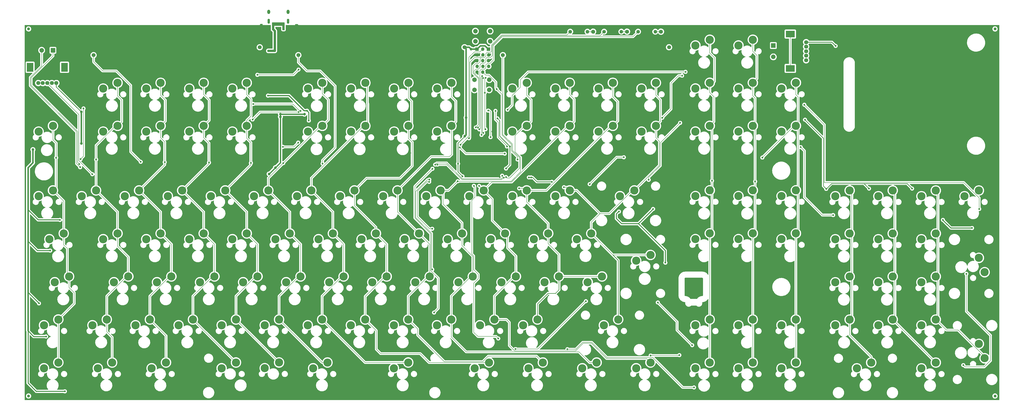
<source format=gtl>
G04 #@! TF.GenerationSoftware,KiCad,Pcbnew,(6.0.0-rc1-458-g78ff9a857a)*
G04 #@! TF.CreationDate,2023-01-11T22:18:47+01:00*
G04 #@! TF.ProjectId,berlin,6265726c-696e-42e6-9b69-6361645f7063,0.7*
G04 #@! TF.SameCoordinates,Original*
G04 #@! TF.FileFunction,Copper,L1,Top*
G04 #@! TF.FilePolarity,Positive*
%FSLAX46Y46*%
G04 Gerber Fmt 4.6, Leading zero omitted, Abs format (unit mm)*
G04 Created by KiCad (PCBNEW (6.0.0-rc1-458-g78ff9a857a)) date 2023-01-11 22:18:47*
%MOMM*%
%LPD*%
G01*
G04 APERTURE LIST*
G04 Aperture macros list*
%AMRoundRect*
0 Rectangle with rounded corners*
0 $1 Rounding radius*
0 $2 $3 $4 $5 $6 $7 $8 $9 X,Y pos of 4 corners*
0 Add a 4 corners polygon primitive as box body*
4,1,4,$2,$3,$4,$5,$6,$7,$8,$9,$2,$3,0*
0 Add four circle primitives for the rounded corners*
1,1,$1+$1,$2,$3*
1,1,$1+$1,$4,$5*
1,1,$1+$1,$6,$7*
1,1,$1+$1,$8,$9*
0 Add four rect primitives between the rounded corners*
20,1,$1+$1,$2,$3,$4,$5,0*
20,1,$1+$1,$4,$5,$6,$7,0*
20,1,$1+$1,$6,$7,$8,$9,0*
20,1,$1+$1,$8,$9,$2,$3,0*%
G04 Aperture macros list end*
G04 #@! TA.AperFunction,ComponentPad*
%ADD10C,1.778000*%
G04 #@! TD*
G04 #@! TA.AperFunction,ComponentPad*
%ADD11RoundRect,0.177800X-0.711200X-0.711200X0.711200X-0.711200X0.711200X0.711200X-0.711200X0.711200X0*%
G04 #@! TD*
G04 #@! TA.AperFunction,ComponentPad*
%ADD12C,1.800000*%
G04 #@! TD*
G04 #@! TA.AperFunction,ComponentPad*
%ADD13R,2.000000X2.000000*%
G04 #@! TD*
G04 #@! TA.AperFunction,ComponentPad*
%ADD14C,2.000000*%
G04 #@! TD*
G04 #@! TA.AperFunction,ComponentPad*
%ADD15R,4.000000X3.000000*%
G04 #@! TD*
G04 #@! TA.AperFunction,ComponentPad*
%ADD16R,3.000000X4.000000*%
G04 #@! TD*
G04 #@! TA.AperFunction,WasherPad*
%ADD17C,1.300000*%
G04 #@! TD*
G04 #@! TA.AperFunction,ComponentPad*
%ADD18R,1.750000X1.750000*%
G04 #@! TD*
G04 #@! TA.AperFunction,ComponentPad*
%ADD19C,1.750000*%
G04 #@! TD*
G04 #@! TA.AperFunction,ComponentPad*
%ADD20C,2.700000*%
G04 #@! TD*
G04 #@! TA.AperFunction,ComponentPad*
%ADD21C,0.800000*%
G04 #@! TD*
G04 #@! TA.AperFunction,ComponentPad*
%ADD22C,7.000000*%
G04 #@! TD*
G04 #@! TA.AperFunction,ComponentPad*
%ADD23C,3.600000*%
G04 #@! TD*
G04 #@! TA.AperFunction,ComponentPad*
%ADD24O,1.100000X2.200000*%
G04 #@! TD*
G04 #@! TA.AperFunction,ComponentPad*
%ADD25O,1.300000X1.900000*%
G04 #@! TD*
G04 #@! TA.AperFunction,ComponentPad*
%ADD26R,1.524000X1.524000*%
G04 #@! TD*
G04 #@! TA.AperFunction,ComponentPad*
%ADD27O,1.524000X1.524000*%
G04 #@! TD*
G04 #@! TA.AperFunction,ComponentPad*
%ADD28C,1.600000*%
G04 #@! TD*
G04 #@! TA.AperFunction,ComponentPad*
%ADD29O,1.600000X1.600000*%
G04 #@! TD*
G04 #@! TA.AperFunction,ViaPad*
%ADD30C,0.800000*%
G04 #@! TD*
G04 #@! TA.AperFunction,ViaPad*
%ADD31C,1.000000*%
G04 #@! TD*
G04 #@! TA.AperFunction,ViaPad*
%ADD32C,1.200000*%
G04 #@! TD*
G04 #@! TA.AperFunction,Conductor*
%ADD33C,0.200000*%
G04 #@! TD*
G04 #@! TA.AperFunction,Conductor*
%ADD34C,1.000000*%
G04 #@! TD*
G04 #@! TA.AperFunction,Conductor*
%ADD35C,0.250000*%
G04 #@! TD*
G04 #@! TA.AperFunction,Conductor*
%ADD36C,0.300000*%
G04 #@! TD*
G04 #@! TA.AperFunction,Conductor*
%ADD37C,0.700000*%
G04 #@! TD*
G04 #@! TA.AperFunction,Conductor*
%ADD38C,0.600000*%
G04 #@! TD*
G04 #@! TA.AperFunction,Conductor*
%ADD39C,0.400000*%
G04 #@! TD*
G04 #@! TA.AperFunction,Conductor*
%ADD40C,0.500000*%
G04 #@! TD*
G04 APERTURE END LIST*
D10*
X300205000Y-37675000D03*
D11*
X302745000Y-37675000D03*
D12*
X379422000Y-42325000D03*
D13*
X364922000Y-43825000D03*
D14*
X364922000Y-48825000D03*
D12*
X379422000Y-44325000D03*
D14*
X364922000Y-46325000D03*
D12*
X379422000Y-48325000D03*
D15*
X372422000Y-38725000D03*
X372422000Y-53925000D03*
D12*
X379422000Y-50325000D03*
X379422000Y-46325000D03*
X47750000Y-60433000D03*
D13*
X46250000Y-45933000D03*
D12*
X45750000Y-60433000D03*
D14*
X41250000Y-45933000D03*
X43750000Y-45933000D03*
D12*
X41750000Y-60433000D03*
D16*
X51350000Y-53433000D03*
X36150000Y-53433000D03*
D12*
X39750000Y-60433000D03*
X43750000Y-60433000D03*
D17*
X35475000Y-36475000D03*
D18*
X64221250Y-44575000D03*
D19*
X64221250Y-48075000D03*
X137721250Y-44575000D03*
D20*
X133571250Y-50525000D03*
X68371250Y-50525000D03*
X69571250Y-42125000D03*
X132371250Y-42125000D03*
D10*
X315205000Y-37675000D03*
D11*
X317745000Y-37675000D03*
D10*
X285205000Y-37675000D03*
D11*
X287745000Y-37675000D03*
D21*
X331631155Y-148818845D03*
X329775000Y-153300000D03*
X332400000Y-150675000D03*
X327918845Y-152531155D03*
X327918845Y-148818845D03*
X329775000Y-148050000D03*
X331631155Y-152531155D03*
X327150000Y-150675000D03*
D22*
X329775000Y-150675000D03*
D17*
X462975000Y-198975000D03*
D14*
X233125000Y-37425000D03*
X239625000Y-37425000D03*
X239625000Y-41925000D03*
X233125000Y-41925000D03*
D17*
X35475000Y-198975000D03*
D18*
X245291500Y-44575000D03*
D19*
X245291500Y-48075000D03*
X318791500Y-44575000D03*
D20*
X313441500Y-42125000D03*
X314641500Y-50525000D03*
X249441500Y-50525000D03*
X250641500Y-42125000D03*
D18*
X154804000Y-44575000D03*
D19*
X154804000Y-48075000D03*
X228304000Y-44575000D03*
D20*
X224154000Y-50525000D03*
X158954000Y-50525000D03*
X160154000Y-42125000D03*
X222954000Y-42125000D03*
D17*
X462975000Y-36475000D03*
D23*
X168495750Y-148591750D03*
X174845750Y-146051750D03*
X284383250Y-127001750D03*
X278033250Y-129541750D03*
X146270750Y-165101750D03*
X139920750Y-167641750D03*
X274858250Y-79376750D03*
X268508250Y-81916750D03*
X392333250Y-167673500D03*
X398683250Y-165133500D03*
X355820750Y-165133500D03*
X349470750Y-167673500D03*
X173258250Y-110491750D03*
X179608250Y-107951750D03*
X141508250Y-107951750D03*
X135158250Y-110491750D03*
X349502500Y-129510000D03*
X355852500Y-126970000D03*
X112933250Y-60326750D03*
X106583250Y-62866750D03*
X249458410Y-62866750D03*
X255808410Y-60326750D03*
X458373250Y-144178500D03*
X455833250Y-137828500D03*
X293908250Y-60326750D03*
X287558250Y-62866750D03*
X125635000Y-81915000D03*
X131985000Y-79375000D03*
X430433250Y-148623500D03*
X436783250Y-146083500D03*
X336802500Y-41245000D03*
X330452500Y-43785000D03*
X160558250Y-107951750D03*
X154208250Y-110491750D03*
X336802500Y-107920000D03*
X330452500Y-110460000D03*
X131983250Y-127001750D03*
X125633250Y-129541750D03*
X262952000Y-184151750D03*
X256602000Y-186691750D03*
X63720750Y-167641750D03*
X70070750Y-165101750D03*
X265333250Y-127001750D03*
X258983250Y-129541750D03*
X120865000Y-186685000D03*
X127215000Y-184145000D03*
X130395750Y-148591750D03*
X136745750Y-146051750D03*
X182783250Y-129541750D03*
X189133250Y-127001750D03*
X158970750Y-167641750D03*
X165320750Y-165101750D03*
D14*
X232725000Y-58925000D03*
X239225000Y-58925000D03*
X232725000Y-63425000D03*
X239225000Y-63425000D03*
D23*
X260570750Y-165101750D03*
X254220750Y-167641750D03*
X312958250Y-60326750D03*
X306608250Y-62866750D03*
X368552500Y-81885000D03*
X374902500Y-79345000D03*
D24*
X141685000Y-33072500D03*
D25*
X150285000Y-28872500D03*
X141685000Y-28872500D03*
D24*
X150285000Y-33072500D03*
D23*
X287558250Y-81916750D03*
X293908250Y-79376750D03*
X68483250Y-81916750D03*
X74833250Y-79376750D03*
X72452000Y-184151750D03*
X66102000Y-186691750D03*
X239933250Y-129541750D03*
X246283250Y-127001750D03*
X289145750Y-146051750D03*
X282795750Y-148591750D03*
X458373250Y-182278500D03*
X455833250Y-175928500D03*
X330425000Y-167675000D03*
X336775000Y-165135000D03*
D26*
X238885500Y-45410600D03*
X233809500Y-45410600D03*
D27*
X236345500Y-45410600D03*
X233936500Y-47950600D03*
X239012500Y-47950600D03*
X236472500Y-47950600D03*
X233809500Y-50490600D03*
X238885500Y-50490600D03*
X236345500Y-50490600D03*
X233936500Y-53030600D03*
X239012500Y-53030600D03*
X236472500Y-53030600D03*
X238885500Y-55570600D03*
X233809500Y-55570600D03*
X236345500Y-55570600D03*
D23*
X155795750Y-146051750D03*
X149445750Y-148591750D03*
X251045750Y-146051750D03*
X244695750Y-148591750D03*
X411383250Y-167673500D03*
X417733250Y-165133500D03*
X303433250Y-107951750D03*
X297083250Y-110491750D03*
X216216000Y-62866750D03*
X222566000Y-60326750D03*
X87533250Y-81916750D03*
X93883250Y-79376750D03*
X53402000Y-146051750D03*
X47052000Y-148591750D03*
X417733250Y-107983500D03*
X411383250Y-110523500D03*
X161352000Y-186691750D03*
X167702000Y-184151750D03*
X44670750Y-129541750D03*
X51020750Y-127001750D03*
X122458250Y-107951750D03*
X116108250Y-110491750D03*
X201833250Y-129541750D03*
X208183250Y-127001750D03*
X184466106Y-60326750D03*
X178116106Y-62866750D03*
X48639500Y-165101750D03*
X42289500Y-167641750D03*
X106583250Y-129541750D03*
X112933250Y-127001750D03*
X249458250Y-81916750D03*
X255808250Y-79376750D03*
X430433250Y-110523500D03*
X436783250Y-107983500D03*
X165416090Y-60326750D03*
X159066090Y-62866750D03*
X355852500Y-79345000D03*
X349502500Y-81885000D03*
X230408250Y-110491750D03*
X236758250Y-107951750D03*
X197065000Y-186685000D03*
X203415000Y-184145000D03*
X92295750Y-148591750D03*
X98645750Y-146051750D03*
X398683250Y-146083500D03*
X392333250Y-148623500D03*
X211358250Y-110491750D03*
X217708250Y-107951750D03*
X74833250Y-60326750D03*
X68483250Y-62866750D03*
X310577000Y-136526750D03*
X304227000Y-139066750D03*
X241520750Y-165101750D03*
X235170750Y-167641750D03*
D28*
X275075000Y-37675000D03*
D29*
X282695000Y-37675000D03*
D23*
X46258250Y-79376750D03*
X39908250Y-81916750D03*
X146275000Y-184135000D03*
X139925000Y-186675000D03*
X216120750Y-167641750D03*
X222470750Y-165101750D03*
X187540000Y-148610000D03*
X193890000Y-146070000D03*
X392333250Y-110523500D03*
X398683250Y-107983500D03*
X197166000Y-81916750D03*
X203516000Y-79376750D03*
X170083250Y-127001750D03*
X163733250Y-129541750D03*
X144683250Y-129541750D03*
X151033250Y-127001750D03*
X89914500Y-186691750D03*
X96264500Y-184151750D03*
X417733250Y-127033500D03*
X411383250Y-129573500D03*
X231995750Y-146051750D03*
X225645750Y-148591750D03*
X274858250Y-60326750D03*
X268508250Y-62866750D03*
D28*
X290075000Y-37675000D03*
D29*
X297695000Y-37675000D03*
D23*
X355852500Y-107920000D03*
X349502500Y-110460000D03*
X374902500Y-60295000D03*
X368552500Y-62835000D03*
X336802500Y-60295000D03*
X330452500Y-62835000D03*
X220883250Y-129541750D03*
X227233250Y-127001750D03*
X417733250Y-146083500D03*
X411383250Y-148623500D03*
X280414500Y-186691750D03*
X286764500Y-184151750D03*
X222566000Y-79376750D03*
X216216000Y-81916750D03*
X455833250Y-107983500D03*
X449483250Y-110523500D03*
X48639500Y-184151750D03*
X42289500Y-186691750D03*
X268508250Y-110491750D03*
X274858250Y-107951750D03*
X306608250Y-81916750D03*
X312958250Y-79376750D03*
X178116000Y-81916750D03*
X184466000Y-79376750D03*
X310577000Y-184151750D03*
X304227000Y-186691750D03*
X74833250Y-127001750D03*
X68483250Y-129541750D03*
X46258250Y-107951750D03*
X39908250Y-110491750D03*
X197070750Y-167641750D03*
X203420750Y-165101750D03*
X58958250Y-110491750D03*
X65308250Y-107951750D03*
X374870750Y-184183500D03*
X368520750Y-186723500D03*
D28*
X305075000Y-37675000D03*
D29*
X312695000Y-37675000D03*
D23*
X374865000Y-165120000D03*
X368515000Y-167660000D03*
X120870750Y-167641750D03*
X127220750Y-165101750D03*
X165416000Y-79376750D03*
X159066000Y-81916750D03*
X112933250Y-79376750D03*
X106583250Y-81916750D03*
X392333250Y-129573500D03*
X398683250Y-127033500D03*
X255808250Y-107951750D03*
X249458250Y-110491750D03*
X78008250Y-110491750D03*
X84358250Y-107951750D03*
X87533250Y-129541750D03*
X93883250Y-127001750D03*
X336770750Y-184183500D03*
X330420750Y-186723500D03*
X270095750Y-146051750D03*
X263745750Y-148591750D03*
X436783250Y-165133500D03*
X430433250Y-167673500D03*
X232789500Y-186691750D03*
X239139500Y-184151750D03*
X125633250Y-62866750D03*
X131983250Y-60326750D03*
X87533250Y-62866750D03*
X93883250Y-60326750D03*
X374902500Y-107920000D03*
X368552500Y-110460000D03*
X89120750Y-165101750D03*
X82770750Y-167641750D03*
X178020750Y-167641750D03*
X184370750Y-165101750D03*
X79595750Y-146051750D03*
X73245750Y-148591750D03*
X430433250Y-129573500D03*
X436783250Y-127033500D03*
X408208250Y-184183500D03*
X401858250Y-186723500D03*
X117695750Y-146051750D03*
X111345750Y-148591750D03*
X296289500Y-165101750D03*
X289939500Y-167641750D03*
X374902500Y-126970000D03*
X368552500Y-129510000D03*
X203516000Y-60326750D03*
X197166000Y-62866750D03*
X212945750Y-146051750D03*
X206595750Y-148591750D03*
X430433250Y-186723500D03*
X436783250Y-184183500D03*
X336802500Y-79345000D03*
X330452500Y-81885000D03*
X355820750Y-184183500D03*
X349470750Y-186723500D03*
X198658250Y-107951750D03*
X192308250Y-110491750D03*
X101820750Y-167641750D03*
X108170750Y-165101750D03*
X336802500Y-126970000D03*
X330452500Y-129510000D03*
X349502500Y-62835000D03*
X355852500Y-60295000D03*
X97058250Y-110491750D03*
X103408250Y-107951750D03*
X349502500Y-43785000D03*
X355852500Y-41245000D03*
D30*
X234875000Y-80925000D03*
X236510600Y-58225500D03*
X377015000Y-88785000D03*
X236128200Y-57321800D03*
X58275000Y-97675000D03*
X378635000Y-70025000D03*
X147975000Y-88675000D03*
X329827500Y-195192500D03*
X282005000Y-157015000D03*
X57875000Y-96275000D03*
X283675000Y-105175000D03*
X134825000Y-69675000D03*
X273825000Y-178275000D03*
X329025000Y-176475000D03*
X155722576Y-72745265D03*
X235825000Y-83375000D03*
X455975000Y-116175000D03*
X59775000Y-71675000D03*
X450305000Y-144885000D03*
X246075000Y-91675000D03*
X250875000Y-178195000D03*
X236575000Y-82525000D03*
X233325000Y-80076250D03*
X58475000Y-94116420D03*
X154725000Y-86775000D03*
X391375000Y-118875000D03*
X234280378Y-80169622D03*
X298775000Y-93275000D03*
X448955000Y-185305000D03*
X313825000Y-157575000D03*
X226225000Y-88925000D03*
X248347000Y-98141000D03*
X291655000Y-157325000D03*
X274001000Y-126843000D03*
X232475000Y-70725000D03*
X240225000Y-70625000D03*
X39825000Y-116205000D03*
X209739000Y-83663000D03*
X148275000Y-59375000D03*
X377525000Y-176075000D03*
X55875000Y-55775000D03*
X242685000Y-88055000D03*
X59875000Y-100375000D03*
X227275000Y-70725000D03*
X230915000Y-88055000D03*
X166805000Y-91405000D03*
X257575000Y-91135000D03*
X135875000Y-72615000D03*
X381495000Y-95945000D03*
X276735000Y-91125000D03*
X262063000Y-67534000D03*
X264349000Y-115540000D03*
X338575000Y-176675000D03*
X228916000Y-116302000D03*
X323023000Y-126208000D03*
X143575000Y-71475000D03*
X240225000Y-71575000D03*
X295365000Y-135215000D03*
X230915000Y-99845000D03*
X190689000Y-83663000D03*
X242685000Y-99845000D03*
X148025000Y-86625000D03*
X240600000Y-81885000D03*
X247925000Y-69325000D03*
X243875000Y-102075000D03*
X297365000Y-138215000D03*
X185975000Y-91415000D03*
X287971000Y-175738000D03*
X381775000Y-44875000D03*
X246725000Y-69325000D03*
X143064000Y-72360000D03*
X429065000Y-117105000D03*
X204295000Y-91395000D03*
X226503000Y-83346500D03*
X293365000Y-138215000D03*
X230625000Y-104825000D03*
X381495000Y-94495000D03*
X148275000Y-60375000D03*
X148175000Y-92507500D03*
X382525000Y-43975000D03*
X135185000Y-74305000D03*
X224265000Y-90385000D03*
X264065000Y-176545000D03*
X295295000Y-91185000D03*
X290675000Y-158175000D03*
D31*
X286320000Y-97252000D03*
D30*
X148321800Y-36589600D03*
X141514600Y-46172600D03*
X143445000Y-46172600D03*
X143622800Y-36596800D03*
X143622800Y-35696800D03*
X148321800Y-35689600D03*
X142479800Y-46172600D03*
X144410200Y-46172600D03*
X237275000Y-64725000D03*
X136675000Y-56775000D03*
X237603422Y-58085822D03*
X154875000Y-54475000D03*
X237575000Y-80875000D03*
X47675000Y-93475000D03*
X65375000Y-94275000D03*
X315783000Y-75790000D03*
X154875000Y-73275000D03*
X324547000Y-57145400D03*
X134555000Y-76551000D03*
X407248400Y-107133600D03*
X378925000Y-76665000D03*
X388301000Y-107285000D03*
X323683400Y-78049600D03*
X309775000Y-103275000D03*
X426298400Y-107133600D03*
X212654997Y-104166237D03*
X214005000Y-124955000D03*
X214044769Y-142972000D03*
X212721991Y-103168982D03*
X232455000Y-105915000D03*
X310645000Y-181085000D03*
X243245000Y-173515000D03*
X323335000Y-180875000D03*
X95693000Y-95425000D03*
X115275000Y-95625000D03*
X133825000Y-95825000D03*
X148125000Y-95875000D03*
X225296505Y-103880673D03*
X234775000Y-105951500D03*
X252487200Y-107056400D03*
X272299200Y-106534700D03*
X337775000Y-103675000D03*
X356875000Y-103975000D03*
X360068872Y-93398872D03*
X242575000Y-63075000D03*
X251775500Y-94250501D03*
X230278378Y-84871622D03*
X226501218Y-87748782D03*
X225452189Y-96125000D03*
X242875000Y-76075000D03*
D32*
X231224500Y-45410600D03*
X228425000Y-83975000D03*
D30*
X256785000Y-102195000D03*
X266950000Y-104140000D03*
X246675000Y-98275000D03*
X248375980Y-88475000D03*
X227420464Y-101725464D03*
D32*
X228975000Y-75725000D03*
X146875000Y-74202500D03*
X146875000Y-75375000D03*
X141875000Y-100675000D03*
X157505000Y-74165000D03*
D30*
X257775000Y-102195000D03*
D32*
X144675000Y-97875000D03*
D30*
X239815000Y-84375000D03*
X238775000Y-72625000D03*
X45020000Y-134590000D03*
D32*
X58775000Y-73225000D03*
D30*
X51522000Y-196922000D03*
D32*
X37400000Y-89886000D03*
D30*
X158675000Y-72675000D03*
X311720000Y-116175000D03*
X296607000Y-117318000D03*
X317155000Y-139945000D03*
X141375000Y-65975000D03*
X37400000Y-95601000D03*
X392475000Y-43975000D03*
D32*
X58786000Y-87175000D03*
D30*
X159435000Y-77015000D03*
X439935000Y-121015000D03*
X452795000Y-124605000D03*
X40067000Y-157958000D03*
X49355000Y-121015000D03*
X43213021Y-172636979D03*
X85075000Y-95275000D03*
X215325000Y-96514020D03*
X244975020Y-101443364D03*
X216325000Y-96514031D03*
X245675000Y-102275000D03*
X165525000Y-96114500D03*
X246675000Y-102075000D03*
X214125000Y-98375500D03*
X214843400Y-162023000D03*
X63675000Y-100775000D03*
X241997000Y-72741000D03*
X247077000Y-88489000D03*
X247331000Y-72233000D03*
X326071000Y-55469000D03*
D33*
X234280378Y-80169622D02*
X234935800Y-79514200D01*
X240219000Y-43631000D02*
X244725000Y-39125000D01*
X282005000Y-157015000D02*
X281935000Y-157015000D01*
X244925000Y-39925000D02*
X302825000Y-39925000D01*
X235139000Y-51049400D02*
X235139000Y-49779400D01*
X235088200Y-57856600D02*
X235088200Y-54961000D01*
X154725000Y-86775000D02*
X152825000Y-88675000D01*
X387475000Y-104475000D02*
X449175000Y-104475000D01*
X458205000Y-186075000D02*
X461005000Y-183275000D01*
X277525000Y-178275000D02*
X280588519Y-175211481D01*
X240219000Y-46426600D02*
X240219000Y-43631000D01*
X237729800Y-53691000D02*
X237729800Y-52471800D01*
X233310200Y-54300600D02*
X234377000Y-54300600D01*
X239558600Y-51760600D02*
X241031800Y-50287400D01*
X56675000Y-96075000D02*
X56675000Y-82025000D01*
X56675000Y-82025000D02*
X36225481Y-61575481D01*
X57175000Y-81925000D02*
X36625000Y-61375000D01*
X233259400Y-51760600D02*
X234427800Y-51760600D01*
X234935800Y-79514200D02*
X234935800Y-58339200D01*
X238136200Y-49169800D02*
X239711000Y-49169800D01*
X281935000Y-157015000D02*
X260745000Y-178205000D01*
X235139000Y-52370200D02*
X235799400Y-51709800D01*
X58275000Y-97675000D02*
X56675000Y-96075000D01*
X155445265Y-72745265D02*
X155722576Y-72745265D01*
X240625400Y-43790286D02*
X244890686Y-39525000D01*
X282695000Y-37675000D02*
X285205000Y-37675000D01*
X284580487Y-175211481D02*
X291294006Y-181925000D01*
X239914200Y-46731400D02*
X240219000Y-46426600D01*
X36625000Y-58075000D02*
X46250000Y-48450000D01*
X234529400Y-78871850D02*
X234529400Y-58466200D01*
X260745000Y-178205000D02*
X250885000Y-178205000D01*
X283675000Y-105175000D02*
X295575000Y-93275000D01*
X280588519Y-175211481D02*
X284580487Y-175211481D01*
X461005000Y-183275000D02*
X461005000Y-172175000D01*
X312695000Y-37675000D02*
X315205000Y-37675000D01*
X36625000Y-61375000D02*
X36625000Y-58075000D01*
X57175000Y-95575000D02*
X57175000Y-81925000D01*
X240625400Y-48255400D02*
X240625400Y-43790286D01*
X234935800Y-58339200D02*
X232548200Y-55951600D01*
X250885000Y-178205000D02*
X250875000Y-178195000D01*
X234529400Y-58466200D02*
X232141800Y-56078600D01*
X378675000Y-110975000D02*
X386575000Y-118875000D01*
X311565000Y-181925000D02*
X324832500Y-195192500D01*
X237679000Y-48509400D02*
X237679000Y-47442600D01*
X237018600Y-49169800D02*
X237679000Y-48509400D01*
X297695000Y-37675000D02*
X300205000Y-37675000D01*
X235825000Y-57625000D02*
X235825000Y-83375000D01*
X236275000Y-58461100D02*
X236275000Y-82225000D01*
X134825000Y-69675000D02*
X152375000Y-69675000D01*
X58475000Y-94116420D02*
X59775000Y-92816420D01*
X236967800Y-51709800D02*
X237679000Y-50998600D01*
X234875000Y-80925000D02*
X235325000Y-80475000D01*
X450305000Y-161475000D02*
X450305000Y-144885000D01*
X235139000Y-53538600D02*
X235139000Y-52370200D01*
X235139000Y-49779400D02*
X235748600Y-49169800D01*
X239711000Y-49169800D02*
X240625400Y-48255400D01*
X46250000Y-48450000D02*
X46250000Y-45933000D01*
X237679000Y-47442600D02*
X238390200Y-46731400D01*
X324832500Y-195192500D02*
X329827500Y-195192500D01*
X378635000Y-70035000D02*
X387475000Y-78875000D01*
X152825000Y-88675000D02*
X147975000Y-88675000D01*
X322325000Y-169825000D02*
X322325000Y-166075000D01*
X235748600Y-54300600D02*
X237120200Y-54300600D01*
X372422000Y-53925000D02*
X372422000Y-38725000D01*
X241031800Y-43818200D02*
X244925000Y-39925000D01*
X241031800Y-50287400D02*
X241031800Y-43818200D01*
X235088200Y-54961000D02*
X235748600Y-54300600D01*
X378675000Y-90445000D02*
X378675000Y-110975000D01*
X329025000Y-176475000D02*
X328975000Y-176475000D01*
X236275000Y-82225000D02*
X236575000Y-82525000D01*
X235325000Y-80475000D02*
X235325000Y-58093400D01*
X57875000Y-96275000D02*
X57175000Y-95575000D01*
X244725000Y-39125000D02*
X273625000Y-39125000D01*
X232141800Y-56078600D02*
X232141800Y-52878200D01*
X288225000Y-39525000D02*
X290075000Y-37675000D01*
X291294006Y-181925000D02*
X311565000Y-181925000D01*
X244890686Y-39525000D02*
X288225000Y-39525000D01*
X36225481Y-57909513D02*
X41250000Y-52884994D01*
X236510600Y-58225500D02*
X236275000Y-58461100D01*
X235748600Y-49169800D02*
X237018600Y-49169800D01*
X235799400Y-51709800D02*
X236967800Y-51709800D01*
X449725000Y-186075000D02*
X458205000Y-186075000D01*
X322325000Y-166075000D02*
X313825000Y-157575000D01*
X237120200Y-54300600D02*
X237729800Y-53691000D01*
X237679000Y-50998600D02*
X237679000Y-49627000D01*
X273625000Y-39125000D02*
X275075000Y-37675000D01*
X236128200Y-57321800D02*
X235825000Y-57625000D01*
X377015000Y-88785000D02*
X378675000Y-90445000D01*
X232141800Y-52878200D02*
X233259400Y-51760600D01*
X386575000Y-118875000D02*
X391375000Y-118875000D01*
X238390200Y-46731400D02*
X239914200Y-46731400D01*
X378635000Y-70025000D02*
X378635000Y-70035000D01*
X237679000Y-49627000D02*
X238136200Y-49169800D01*
X273825000Y-178275000D02*
X277525000Y-178275000D01*
X238441000Y-51760600D02*
X239558600Y-51760600D01*
X295575000Y-93275000D02*
X298775000Y-93275000D01*
X228975000Y-91675000D02*
X226225000Y-88925000D01*
X449175000Y-104475000D02*
X455975000Y-111275000D01*
X246075000Y-91675000D02*
X228975000Y-91675000D01*
X237729800Y-52471800D02*
X238441000Y-51760600D01*
X448955000Y-185305000D02*
X449725000Y-186075000D01*
X302825000Y-39925000D02*
X305075000Y-37675000D01*
X232548200Y-55951600D02*
X232548200Y-55062600D01*
X233325000Y-80076250D02*
X234529400Y-78871850D01*
X234427800Y-51760600D02*
X235139000Y-51049400D01*
X387475000Y-78875000D02*
X387475000Y-104475000D01*
X59775000Y-92816420D02*
X59775000Y-71675000D01*
X152375000Y-69675000D02*
X155445265Y-72745265D01*
X461005000Y-172175000D02*
X450305000Y-161475000D01*
X41250000Y-52884994D02*
X41250000Y-45933000D01*
X328975000Y-176475000D02*
X322325000Y-169825000D01*
X36225481Y-61575481D02*
X36225481Y-57909513D01*
X455975000Y-111275000D02*
X455975000Y-116175000D01*
X234377000Y-54300600D02*
X235139000Y-53538600D01*
X232548200Y-55062600D02*
X233310200Y-54300600D01*
X235325000Y-58093400D02*
X235088200Y-57856600D01*
D34*
X142479800Y-46172600D02*
X141514600Y-46172600D01*
X143622800Y-36596800D02*
X144410200Y-37384200D01*
X143445000Y-46172600D02*
X144410200Y-46172600D01*
X144410200Y-37384200D02*
X144410200Y-46172600D01*
X143445000Y-46172600D02*
X142479800Y-46172600D01*
D33*
X136675000Y-56775000D02*
X151875000Y-56775000D01*
X152575000Y-56775000D02*
X154875000Y-54475000D01*
X151875000Y-56775000D02*
X152175000Y-56775000D01*
X237275000Y-58414244D02*
X237275000Y-64725000D01*
X237275000Y-64725000D02*
X237275000Y-80575000D01*
X237275000Y-80575000D02*
X237575000Y-80875000D01*
X237603422Y-58085822D02*
X237275000Y-58414244D01*
X152175000Y-56775000D02*
X152575000Y-56775000D01*
X51020750Y-132081750D02*
X51020750Y-127001750D01*
X53402000Y-150973000D02*
X53402000Y-146051750D01*
X47687000Y-93315000D02*
X47687000Y-86965000D01*
X52609839Y-133670839D02*
X51020750Y-132081750D01*
X48639500Y-184151750D02*
X48639500Y-165101750D01*
X52609839Y-145259589D02*
X52609839Y-133670839D01*
X46258250Y-85536250D02*
X46258250Y-79376750D01*
X47687000Y-106523000D02*
X47687000Y-93315000D01*
X46258250Y-107951750D02*
X47687000Y-106523000D01*
X55688000Y-158053250D02*
X55688000Y-153259000D01*
X53402000Y-146051750D02*
X52609839Y-145259589D01*
X48639500Y-165101750D02*
X55688000Y-158053250D01*
X46258250Y-107951750D02*
X51020750Y-112714250D01*
X51020750Y-112714250D02*
X51020750Y-127001750D01*
X55688000Y-153259000D02*
X53402000Y-150973000D01*
X47687000Y-86965000D02*
X46258250Y-85536250D01*
X65308250Y-107951750D02*
X65308250Y-94341750D01*
X74833250Y-127001750D02*
X74833250Y-132653250D01*
X65375000Y-94275000D02*
X65308250Y-94208250D01*
X74833250Y-60326750D02*
X74833250Y-66105250D01*
X74833250Y-127001750D02*
X74833250Y-117476750D01*
X74833250Y-79376750D02*
X76643000Y-77567000D01*
X79595750Y-137415750D02*
X79595750Y-146051750D01*
X72452000Y-172944000D02*
X72452000Y-184151750D01*
X70070750Y-170562750D02*
X72452000Y-172944000D01*
X78801579Y-146051750D02*
X70070750Y-154782579D01*
X70070750Y-165101750D02*
X70070750Y-170562750D01*
X76643000Y-77567000D02*
X76643000Y-67915000D01*
X74833250Y-117476750D02*
X65308250Y-107951750D01*
X65308250Y-94208250D02*
X65308250Y-88065060D01*
X65308250Y-94341750D02*
X65375000Y-94275000D01*
X73996560Y-79376750D02*
X74833250Y-79376750D01*
X65308250Y-88065060D02*
X73996560Y-79376750D01*
X74833250Y-66105250D02*
X76643000Y-67915000D01*
X70070750Y-154782579D02*
X70070750Y-165101750D01*
X74833250Y-132653250D02*
X79595750Y-137415750D01*
X79595750Y-146051750D02*
X78801579Y-146051750D01*
X319670200Y-60422000D02*
X319670200Y-71902800D01*
X322946800Y-57145400D02*
X319670200Y-60422000D01*
X324547000Y-57145400D02*
X322946800Y-57145400D01*
X137831000Y-73275000D02*
X134555000Y-76551000D01*
X319670200Y-71902800D02*
X315783000Y-75790000D01*
X154875000Y-73275000D02*
X137831000Y-73275000D01*
X314913520Y-86870280D02*
X323683400Y-78100400D01*
D35*
X405014800Y-104900000D02*
X405875800Y-105761000D01*
X405014800Y-104900000D02*
X424064800Y-104900000D01*
D33*
X309775000Y-103275000D02*
X309775000Y-102175006D01*
X309775000Y-102175006D02*
X314913519Y-97036487D01*
D35*
X387031000Y-106015000D02*
X388301000Y-107285000D01*
X424064800Y-104900000D02*
X426298400Y-107133600D01*
D33*
X323683400Y-78100400D02*
X323683400Y-78049600D01*
D35*
X388301000Y-107285000D02*
X390686000Y-104900000D01*
X405875800Y-105761000D02*
X407248400Y-107133600D01*
D33*
X314913519Y-97036487D02*
X314913520Y-86870280D01*
D35*
X378925000Y-76665000D02*
X378925000Y-76725400D01*
X387031000Y-84831400D02*
X387031000Y-106015000D01*
X390686000Y-104900000D02*
X405014800Y-104900000D01*
X378925000Y-76725400D02*
X387031000Y-84831400D01*
D33*
X207453000Y-119553000D02*
X212855000Y-124955000D01*
X207453000Y-108250200D02*
X207453000Y-119553000D01*
X212654997Y-104166237D02*
X211536963Y-104166237D01*
X212855000Y-124955000D02*
X214005000Y-124955000D01*
X211536963Y-104166237D02*
X207453000Y-108250200D01*
X206760320Y-108377874D02*
X206760320Y-119997314D01*
X206760320Y-119997314D02*
X213744789Y-126981783D01*
X213744789Y-142672020D02*
X214044769Y-142972000D01*
X211969212Y-103168982D02*
X206760320Y-108377874D01*
X213744789Y-126981783D02*
X213744789Y-142672020D01*
X212721991Y-103168982D02*
X211969212Y-103168982D01*
X232915000Y-110954158D02*
X231495000Y-112374158D01*
X232395270Y-143065270D02*
X234405000Y-145075000D01*
X323137000Y-181073000D02*
X323335000Y-180875000D01*
X232395270Y-136996264D02*
X232395270Y-143065270D01*
X234245000Y-172615000D02*
X242345000Y-172615000D01*
X310657000Y-181073000D02*
X323137000Y-181073000D01*
X232455000Y-105915000D02*
X232915000Y-106375000D01*
X242345000Y-172615000D02*
X243245000Y-173515000D01*
X232915000Y-106375000D02*
X232915000Y-110954158D01*
X234405000Y-145075000D02*
X234405000Y-147015000D01*
X232395000Y-170765000D02*
X234245000Y-172615000D01*
X231495000Y-112374158D02*
X231495000Y-136095994D01*
X232395000Y-149025000D02*
X232395000Y-170765000D01*
X234405000Y-147015000D02*
X232395000Y-149025000D01*
X310645000Y-181085000D02*
X310657000Y-181073000D01*
X231495000Y-136095994D02*
X232395270Y-136996264D01*
X93883250Y-60326750D02*
X93883250Y-65851250D01*
X95693000Y-95425000D02*
X95693000Y-96617000D01*
X89120750Y-154779250D02*
X89120750Y-165101750D01*
X98645750Y-146051750D02*
X97848250Y-146051750D01*
X96264500Y-172245500D02*
X89120750Y-165101750D01*
X93883250Y-84647250D02*
X93883250Y-79376750D01*
X95693000Y-86457000D02*
X93883250Y-84647250D01*
X93883250Y-79376750D02*
X95947000Y-77313000D01*
X98645750Y-146051750D02*
X98645750Y-131764250D01*
X96264500Y-184151750D02*
X96264500Y-172245500D01*
X93883250Y-65851250D02*
X95947000Y-67915000D01*
X95947000Y-77313000D02*
X95947000Y-67915000D01*
X95693000Y-96617000D02*
X84358250Y-107951750D01*
X84358250Y-107951750D02*
X93883250Y-117476750D01*
X93883250Y-117476750D02*
X93883250Y-127001750D01*
X98645750Y-131764250D02*
X93883250Y-127001750D01*
X97848250Y-146051750D02*
X89120750Y-154779250D01*
X95693000Y-95425000D02*
X95693000Y-86457000D01*
X115275000Y-95625000D02*
X115251000Y-95649000D01*
X111280171Y-151619829D02*
X111280171Y-151630639D01*
X116848250Y-146051750D02*
X113445261Y-149454739D01*
X117695750Y-146051750D02*
X116848250Y-146051750D01*
X112933250Y-84647250D02*
X112933250Y-79376750D01*
X108170750Y-154740060D02*
X108170750Y-165101750D01*
X115251000Y-86965000D02*
X112933250Y-84647250D01*
X115251000Y-95649000D02*
X115251000Y-96109000D01*
X117695750Y-131764250D02*
X117695750Y-146051750D01*
X115378000Y-67915000D02*
X115378000Y-76932000D01*
X113445261Y-149454739D02*
X113445261Y-149461397D01*
X115275000Y-95625000D02*
X115251000Y-95601000D01*
X112208739Y-150691261D02*
X111280171Y-151619829D01*
X115378000Y-76932000D02*
X112933250Y-79376750D01*
X108170750Y-165101750D02*
X127214000Y-184145000D01*
X115251000Y-95601000D02*
X115251000Y-86965000D01*
X112933250Y-117476750D02*
X112933250Y-127001750D01*
X111280171Y-151630639D02*
X108170750Y-154740060D01*
X112933250Y-127001750D02*
X117695750Y-131764250D01*
X112933250Y-60326750D02*
X112933250Y-65470250D01*
X112933250Y-65470250D02*
X115378000Y-67915000D01*
X127214000Y-184145000D02*
X127215000Y-184145000D01*
X103408250Y-107951750D02*
X112933250Y-117476750D01*
X113445261Y-149461397D02*
X112215397Y-150691261D01*
X112215397Y-150691261D02*
X112208739Y-150691261D01*
X115251000Y-96109000D02*
X103408250Y-107951750D01*
X135798250Y-146051750D02*
X135798250Y-146162560D01*
X127220750Y-165101750D02*
X146254000Y-184135000D01*
X136745750Y-146051750D02*
X135798250Y-146051750D01*
X133920000Y-67534000D02*
X131983250Y-65597250D01*
X136745750Y-131764250D02*
X136745750Y-146051750D01*
X133793000Y-86711000D02*
X131983250Y-84901250D01*
X133825000Y-96585000D02*
X122458250Y-107951750D01*
X131983250Y-127001750D02*
X136745750Y-131764250D01*
X133825000Y-95825000D02*
X133825000Y-96585000D01*
X133825000Y-95825000D02*
X133793000Y-95793000D01*
X122458250Y-107951750D02*
X131983250Y-117476750D01*
X131983250Y-76963750D02*
X133920000Y-75027000D01*
X133920000Y-75027000D02*
X133920000Y-67534000D01*
X135798250Y-146162560D02*
X127220750Y-154740060D01*
X131983250Y-65597250D02*
X131983250Y-60326750D01*
X127220750Y-154740060D02*
X127220750Y-165101750D01*
X131983250Y-84901250D02*
X131983250Y-76963750D01*
X146254000Y-184135000D02*
X146275000Y-184135000D01*
X133793000Y-95793000D02*
X133793000Y-86711000D01*
X131983250Y-117476750D02*
X131983250Y-127001750D01*
X148125000Y-95875000D02*
X164623250Y-79376750D01*
X168083000Y-67788000D02*
X168083000Y-76709750D01*
X155795750Y-146051750D02*
X154898250Y-146051750D01*
X165320750Y-184151750D02*
X167702000Y-184151750D01*
X165416090Y-60326750D02*
X165416090Y-65121090D01*
X154898250Y-146051750D02*
X154898250Y-146112560D01*
X155795750Y-131764250D02*
X151033250Y-127001750D01*
X141508250Y-102491750D02*
X141508250Y-107951750D01*
X164623250Y-79376750D02*
X165416000Y-79376750D01*
X148125000Y-95875000D02*
X141508250Y-102491750D01*
X146270750Y-165101750D02*
X165320750Y-184151750D01*
X151033250Y-117476750D02*
X151033250Y-127001750D01*
X154898250Y-146112560D02*
X146270750Y-154740060D01*
X155795750Y-146051750D02*
X155795750Y-131764250D01*
X168083000Y-76709750D02*
X165416000Y-79376750D01*
X165416090Y-65121090D02*
X168083000Y-67788000D01*
X141508250Y-107951750D02*
X151033250Y-117476750D01*
X146270750Y-154740060D02*
X146270750Y-165101750D01*
X174020250Y-146051750D02*
X174845750Y-146051750D01*
X185505420Y-78337330D02*
X185505420Y-69462760D01*
X174845750Y-131827750D02*
X174560000Y-131542000D01*
X183673250Y-79376750D02*
X184466000Y-79376750D01*
X174845750Y-146051750D02*
X174845750Y-131827750D01*
X174560000Y-131542000D02*
X174560000Y-131478500D01*
X160558250Y-107951750D02*
X170083250Y-117476750D01*
X170083250Y-117476750D02*
X170083250Y-127001750D01*
X185395000Y-69352340D02*
X185395000Y-61255644D01*
X165320750Y-165101750D02*
X184364000Y-184145000D01*
X185505420Y-69462760D02*
X185395000Y-69352340D01*
X184364000Y-184145000D02*
X203515000Y-184145000D01*
X185395000Y-61255644D02*
X184466106Y-60326750D01*
X174560000Y-131478500D02*
X170083250Y-127001750D01*
X165320750Y-165101750D02*
X165320750Y-154751250D01*
X184466000Y-79376750D02*
X185505420Y-78337330D01*
X160558250Y-107951750D02*
X160558250Y-102491750D01*
X165320750Y-154751250D02*
X174020250Y-146051750D01*
X160558250Y-102491750D02*
X183673250Y-79376750D01*
X189133250Y-127001750D02*
X189133250Y-124270239D01*
X191239000Y-180225000D02*
X208725000Y-180225000D01*
X189292000Y-170023000D02*
X189292000Y-178278000D01*
X184974000Y-102586000D02*
X179608250Y-107951750D01*
X189133250Y-124270239D02*
X179608250Y-114745239D01*
X193895750Y-131764250D02*
X193895750Y-146051750D01*
X205167000Y-86584000D02*
X205167000Y-97125000D01*
X204913000Y-77979750D02*
X204913000Y-68515978D01*
X199706000Y-102586000D02*
X199680600Y-102586000D01*
X179608250Y-114745239D02*
X179608250Y-107951750D01*
X189002579Y-150247421D02*
X184370750Y-154879250D01*
X203516000Y-79376750D02*
X203516000Y-84933000D01*
X203516000Y-84933000D02*
X205167000Y-86584000D01*
X184370750Y-165101750D02*
X189292000Y-170023000D01*
X189002579Y-150177665D02*
X189002579Y-150247421D01*
X199680600Y-102586000D02*
X184974000Y-102586000D01*
X212651750Y-184151750D02*
X239139500Y-184151750D01*
X189292000Y-178278000D02*
X191239000Y-180225000D01*
X193895750Y-146051750D02*
X193128494Y-146051750D01*
X203516000Y-79376750D02*
X204913000Y-77979750D01*
X193128494Y-146051750D02*
X189002579Y-150177665D01*
X189133250Y-127001750D02*
X193895750Y-131764250D01*
X184370750Y-154879250D02*
X184370750Y-165101750D01*
X204913000Y-68515978D02*
X203516000Y-67118978D01*
X205167000Y-97125000D02*
X199706000Y-102586000D01*
X203516000Y-67118978D02*
X203516000Y-60326750D01*
X208725000Y-180225000D02*
X212651750Y-184151750D01*
X222603521Y-92047277D02*
X221625798Y-93025000D01*
X213585000Y-93025000D02*
X198658250Y-107951750D01*
X224471000Y-77471750D02*
X222566000Y-79376750D01*
X224471000Y-68423000D02*
X224471000Y-77471750D01*
X222566000Y-60326750D02*
X222566000Y-66518000D01*
X203420750Y-154779250D02*
X203420750Y-165101750D01*
X212945750Y-131751550D02*
X212945750Y-146051750D01*
X212945750Y-146051750D02*
X212148250Y-146051750D01*
X207580000Y-169261000D02*
X207580000Y-171971533D01*
X222566000Y-79376750D02*
X222603521Y-79414271D01*
X208183250Y-127001750D02*
X208195950Y-127001750D01*
X208195950Y-127001750D02*
X212945750Y-131751550D01*
X207580000Y-171971533D02*
X219360697Y-183752230D01*
X219360697Y-183752230D02*
X236397770Y-183752230D01*
X260144770Y-181344520D02*
X262952000Y-184151750D01*
X203420750Y-165101750D02*
X207580000Y-169261000D01*
X222603521Y-79414271D02*
X222603521Y-92047277D01*
X222566000Y-66518000D02*
X224471000Y-68423000D01*
X198658250Y-107951750D02*
X198658250Y-117476750D01*
X198658250Y-117476750D02*
X208183250Y-127001750D01*
X221625798Y-93025000D02*
X213585000Y-93025000D01*
X236397770Y-183752230D02*
X238805480Y-181344520D01*
X238805480Y-181344520D02*
X260144770Y-181344520D01*
X212148250Y-146051750D02*
X203420750Y-154779250D01*
X255808250Y-79376750D02*
X257745000Y-77440000D01*
X283651750Y-184151750D02*
X286764500Y-184151750D01*
X227233250Y-127001750D02*
X227233250Y-132399250D01*
X255808410Y-65851410D02*
X257745000Y-67788000D01*
X222470750Y-154740060D02*
X222470750Y-165101750D01*
X227233250Y-122366250D02*
X227233250Y-127001750D01*
X255808250Y-79376750D02*
X254967408Y-79376750D01*
X231148250Y-146062560D02*
X222470750Y-154740060D01*
X229046520Y-179424520D02*
X278924520Y-179424520D01*
X257745000Y-77440000D02*
X257745000Y-67788000D01*
X253075000Y-93275000D02*
X253075000Y-99758304D01*
X225296505Y-103880673D02*
X225258885Y-103880673D01*
X218875000Y-109118500D02*
X218875000Y-114008000D01*
X218875000Y-114008000D02*
X227233250Y-122366250D01*
X222470750Y-172848750D02*
X229046520Y-179424520D01*
X278924520Y-179424520D02*
X283651750Y-184151750D01*
X253075000Y-99758304D02*
X248952631Y-103880673D01*
X250675000Y-90875000D02*
X253075000Y-93275000D01*
X222470750Y-165101750D02*
X222470750Y-172848750D01*
X231995750Y-137161750D02*
X231995750Y-146051750D01*
X217708250Y-107951750D02*
X218875000Y-109118500D01*
X254967408Y-79376750D02*
X250675000Y-83669158D01*
X250675000Y-83669158D02*
X250675000Y-90875000D01*
X231148250Y-146051750D02*
X231148250Y-146062560D01*
X255808410Y-60326750D02*
X255808410Y-65851410D01*
X231995750Y-146051750D02*
X231148250Y-146051750D01*
X248952631Y-103880673D02*
X225296505Y-103880673D01*
X225258885Y-103880673D02*
X221187808Y-107951750D01*
X227233250Y-132399250D02*
X231995750Y-137161750D01*
X221187808Y-107951750D02*
X217708250Y-107951750D01*
X274021560Y-79376750D02*
X274858250Y-79376750D01*
X280839000Y-175611000D02*
X284415000Y-175611000D01*
X277425000Y-179025000D02*
X280839000Y-175611000D01*
X247375000Y-133364000D02*
X251045750Y-137034750D01*
X240575000Y-111832000D02*
X240575000Y-121293500D01*
X248125000Y-166385000D02*
X248125000Y-176625000D01*
X249118117Y-104280193D02*
X274021560Y-79376750D01*
X251045750Y-137034750D02*
X251045750Y-146051750D01*
X241520750Y-165101750D02*
X241520750Y-154757579D01*
X246841750Y-165101750D02*
X248125000Y-166385000D01*
X236758250Y-108015250D02*
X240575000Y-111832000D01*
X234775000Y-105951500D02*
X234775000Y-105968500D01*
X234775000Y-105968500D02*
X236758250Y-107951750D01*
X247375000Y-128093500D02*
X247375000Y-133364000D01*
X250525000Y-179025000D02*
X277425000Y-179025000D01*
X246283250Y-127001750D02*
X247375000Y-128093500D01*
X284415000Y-175611000D02*
X291179000Y-182375000D01*
X276795000Y-67534000D02*
X276795000Y-77440000D01*
X250226579Y-146051750D02*
X251045750Y-146051750D01*
X248125000Y-176625000D02*
X250525000Y-179025000D01*
X274858250Y-60326750D02*
X274858250Y-65597250D01*
X240429807Y-104280193D02*
X249118117Y-104280193D01*
X241520750Y-154757579D02*
X250226579Y-146051750D01*
X236758250Y-107951750D02*
X236758250Y-108015250D01*
X291179000Y-182375000D02*
X308800250Y-182375000D01*
X274858250Y-65597250D02*
X276795000Y-67534000D01*
X241520750Y-165101750D02*
X246841750Y-165101750D01*
X240575000Y-121293500D02*
X246283250Y-127001750D01*
X236758250Y-107951750D02*
X240429807Y-104280193D01*
X308800250Y-182375000D02*
X310577000Y-184151750D01*
X276795000Y-77440000D02*
X274858250Y-79376750D01*
X255808250Y-107951750D02*
X255808250Y-113095250D01*
D35*
X260570750Y-165101750D02*
X260570750Y-158179250D01*
D33*
X270095750Y-136272750D02*
X270095750Y-146051750D01*
X293908250Y-66486250D02*
X296099000Y-68677000D01*
X296099000Y-68677000D02*
X296099000Y-77186000D01*
X296099000Y-77186000D02*
X293908250Y-79376750D01*
X292773250Y-79675060D02*
X264496560Y-107951750D01*
X252487200Y-107056400D02*
X252498900Y-107068100D01*
X265333250Y-122620250D02*
X265333250Y-127001750D01*
D35*
X270095750Y-151946861D02*
X270095750Y-146051750D01*
D33*
X255808250Y-113095250D02*
X265333250Y-122620250D01*
X265333250Y-131510250D02*
X270095750Y-136272750D01*
X264496560Y-107951750D02*
X255808250Y-107951750D01*
X292773250Y-79376750D02*
X292773250Y-79675060D01*
X293908250Y-60326750D02*
X293908250Y-66486250D01*
D35*
X265245829Y-153504171D02*
X268538440Y-153504171D01*
X260570750Y-158179250D02*
X265245829Y-153504171D01*
D33*
X293908250Y-79376750D02*
X292773250Y-79376750D01*
X270095750Y-146051750D02*
X289145750Y-146051750D01*
X254924600Y-107068100D02*
X255808250Y-107951750D01*
X252498900Y-107068100D02*
X254924600Y-107068100D01*
D35*
X268538440Y-153504171D02*
X270095750Y-151946861D01*
D33*
X265333250Y-127001750D02*
X265333250Y-131510250D01*
X284383250Y-127001750D02*
X293908250Y-136526750D01*
X312958250Y-65851250D02*
X315022000Y-67915000D01*
X312958250Y-60326750D02*
X312958250Y-65851250D01*
X303433250Y-107951750D02*
X314514000Y-96871000D01*
X314514000Y-86203000D02*
X312958250Y-84647250D01*
X314514000Y-96871000D02*
X314514000Y-86203000D01*
X274858250Y-107951750D02*
X277969750Y-107951750D01*
X292343000Y-118207000D02*
X288225000Y-118207000D01*
X293908250Y-136526750D02*
X310577000Y-136526750D01*
X315022000Y-77313000D02*
X315022000Y-67915000D01*
X273441200Y-106534700D02*
X274858250Y-107951750D01*
D35*
X296289500Y-165101750D02*
X296289500Y-138908000D01*
D33*
X302598250Y-107951750D02*
X292343000Y-118207000D01*
X312958250Y-84647250D02*
X312958250Y-79376750D01*
D35*
X296289500Y-138908000D02*
X293908250Y-136526750D01*
D33*
X277969750Y-107951750D02*
X288225000Y-118207000D01*
X312958250Y-79376750D02*
X315022000Y-77313000D01*
X272299200Y-106534700D02*
X273441200Y-106534700D01*
X303433250Y-107951750D02*
X302598250Y-107951750D01*
X284383250Y-122048750D02*
X284383250Y-127001750D01*
X288225000Y-118207000D02*
X284383250Y-122048750D01*
X337788011Y-125984489D02*
X336802500Y-126970000D01*
X336790000Y-126982500D02*
X336790000Y-184164250D01*
X336802500Y-126970000D02*
X336790000Y-126982500D01*
X338602500Y-66476500D02*
X338602500Y-77545000D01*
X337788011Y-103688011D02*
X337788011Y-106934489D01*
X336802500Y-60295000D02*
X336802500Y-64676500D01*
X338898000Y-59660000D02*
X338263000Y-60295000D01*
X336802500Y-64676500D02*
X338602500Y-66476500D01*
X336802500Y-107920000D02*
X337788011Y-108905511D01*
X337788011Y-80330511D02*
X336802500Y-79345000D01*
X337775000Y-103675000D02*
X337788011Y-103661989D01*
X337788011Y-103661989D02*
X337788011Y-80330511D01*
X337775000Y-103675000D02*
X337788011Y-103688011D01*
X336802500Y-41245000D02*
X336802500Y-47150500D01*
X336790000Y-184164250D02*
X336770750Y-184183500D01*
X338263000Y-60295000D02*
X336802500Y-60295000D01*
X338898000Y-49246000D02*
X338898000Y-59660000D01*
X338602500Y-77545000D02*
X336802500Y-79345000D01*
X337788011Y-108905511D02*
X337788011Y-125984489D01*
X337788011Y-106934489D02*
X336802500Y-107920000D01*
X336802500Y-47150500D02*
X338898000Y-49246000D01*
X355852500Y-107920000D02*
X356838011Y-108905511D01*
X355852500Y-66073500D02*
X356838011Y-67059011D01*
X356838011Y-106934489D02*
X355852500Y-107920000D01*
X355852500Y-46388500D02*
X357652500Y-48188500D01*
X355852500Y-60295000D02*
X355852500Y-66073500D01*
X356838011Y-80330511D02*
X355852500Y-79345000D01*
X356838011Y-67059011D02*
X356838011Y-78359489D01*
X356875000Y-103975000D02*
X356838011Y-103938011D01*
X357652500Y-58495000D02*
X355852500Y-60295000D01*
X355820750Y-128972772D02*
X355820750Y-165133500D01*
X356838011Y-103938011D02*
X356838011Y-80330511D01*
X355852500Y-41245000D02*
X355852500Y-46388500D01*
X355820750Y-165133500D02*
X355820750Y-184183500D01*
X356838011Y-108905511D02*
X356838011Y-125984489D01*
X356838011Y-127955511D02*
X355820750Y-128972772D01*
X356838011Y-78359489D02*
X355852500Y-79345000D01*
X356838011Y-104011989D02*
X356838011Y-106934489D01*
X357652500Y-48188500D02*
X357652500Y-58495000D01*
X356875000Y-103975000D02*
X356838011Y-104011989D01*
X375888011Y-66551011D02*
X375888011Y-78359489D01*
X374902500Y-79345000D02*
X375888011Y-80330511D01*
X374122744Y-79345000D02*
X374902500Y-79345000D01*
X374902500Y-65565500D02*
X375888011Y-66551011D01*
X360068872Y-93398872D02*
X374122744Y-79345000D01*
X374902500Y-60295000D02*
X374902500Y-65565500D01*
X374902500Y-107920000D02*
X375888011Y-108905511D01*
X375888011Y-80330511D02*
X375888011Y-106934489D01*
X375888011Y-78359489D02*
X374902500Y-79345000D01*
X374902500Y-126970000D02*
X374870750Y-127001750D01*
X375888011Y-106934489D02*
X374902500Y-107920000D01*
X375888011Y-125984489D02*
X374902500Y-126970000D01*
X374870750Y-127001750D02*
X374870750Y-184183500D01*
X375888011Y-108905511D02*
X375888011Y-125984489D01*
X398683250Y-146083500D02*
X399637011Y-145129739D01*
X398683250Y-127033500D02*
X399637011Y-126079739D01*
X399637011Y-108937261D02*
X398683250Y-107983500D01*
X398683250Y-165133500D02*
X398683250Y-172023250D01*
X399637011Y-164179739D02*
X399637011Y-147037261D01*
X399637011Y-147037261D02*
X398683250Y-146083500D01*
X399637011Y-127987261D02*
X398683250Y-127033500D01*
X398683250Y-172023250D02*
X408208250Y-181548250D01*
X398683250Y-165133500D02*
X399637011Y-164179739D01*
X399637011Y-126079739D02*
X399637011Y-108937261D01*
X399637011Y-145129739D02*
X399637011Y-127987261D01*
X408208250Y-181548250D02*
X408208250Y-184183500D01*
X418687011Y-126079739D02*
X417733250Y-127033500D01*
X418687011Y-145129739D02*
X418687011Y-127987261D01*
X418687011Y-108937261D02*
X418687011Y-126079739D01*
X418687011Y-147037261D02*
X417733250Y-146083500D01*
X417733250Y-165133500D02*
X436783250Y-184183500D01*
X417733250Y-146083500D02*
X418687011Y-145129739D01*
X417733250Y-165133500D02*
X418687011Y-164179739D01*
X418687011Y-164179739D02*
X418687011Y-147037261D01*
X417733250Y-107983500D02*
X418687011Y-108937261D01*
X418687011Y-127987261D02*
X417733250Y-127033500D01*
X438175250Y-166475250D02*
X441505000Y-169805000D01*
X446679506Y-169805000D02*
X458373250Y-181498744D01*
X437737011Y-147037261D02*
X437737011Y-164179739D01*
X437737011Y-126079739D02*
X436783250Y-127033500D01*
X436783250Y-165133500D02*
X438125000Y-166475250D01*
X436783250Y-146083500D02*
X437737011Y-147037261D01*
X436783250Y-127033500D02*
X437737011Y-127987261D01*
X438125000Y-166475250D02*
X438175250Y-166475250D01*
X458373250Y-181498744D02*
X458373250Y-182278500D01*
X437737011Y-145129739D02*
X436783250Y-146083500D01*
X437737011Y-108937261D02*
X437737011Y-126079739D01*
X437737011Y-127987261D02*
X437737011Y-145129739D01*
X436783250Y-107983500D02*
X437737011Y-108937261D01*
X437737011Y-164179739D02*
X436783250Y-165133500D01*
X441505000Y-169805000D02*
X446679506Y-169805000D01*
X242575000Y-63075000D02*
X244891500Y-65391500D01*
X249075480Y-90405492D02*
X251775500Y-93105512D01*
X249075480Y-87612296D02*
X249075480Y-90405492D01*
X242174800Y-62674800D02*
X242174800Y-60021300D01*
X244891500Y-83428316D02*
X249075480Y-87612296D01*
X242174800Y-60021300D02*
X239095700Y-56942200D01*
X237717100Y-56942200D02*
X236345500Y-55570600D01*
X251775500Y-93105512D02*
X251775500Y-94250501D01*
X239095700Y-56942200D02*
X237717100Y-56942200D01*
X244891500Y-65391500D02*
X244891500Y-83428316D01*
X242575000Y-63075000D02*
X242174800Y-62674800D01*
X235177714Y-49175000D02*
X232680000Y-49175000D01*
X230675000Y-51180000D02*
X230675000Y-84475000D01*
X230675000Y-84475000D02*
X230278378Y-84871622D01*
X236332800Y-47935000D02*
X236332800Y-48019914D01*
X232680000Y-49175000D02*
X230675000Y-51180000D01*
X236332800Y-48019914D02*
X235177714Y-49175000D01*
X226501218Y-87748782D02*
X226501218Y-87659523D01*
X230275000Y-83885741D02*
X230275000Y-49004600D01*
X235081100Y-46675000D02*
X236345500Y-45410600D01*
X226501218Y-87659523D02*
X230275000Y-83885741D01*
X230275000Y-49004600D02*
X232604600Y-46675000D01*
X232604600Y-46675000D02*
X235081100Y-46675000D01*
D36*
X256785000Y-102195000D02*
X257775000Y-102195000D01*
D37*
X228953378Y-75196122D02*
X228953378Y-83446622D01*
D38*
X146875000Y-95675000D02*
X146875000Y-75375000D01*
X141875000Y-100675000D02*
X144675000Y-97875000D01*
D37*
X233919800Y-45395000D02*
X235377400Y-43937400D01*
D38*
X146902500Y-74175000D02*
X156645000Y-74175000D01*
D36*
X258420000Y-102195000D02*
X260365000Y-104140000D01*
X260365000Y-104140000D02*
X266950000Y-104140000D01*
X228425000Y-83975000D02*
X228425000Y-84075000D01*
X228975000Y-75217744D02*
X228953378Y-75196122D01*
D38*
X144675000Y-97875000D02*
X146875000Y-95675000D01*
D36*
X248355000Y-88495980D02*
X248355000Y-96595000D01*
D37*
X231240100Y-45395000D02*
X233919800Y-45395000D01*
D36*
X243875000Y-77075000D02*
X243875000Y-83974020D01*
D37*
X237412300Y-43937400D02*
X238885500Y-45410600D01*
X231224500Y-45410600D02*
X231240100Y-45395000D01*
D39*
X146875000Y-74202500D02*
X146902500Y-74175000D01*
D37*
X230388900Y-44575000D02*
X228304000Y-44575000D01*
D36*
X257775000Y-102195000D02*
X258420000Y-102195000D01*
D37*
X228975000Y-75725000D02*
X228975000Y-45246000D01*
X228953378Y-83446622D02*
X228425000Y-83975000D01*
D38*
X156645000Y-74175000D02*
X157495000Y-74175000D01*
D37*
X231224500Y-45410600D02*
X230388900Y-44575000D01*
D38*
X146875000Y-75375000D02*
X146875000Y-74202500D01*
D37*
X228975000Y-45246000D02*
X228304000Y-44575000D01*
D36*
X228975000Y-75725000D02*
X228975000Y-75217744D01*
X225452189Y-96125000D02*
X225452189Y-99757189D01*
X248355000Y-96595000D02*
X246675000Y-98275000D01*
X242875000Y-76075000D02*
X243875000Y-77075000D01*
X243875000Y-83974020D02*
X248375980Y-88475000D01*
X248375980Y-88475000D02*
X248355000Y-88495980D01*
X157495000Y-74175000D02*
X157505000Y-74165000D01*
D37*
X235377400Y-43937400D02*
X237412300Y-43937400D01*
D36*
X225452189Y-99757189D02*
X227420464Y-101725464D01*
X228425000Y-84075000D02*
X225452189Y-87047811D01*
X225452189Y-87047811D02*
X225452189Y-96125000D01*
D33*
X239341000Y-72625000D02*
X239815000Y-73099000D01*
X239815000Y-73099000D02*
X239815000Y-84375000D01*
X238775000Y-72625000D02*
X239341000Y-72625000D01*
D39*
X37727979Y-172636979D02*
X35241000Y-170150000D01*
X58775000Y-73225000D02*
X58786000Y-73236000D01*
X35241000Y-116556000D02*
X39660000Y-120975000D01*
X159435000Y-73435000D02*
X158675000Y-72675000D01*
D37*
X35241000Y-152751000D02*
X35241000Y-130526000D01*
D39*
X311720000Y-116175000D02*
X306259000Y-121636000D01*
X40067000Y-157958000D02*
X35241000Y-153132000D01*
D37*
X35241000Y-170023000D02*
X35241000Y-152751000D01*
D39*
X39660000Y-120975000D02*
X49315000Y-120975000D01*
X35241000Y-170150000D02*
X35241000Y-170023000D01*
X439935000Y-121065000D02*
X443475000Y-124605000D01*
D37*
X35241000Y-97887000D02*
X35241000Y-116556000D01*
D39*
X35241000Y-170023000D02*
X35241000Y-193264000D01*
X37400000Y-95601000D02*
X37400000Y-95728000D01*
X317125000Y-134568388D02*
X305225806Y-122669194D01*
D37*
X58786000Y-73236000D02*
X58786000Y-87175000D01*
D39*
X295464000Y-118334000D02*
X296480000Y-117318000D01*
D36*
X390825000Y-42325000D02*
X379422000Y-42325000D01*
D39*
X35241000Y-130526000D02*
X39305000Y-134590000D01*
D37*
X37400000Y-89886000D02*
X37400000Y-95601000D01*
X35241000Y-116556000D02*
X35241000Y-130526000D01*
D39*
X317155000Y-139945000D02*
X317125000Y-139915000D01*
D37*
X37400000Y-95728000D02*
X35241000Y-97887000D01*
D36*
X47750000Y-62200000D02*
X47750000Y-60433000D01*
D40*
X157375000Y-72675000D02*
X158675000Y-72675000D01*
D39*
X35241000Y-153132000D02*
X35241000Y-152751000D01*
X35241000Y-193264000D02*
X38938500Y-196961500D01*
X39305000Y-134590000D02*
X45020000Y-134590000D01*
X305225806Y-122669194D02*
X297767194Y-122669194D01*
X295464000Y-120366000D02*
X295464000Y-118334000D01*
X296480000Y-117318000D02*
X296607000Y-117318000D01*
X297767194Y-122669194D02*
X295464000Y-120366000D01*
X159435000Y-77015000D02*
X159435000Y-73435000D01*
X305225806Y-122669194D02*
X306259000Y-121636000D01*
X439935000Y-121015000D02*
X439935000Y-121065000D01*
D40*
X157375000Y-72675000D02*
X150675000Y-65975000D01*
D39*
X43213021Y-172636979D02*
X37727979Y-172636979D01*
X38938500Y-196961500D02*
X38978000Y-196922000D01*
X317125000Y-139915000D02*
X317125000Y-134568388D01*
D36*
X392475000Y-43975000D02*
X390825000Y-42325000D01*
D39*
X443475000Y-124605000D02*
X452795000Y-124605000D01*
D40*
X150675000Y-65975000D02*
X141375000Y-65975000D01*
D39*
X38978000Y-196922000D02*
X51522000Y-196922000D01*
X49315000Y-120975000D02*
X49355000Y-121015000D01*
D36*
X58775000Y-73225000D02*
X47750000Y-62200000D01*
D33*
X80675000Y-61475000D02*
X74275000Y-55075000D01*
X74275000Y-55075000D02*
X68275000Y-55075000D01*
X68275000Y-55075000D02*
X64221250Y-51021250D01*
X227381642Y-102781642D02*
X244568358Y-102781642D01*
X220414520Y-95814520D02*
X227381642Y-102781642D01*
X216024500Y-95814520D02*
X220414520Y-95814520D01*
X244975020Y-102374980D02*
X244975020Y-101443364D01*
X244568358Y-102781642D02*
X244975020Y-102374980D01*
X85075000Y-95275000D02*
X80675000Y-90875000D01*
X215325000Y-96514020D02*
X216024500Y-95814520D01*
X64221250Y-51021250D02*
X64221250Y-48075000D01*
X80675000Y-90875000D02*
X80675000Y-61475000D01*
X165525000Y-94585383D02*
X171075000Y-89035383D01*
X227216155Y-103181161D02*
X244768838Y-103181162D01*
X220549025Y-96514031D02*
X227216155Y-103181161D01*
X158675000Y-55075000D02*
X154804000Y-51204000D01*
X171075000Y-61675000D02*
X164475000Y-55075000D01*
X171075000Y-89035383D02*
X171075000Y-61675000D01*
X244768838Y-103181162D02*
X245675000Y-102275000D01*
X216325000Y-96514031D02*
X220549025Y-96514031D01*
X154804000Y-51204000D02*
X154804000Y-48075000D01*
X165525000Y-96114500D02*
X165525000Y-94585383D01*
X164475000Y-55075000D02*
X158675000Y-55075000D01*
X252675480Y-98074520D02*
X252675480Y-93440486D01*
X252675480Y-93440486D02*
X249475000Y-90240006D01*
X247075000Y-102475000D02*
X248275000Y-102475000D01*
X245291500Y-83263310D02*
X245291500Y-48075000D01*
X246675000Y-102075000D02*
X247075000Y-102475000D01*
X249475000Y-87446810D02*
X245291500Y-83263310D01*
X249475000Y-90240006D02*
X249475000Y-87446810D01*
X248275000Y-102475000D02*
X252675480Y-98074520D01*
X216690171Y-160176229D02*
X214843400Y-162023000D01*
X214124500Y-98375500D02*
X206360800Y-106139200D01*
X214125000Y-98375500D02*
X214124500Y-98375500D01*
X213345269Y-143428669D02*
X216690171Y-146773571D01*
X213345269Y-127147269D02*
X213345269Y-143428669D01*
X206360800Y-120162800D02*
X213345269Y-127147269D01*
X206360800Y-106139200D02*
X206360800Y-120162800D01*
X216690171Y-146773571D02*
X216690171Y-160176229D01*
X57675000Y-94775000D02*
X57675000Y-74358000D01*
X57675000Y-74358000D02*
X43750000Y-60433000D01*
X63675000Y-100775000D02*
X57675000Y-94775000D01*
X243267000Y-77821000D02*
X243267000Y-84425000D01*
X249393311Y-70170689D02*
X247331000Y-72233000D01*
X241997000Y-72741000D02*
X241997000Y-76551000D01*
X252919000Y-62376009D02*
X249393311Y-65901698D01*
X252919000Y-59025000D02*
X252919000Y-62376009D01*
X249393311Y-65901698D02*
X249393311Y-70170689D01*
X326071000Y-55469000D02*
X256475000Y-55469000D01*
X256475000Y-55469000D02*
X252919000Y-59025000D01*
X243267000Y-84425000D02*
X247077000Y-88235000D01*
X247077000Y-88235000D02*
X247077000Y-88489000D01*
X241997000Y-76551000D02*
X243267000Y-77821000D01*
G04 #@! TA.AperFunction,Conductor*
G36*
X148670321Y-33623202D02*
G01*
X148716814Y-33676858D01*
X148728200Y-33729200D01*
X148728200Y-36877200D01*
X148708198Y-36945321D01*
X148654542Y-36991814D01*
X148602200Y-37003200D01*
X147854200Y-37003200D01*
X147786079Y-36983198D01*
X147739586Y-36929542D01*
X147728200Y-36877200D01*
X147728200Y-35103200D01*
X144128200Y-35103200D01*
X144128200Y-36877200D01*
X144108198Y-36945321D01*
X144054542Y-36991814D01*
X144002200Y-37003200D01*
X143254200Y-37003200D01*
X143186079Y-36983198D01*
X143139586Y-36929542D01*
X143128200Y-36877200D01*
X143128200Y-33729200D01*
X143148202Y-33661079D01*
X143201858Y-33614586D01*
X143254200Y-33603200D01*
X148602200Y-33603200D01*
X148670321Y-33623202D01*
G37*
G04 #@! TD.AperFunction*
G04 #@! TA.AperFunction,Conductor*
G36*
X138959191Y-34278907D02*
G01*
X138995155Y-34328407D01*
X139000000Y-34359000D01*
X139000000Y-34717200D01*
X142521200Y-34717200D01*
X142579391Y-34736107D01*
X142615355Y-34785607D01*
X142620200Y-34816200D01*
X142620200Y-36482106D01*
X142619621Y-36492798D01*
X142614966Y-36535653D01*
X142609476Y-36586188D01*
X142616971Y-36671856D01*
X142619823Y-36704458D01*
X142620200Y-36713086D01*
X142620200Y-36877200D01*
X142631809Y-36985180D01*
X142643195Y-37037522D01*
X142677493Y-37140572D01*
X142755665Y-37262210D01*
X142757984Y-37264886D01*
X142799842Y-37313194D01*
X142799847Y-37313199D01*
X142802158Y-37315866D01*
X142804825Y-37318177D01*
X142804827Y-37318179D01*
X142906083Y-37405919D01*
X142906086Y-37405921D01*
X142911434Y-37410555D01*
X142917874Y-37413496D01*
X143039745Y-37469153D01*
X143039748Y-37469154D01*
X143042960Y-37470621D01*
X143057541Y-37474902D01*
X143099654Y-37499888D01*
X143372704Y-37772938D01*
X143400481Y-37827455D01*
X143401700Y-37842942D01*
X143401700Y-45065100D01*
X143382793Y-45123291D01*
X143333293Y-45159255D01*
X143302700Y-45164100D01*
X141464831Y-45164100D01*
X141317767Y-45178520D01*
X141128431Y-45235684D01*
X140953804Y-45328534D01*
X140800538Y-45453535D01*
X140797454Y-45457263D01*
X140797453Y-45457264D01*
X140691987Y-45584751D01*
X140674470Y-45605925D01*
X140580402Y-45779899D01*
X140563875Y-45833290D01*
X140523695Y-45963093D01*
X140521918Y-45968832D01*
X140521413Y-45973640D01*
X140521412Y-45973643D01*
X140504932Y-46130446D01*
X140501245Y-46165525D01*
X140503674Y-46192212D01*
X140516344Y-46331432D01*
X140519170Y-46362488D01*
X140535892Y-46419305D01*
X140567555Y-46526887D01*
X140575010Y-46552219D01*
X140577252Y-46556508D01*
X140577253Y-46556510D01*
X140660316Y-46715393D01*
X140666640Y-46727490D01*
X140790568Y-46881625D01*
X140794273Y-46884734D01*
X140794276Y-46884737D01*
X140841040Y-46923976D01*
X140942074Y-47008754D01*
X140946317Y-47011086D01*
X140946319Y-47011088D01*
X141111139Y-47101698D01*
X141111142Y-47101699D01*
X141115387Y-47104033D01*
X141303906Y-47163835D01*
X141308718Y-47164375D01*
X141308719Y-47164375D01*
X141455071Y-47180791D01*
X141455073Y-47180791D01*
X141457827Y-47181100D01*
X144351741Y-47181100D01*
X144362089Y-47181642D01*
X144398309Y-47185449D01*
X144398311Y-47185449D01*
X144403125Y-47185955D01*
X144424493Y-47184010D01*
X144453167Y-47181401D01*
X144457307Y-47181112D01*
X144457552Y-47181100D01*
X144459969Y-47181100D01*
X144479526Y-47179183D01*
X144504781Y-47176707D01*
X144505467Y-47176643D01*
X144595268Y-47168470D01*
X144595281Y-47168467D01*
X144600088Y-47168030D01*
X144603497Y-47167027D01*
X144607033Y-47166680D01*
X144611664Y-47165282D01*
X144611668Y-47165281D01*
X144698059Y-47139198D01*
X144698721Y-47139001D01*
X144745399Y-47125263D01*
X144789819Y-47112190D01*
X144792972Y-47110542D01*
X144796369Y-47109516D01*
X144800643Y-47107243D01*
X144800649Y-47107241D01*
X144880187Y-47064950D01*
X144880797Y-47064628D01*
X144960804Y-47022801D01*
X144960806Y-47022800D01*
X144965090Y-47020560D01*
X144967858Y-47018335D01*
X144970996Y-47016666D01*
X145044617Y-46956622D01*
X145045093Y-46956236D01*
X145115453Y-46899666D01*
X145115460Y-46899659D01*
X145119225Y-46896632D01*
X145121508Y-46893911D01*
X145124262Y-46891665D01*
X145127349Y-46887934D01*
X145184865Y-46818409D01*
X145185308Y-46817878D01*
X145243241Y-46748836D01*
X145243241Y-46748835D01*
X145246354Y-46745126D01*
X145248066Y-46742011D01*
X145250330Y-46739275D01*
X145253823Y-46732815D01*
X145295576Y-46655595D01*
X145295816Y-46655154D01*
X145341633Y-46571813D01*
X145342706Y-46568430D01*
X145344398Y-46565301D01*
X145345827Y-46560685D01*
X145345829Y-46560680D01*
X145372520Y-46474454D01*
X145372727Y-46473795D01*
X145399972Y-46387906D01*
X145401435Y-46383294D01*
X145401831Y-46379763D01*
X145402882Y-46376368D01*
X145412819Y-46281824D01*
X145412894Y-46281137D01*
X145418393Y-46232114D01*
X145418393Y-46232106D01*
X145418700Y-46229373D01*
X145418700Y-46226872D01*
X145419041Y-46222628D01*
X145423049Y-46184493D01*
X145423049Y-46184489D01*
X145423555Y-46179675D01*
X145419107Y-46130798D01*
X145418700Y-46121826D01*
X145418700Y-41925000D01*
X231611835Y-41925000D01*
X231612140Y-41928875D01*
X231629476Y-42149142D01*
X231630465Y-42161711D01*
X231685895Y-42392594D01*
X231776760Y-42611963D01*
X231900824Y-42814416D01*
X232055031Y-42994969D01*
X232079093Y-43015520D01*
X232210170Y-43127470D01*
X232235584Y-43149176D01*
X232382804Y-43239393D01*
X232412974Y-43257881D01*
X232438037Y-43273240D01*
X232657406Y-43364105D01*
X232661181Y-43365011D01*
X232661180Y-43365011D01*
X232800264Y-43398402D01*
X232888289Y-43419535D01*
X232892154Y-43419839D01*
X232892159Y-43419840D01*
X233121125Y-43437860D01*
X233125000Y-43438165D01*
X233128875Y-43437860D01*
X233357841Y-43419840D01*
X233357846Y-43419839D01*
X233361711Y-43419535D01*
X233449737Y-43398402D01*
X233588820Y-43365011D01*
X233588819Y-43365011D01*
X233592594Y-43364105D01*
X233811963Y-43273240D01*
X233837027Y-43257881D01*
X233867196Y-43239393D01*
X234014416Y-43149176D01*
X234039831Y-43127470D01*
X234170907Y-43015520D01*
X234194969Y-42994969D01*
X234349176Y-42814416D01*
X234473240Y-42611963D01*
X234564105Y-42392594D01*
X234619535Y-42161711D01*
X234620525Y-42149142D01*
X234637860Y-41928875D01*
X234638165Y-41925000D01*
X234632424Y-41852054D01*
X234619840Y-41692159D01*
X234619839Y-41692154D01*
X234619535Y-41688289D01*
X234564105Y-41457406D01*
X234473240Y-41238037D01*
X234349176Y-41035584D01*
X234194969Y-40855031D01*
X234014416Y-40700824D01*
X233820191Y-40581802D01*
X233815284Y-40578795D01*
X233815283Y-40578794D01*
X233811963Y-40576760D01*
X233592594Y-40485895D01*
X233361711Y-40430465D01*
X233357846Y-40430161D01*
X233357841Y-40430160D01*
X233128875Y-40412140D01*
X233125000Y-40411835D01*
X233121125Y-40412140D01*
X232892159Y-40430160D01*
X232892154Y-40430161D01*
X232888289Y-40430465D01*
X232657406Y-40485895D01*
X232438037Y-40576760D01*
X232434717Y-40578794D01*
X232434716Y-40578795D01*
X232429809Y-40581802D01*
X232235584Y-40700824D01*
X232055031Y-40855031D01*
X231900824Y-41035584D01*
X231776760Y-41238037D01*
X231685895Y-41457406D01*
X231630465Y-41688289D01*
X231630161Y-41692154D01*
X231630160Y-41692159D01*
X231617576Y-41852054D01*
X231611835Y-41925000D01*
X145418700Y-41925000D01*
X145418700Y-37444581D01*
X145419279Y-37433889D01*
X145423001Y-37399630D01*
X145423001Y-37399626D01*
X145423524Y-37394812D01*
X145419077Y-37343981D01*
X145418871Y-37339269D01*
X145418818Y-37339272D01*
X145418700Y-37336864D01*
X145418700Y-37334431D01*
X145414494Y-37291537D01*
X145414401Y-37290536D01*
X145411662Y-37259231D01*
X145406287Y-37197787D01*
X145404952Y-37193191D01*
X145404754Y-37192164D01*
X145404747Y-37192125D01*
X145404280Y-37187367D01*
X145402880Y-37182729D01*
X145377381Y-37098270D01*
X145377087Y-37097278D01*
X145366386Y-37060447D01*
X145351109Y-37007864D01*
X145348906Y-37003614D01*
X145348891Y-37003578D01*
X145348500Y-37002616D01*
X145347116Y-36998031D01*
X145303392Y-36915796D01*
X145302911Y-36914879D01*
X145262320Y-36836572D01*
X145262320Y-36836571D01*
X145260092Y-36832274D01*
X145257114Y-36828543D01*
X145257078Y-36828489D01*
X145256516Y-36827636D01*
X145254266Y-36823404D01*
X145195332Y-36751144D01*
X145194795Y-36750478D01*
X145163462Y-36711228D01*
X145161513Y-36709279D01*
X145159658Y-36707204D01*
X145159742Y-36707129D01*
X145156574Y-36703622D01*
X145132325Y-36673890D01*
X145129265Y-36670138D01*
X145124654Y-36666323D01*
X145092959Y-36640103D01*
X145086060Y-36633826D01*
X144665196Y-36212962D01*
X144637419Y-36158445D01*
X144636200Y-36142958D01*
X144636200Y-35710200D01*
X144655107Y-35652009D01*
X144704607Y-35616045D01*
X144735200Y-35611200D01*
X147121200Y-35611200D01*
X147179391Y-35630107D01*
X147215355Y-35679607D01*
X147220200Y-35710200D01*
X147220200Y-36877200D01*
X147231809Y-36985180D01*
X147243195Y-37037522D01*
X147277493Y-37140572D01*
X147355665Y-37262210D01*
X147357984Y-37264886D01*
X147399842Y-37313194D01*
X147399847Y-37313199D01*
X147402158Y-37315866D01*
X147404825Y-37318177D01*
X147404827Y-37318179D01*
X147506083Y-37405919D01*
X147506086Y-37405921D01*
X147511434Y-37410555D01*
X147517874Y-37413496D01*
X147639749Y-37469155D01*
X147639754Y-37469157D01*
X147642960Y-37470621D01*
X147711081Y-37490623D01*
X147854200Y-37511200D01*
X148602200Y-37511200D01*
X148710180Y-37499591D01*
X148762522Y-37488205D01*
X148812365Y-37471616D01*
X148859701Y-37455861D01*
X148865572Y-37453907D01*
X148870777Y-37450562D01*
X148870779Y-37450561D01*
X148910553Y-37425000D01*
X231611835Y-37425000D01*
X231612140Y-37428875D01*
X231628510Y-37636869D01*
X231630465Y-37661711D01*
X231685895Y-37892594D01*
X231776760Y-38111963D01*
X231900824Y-38314416D01*
X232055031Y-38494969D01*
X232057998Y-38497503D01*
X232159100Y-38583852D01*
X232235584Y-38649176D01*
X232438037Y-38773240D01*
X232657406Y-38864105D01*
X232888289Y-38919535D01*
X232892154Y-38919839D01*
X232892159Y-38919840D01*
X233121125Y-38937860D01*
X233125000Y-38938165D01*
X233128875Y-38937860D01*
X233357841Y-38919840D01*
X233357846Y-38919839D01*
X233361711Y-38919535D01*
X233592594Y-38864105D01*
X233811963Y-38773240D01*
X234014416Y-38649176D01*
X234090901Y-38583852D01*
X234192002Y-38497503D01*
X234194969Y-38494969D01*
X234349176Y-38314416D01*
X234473240Y-38111963D01*
X234564105Y-37892594D01*
X234619535Y-37661711D01*
X234621491Y-37636869D01*
X234637860Y-37428875D01*
X234638165Y-37425000D01*
X238111835Y-37425000D01*
X238112140Y-37428875D01*
X238128510Y-37636869D01*
X238130465Y-37661711D01*
X238185895Y-37892594D01*
X238276760Y-38111963D01*
X238400824Y-38314416D01*
X238555031Y-38494969D01*
X238557998Y-38497503D01*
X238659100Y-38583852D01*
X238735584Y-38649176D01*
X238938037Y-38773240D01*
X239157406Y-38864105D01*
X239388289Y-38919535D01*
X239392154Y-38919839D01*
X239392159Y-38919840D01*
X239621125Y-38937860D01*
X239625000Y-38938165D01*
X239628875Y-38937860D01*
X239857841Y-38919840D01*
X239857846Y-38919839D01*
X239861711Y-38919535D01*
X240092594Y-38864105D01*
X240311963Y-38773240D01*
X240514416Y-38649176D01*
X240590901Y-38583852D01*
X240692002Y-38497503D01*
X240694969Y-38494969D01*
X240849176Y-38314416D01*
X240973240Y-38111963D01*
X241064105Y-37892594D01*
X241119535Y-37661711D01*
X241121491Y-37636869D01*
X241137860Y-37428875D01*
X241138165Y-37425000D01*
X241131789Y-37343981D01*
X241119840Y-37192159D01*
X241119839Y-37192154D01*
X241119535Y-37188289D01*
X241064105Y-36957406D01*
X240973240Y-36738037D01*
X240965518Y-36725435D01*
X240931631Y-36670138D01*
X240849176Y-36535584D01*
X240824766Y-36507003D01*
X240697503Y-36357998D01*
X240694969Y-36355031D01*
X240514416Y-36200824D01*
X240311963Y-36076760D01*
X240092594Y-35985895D01*
X239861711Y-35930465D01*
X239857846Y-35930161D01*
X239857841Y-35930160D01*
X239628875Y-35912140D01*
X239625000Y-35911835D01*
X239621125Y-35912140D01*
X239392159Y-35930160D01*
X239392154Y-35930161D01*
X239388289Y-35930465D01*
X239157406Y-35985895D01*
X238938037Y-36076760D01*
X238735584Y-36200824D01*
X238555031Y-36355031D01*
X238552497Y-36357998D01*
X238425235Y-36507003D01*
X238400824Y-36535584D01*
X238318369Y-36670138D01*
X238284483Y-36725435D01*
X238276760Y-36738037D01*
X238185895Y-36957406D01*
X238130465Y-37188289D01*
X238130161Y-37192154D01*
X238130160Y-37192159D01*
X238118211Y-37343981D01*
X238111835Y-37425000D01*
X234638165Y-37425000D01*
X234631789Y-37343981D01*
X234619840Y-37192159D01*
X234619839Y-37192154D01*
X234619535Y-37188289D01*
X234564105Y-36957406D01*
X234473240Y-36738037D01*
X234465518Y-36725435D01*
X234431631Y-36670138D01*
X234349176Y-36535584D01*
X234324766Y-36507003D01*
X234197503Y-36357998D01*
X234194969Y-36355031D01*
X234014416Y-36200824D01*
X233811963Y-36076760D01*
X233592594Y-35985895D01*
X233361711Y-35930465D01*
X233357846Y-35930161D01*
X233357841Y-35930160D01*
X233128875Y-35912140D01*
X233125000Y-35911835D01*
X233121125Y-35912140D01*
X232892159Y-35930160D01*
X232892154Y-35930161D01*
X232888289Y-35930465D01*
X232657406Y-35985895D01*
X232438037Y-36076760D01*
X232235584Y-36200824D01*
X232055031Y-36355031D01*
X232052497Y-36357998D01*
X231925235Y-36507003D01*
X231900824Y-36535584D01*
X231818369Y-36670138D01*
X231784483Y-36725435D01*
X231776760Y-36738037D01*
X231685895Y-36957406D01*
X231630465Y-37188289D01*
X231630161Y-37192154D01*
X231630160Y-37192159D01*
X231618211Y-37343981D01*
X231611835Y-37425000D01*
X148910553Y-37425000D01*
X148940243Y-37405919D01*
X148987210Y-37375735D01*
X149002197Y-37362749D01*
X149038194Y-37331558D01*
X149038199Y-37331553D01*
X149040866Y-37329242D01*
X149043179Y-37326573D01*
X149130919Y-37225317D01*
X149130921Y-37225314D01*
X149135555Y-37219966D01*
X149150021Y-37188289D01*
X149194155Y-37091651D01*
X149194157Y-37091646D01*
X149195621Y-37088440D01*
X149215623Y-37020319D01*
X149236200Y-36877200D01*
X149236200Y-34816200D01*
X149255107Y-34758009D01*
X149304607Y-34722045D01*
X149335200Y-34717200D01*
X153427200Y-34717200D01*
X153427200Y-34384392D01*
X153446107Y-34326201D01*
X153495607Y-34290237D01*
X153526192Y-34285392D01*
X153742673Y-34285374D01*
X154480943Y-34285314D01*
X154539134Y-34304217D01*
X154576138Y-34357107D01*
X154578348Y-34364839D01*
X154581160Y-34378010D01*
X154585605Y-34409045D01*
X154588524Y-34415466D01*
X154588525Y-34415468D01*
X154597057Y-34434232D01*
X154602121Y-34447995D01*
X154609726Y-34474595D01*
X154613488Y-34480557D01*
X154613489Y-34480559D01*
X154626459Y-34501113D01*
X154632854Y-34512965D01*
X154645833Y-34541510D01*
X154650435Y-34546851D01*
X154650437Y-34546854D01*
X154663892Y-34562468D01*
X154672614Y-34574254D01*
X154687381Y-34597656D01*
X154692665Y-34602322D01*
X154692666Y-34602323D01*
X154710884Y-34618410D01*
X154720354Y-34627996D01*
X154740819Y-34651747D01*
X154764043Y-34666800D01*
X154775716Y-34675659D01*
X154796456Y-34693974D01*
X154802836Y-34696969D01*
X154802839Y-34696971D01*
X154824833Y-34707295D01*
X154836610Y-34713836D01*
X154857004Y-34727055D01*
X154857010Y-34727058D01*
X154862927Y-34730893D01*
X154869685Y-34732914D01*
X154869687Y-34732915D01*
X154889435Y-34738821D01*
X154903126Y-34744048D01*
X154928180Y-34755809D01*
X154959006Y-34760607D01*
X154959167Y-34760632D01*
X154972301Y-34763603D01*
X155002341Y-34772587D01*
X155036569Y-34772796D01*
X155037605Y-34772839D01*
X155038656Y-34773003D01*
X155041527Y-34773003D01*
X155067297Y-34773001D01*
X155069824Y-34773001D01*
X155070424Y-34773003D01*
X155073771Y-34773023D01*
X155144032Y-34773453D01*
X155144037Y-34773453D01*
X155147852Y-34773476D01*
X155149156Y-34773104D01*
X155150732Y-34772996D01*
X207349133Y-34769632D01*
X464797941Y-34753039D01*
X464856132Y-34771943D01*
X464892099Y-34821440D01*
X464896946Y-34852048D01*
X464889846Y-113904022D01*
X464882103Y-200128687D01*
X464882055Y-200658009D01*
X464863142Y-200716198D01*
X464813639Y-200752157D01*
X464783055Y-200757000D01*
X33816000Y-200757000D01*
X33757809Y-200738093D01*
X33721845Y-200688593D01*
X33717000Y-200658000D01*
X33717000Y-198944544D01*
X34311936Y-198944544D01*
X34325861Y-199157006D01*
X34326977Y-199161399D01*
X34326977Y-199161401D01*
X34349709Y-199250907D01*
X34378272Y-199363372D01*
X34467411Y-199556731D01*
X34590296Y-199730609D01*
X34742809Y-199879181D01*
X34746584Y-199881703D01*
X34746586Y-199881705D01*
X34824612Y-199933840D01*
X34919843Y-199997471D01*
X35115470Y-200081519D01*
X35323138Y-200128509D01*
X35429514Y-200132689D01*
X35531358Y-200136691D01*
X35531359Y-200136691D01*
X35535891Y-200136869D01*
X35746605Y-200106316D01*
X35750904Y-200104857D01*
X35750907Y-200104856D01*
X35943922Y-200039336D01*
X35948223Y-200037876D01*
X36133993Y-199933840D01*
X36137481Y-199930939D01*
X36137484Y-199930937D01*
X36294200Y-199800598D01*
X36297693Y-199797693D01*
X36353486Y-199730609D01*
X36430937Y-199637484D01*
X36430939Y-199637481D01*
X36433840Y-199633993D01*
X36537876Y-199448223D01*
X36539336Y-199443922D01*
X36604856Y-199250907D01*
X36604857Y-199250904D01*
X36606316Y-199246605D01*
X36636869Y-199035891D01*
X36638463Y-198975000D01*
X36618981Y-198762976D01*
X36561186Y-198558052D01*
X36467015Y-198367092D01*
X36339622Y-198196491D01*
X36183271Y-198051963D01*
X36150705Y-198031415D01*
X36007038Y-197940768D01*
X36003201Y-197938347D01*
X35805441Y-197859449D01*
X35596615Y-197817911D01*
X35491734Y-197816538D01*
X35388256Y-197815183D01*
X35388251Y-197815183D01*
X35383716Y-197815124D01*
X35379243Y-197815893D01*
X35379238Y-197815893D01*
X35178352Y-197850411D01*
X35178346Y-197850413D01*
X35173874Y-197851181D01*
X35146906Y-197861130D01*
X34978379Y-197923302D01*
X34978376Y-197923303D01*
X34974116Y-197924875D01*
X34970213Y-197927197D01*
X34970211Y-197927198D01*
X34920825Y-197956580D01*
X34791134Y-198033739D01*
X34787719Y-198036734D01*
X34787716Y-198036736D01*
X34634468Y-198171131D01*
X34631054Y-198174125D01*
X34499238Y-198341333D01*
X34400100Y-198529762D01*
X34336961Y-198733102D01*
X34336427Y-198737612D01*
X34336427Y-198737613D01*
X34332891Y-198767494D01*
X34311936Y-198944544D01*
X33717000Y-198944544D01*
X33717000Y-97956257D01*
X34380219Y-97956257D01*
X34381224Y-97961526D01*
X34381654Y-97966869D01*
X34381490Y-97966882D01*
X34382500Y-97977571D01*
X34382500Y-170069596D01*
X34385801Y-170099987D01*
X34397004Y-170203112D01*
X34397005Y-170203117D01*
X34397583Y-170208437D01*
X34457078Y-170385223D01*
X34476715Y-170417904D01*
X34518360Y-170487214D01*
X34532500Y-170538203D01*
X34532500Y-193236001D01*
X34532271Y-193242734D01*
X34528275Y-193301352D01*
X34529300Y-193307224D01*
X34529300Y-193307228D01*
X34539381Y-193364987D01*
X34540138Y-193370114D01*
X34547898Y-193434242D01*
X34550006Y-193439820D01*
X34550007Y-193439825D01*
X34551222Y-193443040D01*
X34556139Y-193461013D01*
X34557757Y-193470284D01*
X34560157Y-193475751D01*
X34583722Y-193529433D01*
X34585680Y-193534229D01*
X34608513Y-193594656D01*
X34613844Y-193602413D01*
X34622900Y-193618683D01*
X34626685Y-193627305D01*
X34658720Y-193669053D01*
X34666009Y-193678552D01*
X34669057Y-193682747D01*
X34705643Y-193735981D01*
X34710097Y-193739949D01*
X34752739Y-193777942D01*
X34756885Y-193781855D01*
X38431374Y-197456344D01*
X38431739Y-197456712D01*
X38495184Y-197520825D01*
X38500277Y-197523946D01*
X38528593Y-197541298D01*
X38537942Y-197547795D01*
X38568782Y-197571977D01*
X38600463Y-197586281D01*
X38600628Y-197586356D01*
X38611615Y-197592174D01*
X38641398Y-197610425D01*
X38647084Y-197612240D01*
X38647087Y-197612241D01*
X38678725Y-197622338D01*
X38689359Y-197626419D01*
X38725074Y-197642545D01*
X38730946Y-197643633D01*
X38730948Y-197643634D01*
X38759421Y-197648911D01*
X38771479Y-197651940D01*
X38799072Y-197660746D01*
X38799079Y-197660747D01*
X38804765Y-197662562D01*
X38843856Y-197665227D01*
X38855162Y-197666656D01*
X38893687Y-197673796D01*
X38905302Y-197673126D01*
X38928575Y-197671785D01*
X38941004Y-197671850D01*
X38960453Y-197673175D01*
X38975852Y-197674225D01*
X39014448Y-197667489D01*
X39025757Y-197666181D01*
X39064886Y-197663925D01*
X39070589Y-197662171D01*
X39070592Y-197662170D01*
X39098284Y-197653651D01*
X39110372Y-197650749D01*
X39138902Y-197645770D01*
X39138905Y-197645769D01*
X39144784Y-197644743D01*
X39158210Y-197638849D01*
X39198001Y-197630500D01*
X50919368Y-197630500D01*
X50977557Y-197649406D01*
X51065248Y-197713118D01*
X51152480Y-197751956D01*
X51234974Y-197788685D01*
X51234978Y-197788686D01*
X51239712Y-197790794D01*
X51244782Y-197791872D01*
X51244783Y-197791872D01*
X51279917Y-197799340D01*
X51426513Y-197830500D01*
X51617487Y-197830500D01*
X51764083Y-197799340D01*
X51799217Y-197791872D01*
X51799218Y-197791872D01*
X51804288Y-197790794D01*
X51809022Y-197788686D01*
X51809026Y-197788685D01*
X51876277Y-197758742D01*
X51978752Y-197713118D01*
X52073626Y-197644188D01*
X112621600Y-197644188D01*
X112639854Y-197788685D01*
X112658761Y-197938347D01*
X112661064Y-197956580D01*
X112661836Y-197959586D01*
X112661836Y-197959587D01*
X112721872Y-198193411D01*
X112739370Y-198261563D01*
X112855284Y-198554327D01*
X113006976Y-198830254D01*
X113192055Y-199084994D01*
X113407602Y-199314528D01*
X113471632Y-199367498D01*
X113647818Y-199513252D01*
X113647822Y-199513255D01*
X113650218Y-199515237D01*
X113652851Y-199516908D01*
X113709093Y-199552600D01*
X113916076Y-199683956D01*
X113918886Y-199685278D01*
X113918891Y-199685281D01*
X114198163Y-199816696D01*
X114198169Y-199816698D01*
X114200984Y-199818023D01*
X114203945Y-199818985D01*
X114497498Y-199914367D01*
X114497506Y-199914369D01*
X114500448Y-199915325D01*
X114809746Y-199974327D01*
X114812849Y-199974522D01*
X114812855Y-199974523D01*
X115043819Y-199989054D01*
X115043835Y-199989055D01*
X115045353Y-199989150D01*
X115202647Y-199989150D01*
X115204165Y-199989055D01*
X115204181Y-199989054D01*
X115435145Y-199974523D01*
X115435151Y-199974522D01*
X115438254Y-199974327D01*
X115747552Y-199915325D01*
X115750494Y-199914369D01*
X115750502Y-199914367D01*
X116044055Y-199818985D01*
X116047016Y-199818023D01*
X116049831Y-199816698D01*
X116049837Y-199816696D01*
X116329109Y-199685281D01*
X116329114Y-199685278D01*
X116331924Y-199683956D01*
X116538908Y-199552600D01*
X116595149Y-199516908D01*
X116597782Y-199515237D01*
X116600178Y-199513255D01*
X116600182Y-199513252D01*
X116776368Y-199367498D01*
X116840398Y-199314528D01*
X117055945Y-199084994D01*
X117241024Y-198830254D01*
X117392716Y-198554327D01*
X117508630Y-198261563D01*
X117526129Y-198193411D01*
X117586164Y-197959587D01*
X117586164Y-197959586D01*
X117586936Y-197956580D01*
X117589240Y-197938347D01*
X117608146Y-197788685D01*
X117626400Y-197644188D01*
X212697600Y-197644188D01*
X212715854Y-197788685D01*
X212734761Y-197938347D01*
X212737064Y-197956580D01*
X212737836Y-197959586D01*
X212737836Y-197959587D01*
X212797872Y-198193411D01*
X212815370Y-198261563D01*
X212931284Y-198554327D01*
X213082976Y-198830254D01*
X213268055Y-199084994D01*
X213483602Y-199314528D01*
X213547632Y-199367498D01*
X213723818Y-199513252D01*
X213723822Y-199513255D01*
X213726218Y-199515237D01*
X213728851Y-199516908D01*
X213785093Y-199552600D01*
X213992076Y-199683956D01*
X213994886Y-199685278D01*
X213994891Y-199685281D01*
X214274163Y-199816696D01*
X214274169Y-199816698D01*
X214276984Y-199818023D01*
X214279945Y-199818985D01*
X214573498Y-199914367D01*
X214573506Y-199914369D01*
X214576448Y-199915325D01*
X214885746Y-199974327D01*
X214888849Y-199974522D01*
X214888855Y-199974523D01*
X215119819Y-199989054D01*
X215119835Y-199989055D01*
X215121353Y-199989150D01*
X215278647Y-199989150D01*
X215280165Y-199989055D01*
X215280181Y-199989054D01*
X215511145Y-199974523D01*
X215511151Y-199974522D01*
X215514254Y-199974327D01*
X215823552Y-199915325D01*
X215826494Y-199914369D01*
X215826502Y-199914367D01*
X216120055Y-199818985D01*
X216123016Y-199818023D01*
X216125831Y-199816698D01*
X216125837Y-199816696D01*
X216405109Y-199685281D01*
X216405114Y-199685278D01*
X216407924Y-199683956D01*
X216614908Y-199552600D01*
X216671149Y-199516908D01*
X216673782Y-199515237D01*
X216676178Y-199513255D01*
X216676182Y-199513252D01*
X216852368Y-199367498D01*
X216916398Y-199314528D01*
X217131945Y-199084994D01*
X217317024Y-198830254D01*
X217468716Y-198554327D01*
X217584630Y-198261563D01*
X217602129Y-198193411D01*
X217662164Y-197959587D01*
X217662164Y-197959586D01*
X217662936Y-197956580D01*
X217665240Y-197938347D01*
X217684146Y-197788685D01*
X217698389Y-197675938D01*
X391227850Y-197675938D01*
X391242093Y-197788685D01*
X391261306Y-197940768D01*
X391267314Y-197988330D01*
X391268086Y-197991336D01*
X391268086Y-197991337D01*
X391338210Y-198264452D01*
X391345620Y-198293313D01*
X391461534Y-198586077D01*
X391613226Y-198862004D01*
X391798305Y-199116744D01*
X392013852Y-199346278D01*
X392016247Y-199348259D01*
X392254068Y-199545002D01*
X392254072Y-199545005D01*
X392256468Y-199546987D01*
X392259101Y-199548658D01*
X392277678Y-199560447D01*
X392522326Y-199715706D01*
X392525136Y-199717028D01*
X392525141Y-199717031D01*
X392804413Y-199848446D01*
X392804419Y-199848448D01*
X392807234Y-199849773D01*
X392810195Y-199850735D01*
X393103748Y-199946117D01*
X393103756Y-199946119D01*
X393106698Y-199947075D01*
X393415996Y-200006077D01*
X393419099Y-200006272D01*
X393419105Y-200006273D01*
X393650069Y-200020804D01*
X393650085Y-200020805D01*
X393651603Y-200020900D01*
X393808897Y-200020900D01*
X393810415Y-200020805D01*
X393810431Y-200020804D01*
X394041395Y-200006273D01*
X394041401Y-200006272D01*
X394044504Y-200006077D01*
X394353802Y-199947075D01*
X394356744Y-199946119D01*
X394356752Y-199946117D01*
X394650305Y-199850735D01*
X394653266Y-199849773D01*
X394656081Y-199848448D01*
X394656087Y-199848446D01*
X394935359Y-199717031D01*
X394935364Y-199717028D01*
X394938174Y-199715706D01*
X395182823Y-199560447D01*
X395201399Y-199548658D01*
X395204032Y-199546987D01*
X395206428Y-199545005D01*
X395206432Y-199545002D01*
X395444253Y-199348259D01*
X395446648Y-199346278D01*
X395662195Y-199116744D01*
X395847274Y-198862004D01*
X395998966Y-198586077D01*
X396114880Y-198293313D01*
X396122291Y-198264452D01*
X396192414Y-197991337D01*
X396192414Y-197991336D01*
X396193186Y-197988330D01*
X396199195Y-197940768D01*
X396218407Y-197788685D01*
X396232650Y-197675938D01*
X415103850Y-197675938D01*
X415118093Y-197788685D01*
X415137306Y-197940768D01*
X415143314Y-197988330D01*
X415144086Y-197991336D01*
X415144086Y-197991337D01*
X415214210Y-198264452D01*
X415221620Y-198293313D01*
X415337534Y-198586077D01*
X415489226Y-198862004D01*
X415674305Y-199116744D01*
X415889852Y-199346278D01*
X415892247Y-199348259D01*
X416130068Y-199545002D01*
X416130072Y-199545005D01*
X416132468Y-199546987D01*
X416135101Y-199548658D01*
X416153678Y-199560447D01*
X416398326Y-199715706D01*
X416401136Y-199717028D01*
X416401141Y-199717031D01*
X416680413Y-199848446D01*
X416680419Y-199848448D01*
X416683234Y-199849773D01*
X416686195Y-199850735D01*
X416979748Y-199946117D01*
X416979756Y-199946119D01*
X416982698Y-199947075D01*
X417291996Y-200006077D01*
X417295099Y-200006272D01*
X417295105Y-200006273D01*
X417526069Y-200020804D01*
X417526085Y-200020805D01*
X417527603Y-200020900D01*
X417684897Y-200020900D01*
X417686415Y-200020805D01*
X417686431Y-200020804D01*
X417917395Y-200006273D01*
X417917401Y-200006272D01*
X417920504Y-200006077D01*
X418229802Y-199947075D01*
X418232744Y-199946119D01*
X418232752Y-199946117D01*
X418526305Y-199850735D01*
X418529266Y-199849773D01*
X418532081Y-199848448D01*
X418532087Y-199848446D01*
X418811359Y-199717031D01*
X418811364Y-199717028D01*
X418814174Y-199715706D01*
X419058823Y-199560447D01*
X419077399Y-199548658D01*
X419080032Y-199546987D01*
X419082428Y-199545005D01*
X419082432Y-199545002D01*
X419320253Y-199348259D01*
X419322648Y-199346278D01*
X419538195Y-199116744D01*
X419663305Y-198944544D01*
X461811936Y-198944544D01*
X461825861Y-199157006D01*
X461826977Y-199161399D01*
X461826977Y-199161401D01*
X461849709Y-199250907D01*
X461878272Y-199363372D01*
X461967411Y-199556731D01*
X462090296Y-199730609D01*
X462242809Y-199879181D01*
X462246584Y-199881703D01*
X462246586Y-199881705D01*
X462324612Y-199933840D01*
X462419843Y-199997471D01*
X462615470Y-200081519D01*
X462823138Y-200128509D01*
X462929514Y-200132689D01*
X463031358Y-200136691D01*
X463031359Y-200136691D01*
X463035891Y-200136869D01*
X463246605Y-200106316D01*
X463250904Y-200104857D01*
X463250907Y-200104856D01*
X463443922Y-200039336D01*
X463448223Y-200037876D01*
X463633993Y-199933840D01*
X463637481Y-199930939D01*
X463637484Y-199930937D01*
X463794200Y-199800598D01*
X463797693Y-199797693D01*
X463853486Y-199730609D01*
X463930937Y-199637484D01*
X463930939Y-199637481D01*
X463933840Y-199633993D01*
X464037876Y-199448223D01*
X464039336Y-199443922D01*
X464104856Y-199250907D01*
X464104857Y-199250904D01*
X464106316Y-199246605D01*
X464136869Y-199035891D01*
X464138463Y-198975000D01*
X464118981Y-198762976D01*
X464061186Y-198558052D01*
X463967015Y-198367092D01*
X463839622Y-198196491D01*
X463683271Y-198051963D01*
X463650705Y-198031415D01*
X463507038Y-197940768D01*
X463503201Y-197938347D01*
X463305441Y-197859449D01*
X463096615Y-197817911D01*
X462991734Y-197816538D01*
X462888256Y-197815183D01*
X462888251Y-197815183D01*
X462883716Y-197815124D01*
X462879243Y-197815893D01*
X462879238Y-197815893D01*
X462678352Y-197850411D01*
X462678346Y-197850413D01*
X462673874Y-197851181D01*
X462646906Y-197861130D01*
X462478379Y-197923302D01*
X462478376Y-197923303D01*
X462474116Y-197924875D01*
X462470213Y-197927197D01*
X462470211Y-197927198D01*
X462420825Y-197956580D01*
X462291134Y-198033739D01*
X462287719Y-198036734D01*
X462287716Y-198036736D01*
X462134468Y-198171131D01*
X462131054Y-198174125D01*
X461999238Y-198341333D01*
X461900100Y-198529762D01*
X461836961Y-198733102D01*
X461836427Y-198737612D01*
X461836427Y-198737613D01*
X461832891Y-198767494D01*
X461811936Y-198944544D01*
X419663305Y-198944544D01*
X419723274Y-198862004D01*
X419874966Y-198586077D01*
X419990880Y-198293313D01*
X419998291Y-198264452D01*
X420068414Y-197991337D01*
X420068414Y-197991336D01*
X420069186Y-197988330D01*
X420075195Y-197940768D01*
X420094407Y-197788685D01*
X420108650Y-197675938D01*
X420108650Y-197361062D01*
X420069186Y-197048670D01*
X420035339Y-196916843D01*
X419991653Y-196746696D01*
X419991651Y-196746690D01*
X419990880Y-196743687D01*
X419874966Y-196450923D01*
X419723274Y-196174996D01*
X419538195Y-195920256D01*
X419353921Y-195724024D01*
X419324777Y-195692989D01*
X419324776Y-195692988D01*
X419322648Y-195690722D01*
X419154280Y-195551436D01*
X419082432Y-195491998D01*
X419082428Y-195491995D01*
X419080032Y-195490013D01*
X418814174Y-195321294D01*
X418811364Y-195319972D01*
X418811359Y-195319969D01*
X418532087Y-195188554D01*
X418532081Y-195188552D01*
X418529266Y-195187227D01*
X418478380Y-195170693D01*
X418232752Y-195090883D01*
X418232744Y-195090881D01*
X418229802Y-195089925D01*
X417920504Y-195030923D01*
X417917401Y-195030728D01*
X417917395Y-195030727D01*
X417686431Y-195016196D01*
X417686415Y-195016195D01*
X417684897Y-195016100D01*
X417527603Y-195016100D01*
X417526085Y-195016195D01*
X417526069Y-195016196D01*
X417295105Y-195030727D01*
X417295099Y-195030728D01*
X417291996Y-195030923D01*
X416982698Y-195089925D01*
X416979756Y-195090881D01*
X416979748Y-195090883D01*
X416734120Y-195170693D01*
X416683234Y-195187227D01*
X416680419Y-195188552D01*
X416680413Y-195188554D01*
X416401141Y-195319969D01*
X416401136Y-195319972D01*
X416398326Y-195321294D01*
X416132468Y-195490013D01*
X416130072Y-195491995D01*
X416130068Y-195491998D01*
X416058220Y-195551436D01*
X415889852Y-195690722D01*
X415887724Y-195692988D01*
X415887723Y-195692989D01*
X415858579Y-195724024D01*
X415674305Y-195920256D01*
X415489226Y-196174996D01*
X415337534Y-196450923D01*
X415221620Y-196743687D01*
X415220849Y-196746690D01*
X415220847Y-196746696D01*
X415177161Y-196916843D01*
X415143314Y-197048670D01*
X415103850Y-197361062D01*
X415103850Y-197675938D01*
X396232650Y-197675938D01*
X396232650Y-197361062D01*
X396193186Y-197048670D01*
X396159339Y-196916843D01*
X396115653Y-196746696D01*
X396115651Y-196746690D01*
X396114880Y-196743687D01*
X395998966Y-196450923D01*
X395847274Y-196174996D01*
X395662195Y-195920256D01*
X395477921Y-195724024D01*
X395448777Y-195692989D01*
X395448776Y-195692988D01*
X395446648Y-195690722D01*
X395278280Y-195551436D01*
X395206432Y-195491998D01*
X395206428Y-195491995D01*
X395204032Y-195490013D01*
X394938174Y-195321294D01*
X394935364Y-195319972D01*
X394935359Y-195319969D01*
X394656087Y-195188554D01*
X394656081Y-195188552D01*
X394653266Y-195187227D01*
X394602380Y-195170693D01*
X394356752Y-195090883D01*
X394356744Y-195090881D01*
X394353802Y-195089925D01*
X394044504Y-195030923D01*
X394041401Y-195030728D01*
X394041395Y-195030727D01*
X393810431Y-195016196D01*
X393810415Y-195016195D01*
X393808897Y-195016100D01*
X393651603Y-195016100D01*
X393650085Y-195016195D01*
X393650069Y-195016196D01*
X393419105Y-195030727D01*
X393419099Y-195030728D01*
X393415996Y-195030923D01*
X393106698Y-195089925D01*
X393103756Y-195090881D01*
X393103748Y-195090883D01*
X392858120Y-195170693D01*
X392807234Y-195187227D01*
X392804419Y-195188552D01*
X392804413Y-195188554D01*
X392525141Y-195319969D01*
X392525136Y-195319972D01*
X392522326Y-195321294D01*
X392256468Y-195490013D01*
X392254072Y-195491995D01*
X392254068Y-195491998D01*
X392182220Y-195551436D01*
X392013852Y-195690722D01*
X392011724Y-195692988D01*
X392011723Y-195692989D01*
X391982579Y-195724024D01*
X391798305Y-195920256D01*
X391613226Y-196174996D01*
X391461534Y-196450923D01*
X391345620Y-196743687D01*
X391344849Y-196746690D01*
X391344847Y-196746696D01*
X391301161Y-196916843D01*
X391267314Y-197048670D01*
X391227850Y-197361062D01*
X391227850Y-197675938D01*
X217698389Y-197675938D01*
X217702400Y-197644188D01*
X217702400Y-197329312D01*
X217662936Y-197016920D01*
X217637241Y-196916843D01*
X217585403Y-196714946D01*
X217585401Y-196714940D01*
X217584630Y-196711937D01*
X217468716Y-196419173D01*
X217317024Y-196143246D01*
X217131945Y-195888506D01*
X216916398Y-195658972D01*
X216795760Y-195559172D01*
X216676182Y-195460248D01*
X216676178Y-195460245D01*
X216673782Y-195458263D01*
X216556189Y-195383636D01*
X216410554Y-195291213D01*
X216410553Y-195291213D01*
X216407924Y-195289544D01*
X216405114Y-195288222D01*
X216405109Y-195288219D01*
X216125837Y-195156804D01*
X216125831Y-195156802D01*
X216123016Y-195155477D01*
X216076560Y-195140383D01*
X215826502Y-195059133D01*
X215826494Y-195059131D01*
X215823552Y-195058175D01*
X215514254Y-194999173D01*
X215511151Y-194998978D01*
X215511145Y-194998977D01*
X215280181Y-194984446D01*
X215280165Y-194984445D01*
X215278647Y-194984350D01*
X215121353Y-194984350D01*
X215119835Y-194984445D01*
X215119819Y-194984446D01*
X214888855Y-194998977D01*
X214888849Y-194998978D01*
X214885746Y-194999173D01*
X214576448Y-195058175D01*
X214573506Y-195059131D01*
X214573498Y-195059133D01*
X214323440Y-195140383D01*
X214276984Y-195155477D01*
X214274169Y-195156802D01*
X214274163Y-195156804D01*
X213994891Y-195288219D01*
X213994886Y-195288222D01*
X213992076Y-195289544D01*
X213989447Y-195291213D01*
X213989446Y-195291213D01*
X213843811Y-195383636D01*
X213726218Y-195458263D01*
X213723822Y-195460245D01*
X213723818Y-195460248D01*
X213604240Y-195559172D01*
X213483602Y-195658972D01*
X213268055Y-195888506D01*
X213082976Y-196143246D01*
X212931284Y-196419173D01*
X212815370Y-196711937D01*
X212814599Y-196714940D01*
X212814597Y-196714946D01*
X212762759Y-196916843D01*
X212737064Y-197016920D01*
X212697600Y-197329312D01*
X212697600Y-197644188D01*
X117626400Y-197644188D01*
X117626400Y-197329312D01*
X117586936Y-197016920D01*
X117561241Y-196916843D01*
X117509403Y-196714946D01*
X117509401Y-196714940D01*
X117508630Y-196711937D01*
X117392716Y-196419173D01*
X117241024Y-196143246D01*
X117055945Y-195888506D01*
X116840398Y-195658972D01*
X116719760Y-195559172D01*
X116600182Y-195460248D01*
X116600178Y-195460245D01*
X116597782Y-195458263D01*
X116480189Y-195383636D01*
X116334554Y-195291213D01*
X116334553Y-195291213D01*
X116331924Y-195289544D01*
X116329114Y-195288222D01*
X116329109Y-195288219D01*
X116049837Y-195156804D01*
X116049831Y-195156802D01*
X116047016Y-195155477D01*
X116000560Y-195140383D01*
X115750502Y-195059133D01*
X115750494Y-195059131D01*
X115747552Y-195058175D01*
X115438254Y-194999173D01*
X115435151Y-194998978D01*
X115435145Y-194998977D01*
X115204181Y-194984446D01*
X115204165Y-194984445D01*
X115202647Y-194984350D01*
X115045353Y-194984350D01*
X115043835Y-194984445D01*
X115043819Y-194984446D01*
X114812855Y-194998977D01*
X114812849Y-194998978D01*
X114809746Y-194999173D01*
X114500448Y-195058175D01*
X114497506Y-195059131D01*
X114497498Y-195059133D01*
X114247440Y-195140383D01*
X114200984Y-195155477D01*
X114198169Y-195156802D01*
X114198163Y-195156804D01*
X113918891Y-195288219D01*
X113918886Y-195288222D01*
X113916076Y-195289544D01*
X113913447Y-195291213D01*
X113913446Y-195291213D01*
X113767811Y-195383636D01*
X113650218Y-195458263D01*
X113647822Y-195460245D01*
X113647818Y-195460248D01*
X113528240Y-195559172D01*
X113407602Y-195658972D01*
X113192055Y-195888506D01*
X113006976Y-196143246D01*
X112855284Y-196419173D01*
X112739370Y-196711937D01*
X112738599Y-196714940D01*
X112738597Y-196714946D01*
X112686759Y-196916843D01*
X112661064Y-197016920D01*
X112621600Y-197329312D01*
X112621600Y-197644188D01*
X52073626Y-197644188D01*
X52133253Y-197600866D01*
X52136719Y-197597017D01*
X52136723Y-197597013D01*
X52257568Y-197462800D01*
X52261040Y-197458944D01*
X52315760Y-197364167D01*
X52353933Y-197298050D01*
X52353935Y-197298045D01*
X52356527Y-197293556D01*
X52373252Y-197242083D01*
X52413940Y-197116860D01*
X52413941Y-197116855D01*
X52415542Y-197111928D01*
X52435504Y-196922000D01*
X52433070Y-196898837D01*
X52431565Y-196884522D01*
X52415542Y-196732072D01*
X52413941Y-196727145D01*
X52413940Y-196727140D01*
X52358129Y-196555375D01*
X52356527Y-196550444D01*
X52353935Y-196545955D01*
X52353933Y-196545950D01*
X52263635Y-196389551D01*
X52261040Y-196385056D01*
X52232439Y-196353291D01*
X52136723Y-196246987D01*
X52136719Y-196246983D01*
X52133253Y-196243134D01*
X51978752Y-196130882D01*
X51856691Y-196076537D01*
X51809026Y-196055315D01*
X51809022Y-196055314D01*
X51804288Y-196053206D01*
X51799218Y-196052128D01*
X51799217Y-196052128D01*
X51764083Y-196044660D01*
X51617487Y-196013500D01*
X51426513Y-196013500D01*
X51279917Y-196044660D01*
X51244783Y-196052128D01*
X51244782Y-196052128D01*
X51239712Y-196053206D01*
X51234978Y-196055314D01*
X51234974Y-196055315D01*
X51187309Y-196076537D01*
X51065248Y-196130882D01*
X50977557Y-196194594D01*
X50919368Y-196213500D01*
X48139661Y-196213500D01*
X48081470Y-196194593D01*
X48045506Y-196145093D01*
X48045506Y-196083907D01*
X48069049Y-196045110D01*
X48116804Y-195996514D01*
X48118642Y-195994119D01*
X48118647Y-195994113D01*
X48311081Y-195743329D01*
X48311085Y-195743323D01*
X48312919Y-195740933D01*
X48317416Y-195733300D01*
X48430137Y-195541936D01*
X48476424Y-195463356D01*
X48604883Y-195167922D01*
X48696379Y-194859034D01*
X48749550Y-194541299D01*
X48763602Y-194219452D01*
X48760411Y-194178900D01*
X48746033Y-193996220D01*
X48738326Y-193898291D01*
X48694473Y-193682747D01*
X48674702Y-193585567D01*
X48674700Y-193585561D01*
X48674099Y-193582605D01*
X48659113Y-193537815D01*
X48613782Y-193402337D01*
X48571878Y-193277099D01*
X48570577Y-193274371D01*
X48570574Y-193274364D01*
X48434493Y-192989064D01*
X48433188Y-192986328D01*
X48260095Y-192714626D01*
X48258183Y-192712307D01*
X48258179Y-192712301D01*
X48113578Y-192536887D01*
X48055180Y-192466045D01*
X47821498Y-192244289D01*
X47736588Y-192181459D01*
X47564958Y-192054459D01*
X47564956Y-192054458D01*
X47562532Y-192052664D01*
X47282144Y-191894028D01*
X47110192Y-191822803D01*
X46987307Y-191771902D01*
X46987303Y-191771900D01*
X46984513Y-191770745D01*
X46977078Y-191768683D01*
X46926059Y-191734915D01*
X46904631Y-191677604D01*
X46920982Y-191618644D01*
X46972944Y-191579130D01*
X47019555Y-191563985D01*
X47022516Y-191563023D01*
X47025331Y-191561698D01*
X47025337Y-191561696D01*
X47304609Y-191430281D01*
X47304614Y-191430278D01*
X47307424Y-191428956D01*
X47469452Y-191326130D01*
X47570649Y-191261908D01*
X47573282Y-191260237D01*
X47575678Y-191258255D01*
X47575682Y-191258252D01*
X47813503Y-191061509D01*
X47815898Y-191059528D01*
X47820377Y-191054759D01*
X47950180Y-190916532D01*
X48031445Y-190829994D01*
X48045446Y-190810724D01*
X48069096Y-190778171D01*
X48216524Y-190575254D01*
X48368216Y-190299327D01*
X48484130Y-190006563D01*
X48485122Y-190002702D01*
X48561664Y-189704587D01*
X48561664Y-189704586D01*
X48562436Y-189701580D01*
X48563679Y-189691745D01*
X48576105Y-189593375D01*
X48601900Y-189389188D01*
X48601900Y-189167482D01*
X49816700Y-189167482D01*
X49816857Y-189171668D01*
X49816857Y-189171671D01*
X49817505Y-189188923D01*
X49825354Y-189398018D01*
X49872728Y-189623800D01*
X49957467Y-189838372D01*
X49959640Y-189841953D01*
X49959641Y-189841955D01*
X50047538Y-189986804D01*
X50077147Y-190035599D01*
X50228347Y-190209842D01*
X50231590Y-190212501D01*
X50231592Y-190212503D01*
X50340801Y-190302049D01*
X50406743Y-190356118D01*
X50491282Y-190404240D01*
X50603587Y-190468168D01*
X50603592Y-190468170D01*
X50607235Y-190470244D01*
X50824090Y-190548959D01*
X50861794Y-190555777D01*
X51047903Y-190589431D01*
X51047909Y-190589432D01*
X51051107Y-190590010D01*
X51070128Y-190590907D01*
X51074133Y-190591096D01*
X51074137Y-190591096D01*
X51075280Y-190591150D01*
X51237425Y-190591150D01*
X51239508Y-190590973D01*
X51239514Y-190590973D01*
X51405202Y-190576914D01*
X51405203Y-190576914D01*
X51409373Y-190576560D01*
X51413425Y-190575508D01*
X51413427Y-190575508D01*
X51628616Y-190519656D01*
X51628619Y-190519655D01*
X51632672Y-190518603D01*
X51843015Y-190423851D01*
X51846485Y-190421515D01*
X51846490Y-190421512D01*
X52030911Y-190297351D01*
X52030912Y-190297350D01*
X52034385Y-190295012D01*
X52037411Y-190292126D01*
X52037414Y-190292123D01*
X52198280Y-190138665D01*
X52198284Y-190138661D01*
X52201312Y-190135772D01*
X52339021Y-189950684D01*
X52390861Y-189848722D01*
X52441680Y-189748770D01*
X52441682Y-189748766D01*
X52443577Y-189745038D01*
X52511989Y-189524717D01*
X52542300Y-189296018D01*
X52541890Y-189285079D01*
X52537475Y-189167482D01*
X63469200Y-189167482D01*
X63469357Y-189171668D01*
X63469357Y-189171671D01*
X63470005Y-189188923D01*
X63477854Y-189398018D01*
X63525228Y-189623800D01*
X63609967Y-189838372D01*
X63612140Y-189841953D01*
X63612141Y-189841955D01*
X63700038Y-189986804D01*
X63729647Y-190035599D01*
X63880847Y-190209842D01*
X63884090Y-190212501D01*
X63884092Y-190212503D01*
X63993301Y-190302049D01*
X64059243Y-190356118D01*
X64143782Y-190404240D01*
X64256087Y-190468168D01*
X64256092Y-190468170D01*
X64259735Y-190470244D01*
X64476590Y-190548959D01*
X64514294Y-190555777D01*
X64700403Y-190589431D01*
X64700409Y-190589432D01*
X64703607Y-190590010D01*
X64722628Y-190590907D01*
X64726633Y-190591096D01*
X64726637Y-190591096D01*
X64727780Y-190591150D01*
X64889925Y-190591150D01*
X64892008Y-190590973D01*
X64892014Y-190590973D01*
X65057702Y-190576914D01*
X65057703Y-190576914D01*
X65061873Y-190576560D01*
X65065925Y-190575508D01*
X65065927Y-190575508D01*
X65281116Y-190519656D01*
X65281119Y-190519655D01*
X65285172Y-190518603D01*
X65495515Y-190423851D01*
X65498985Y-190421515D01*
X65498990Y-190421512D01*
X65683411Y-190297351D01*
X65683412Y-190297350D01*
X65686885Y-190295012D01*
X65689911Y-190292126D01*
X65689914Y-190292123D01*
X65850780Y-190138665D01*
X65850784Y-190138661D01*
X65853812Y-190135772D01*
X65991521Y-189950684D01*
X66043361Y-189848722D01*
X66094180Y-189748770D01*
X66094182Y-189748766D01*
X66096077Y-189745038D01*
X66164489Y-189524717D01*
X66194800Y-189296018D01*
X66194547Y-189289268D01*
X66187294Y-189096055D01*
X66204005Y-189037196D01*
X66252121Y-188999400D01*
X66279749Y-188993553D01*
X66400737Y-188985623D01*
X66400742Y-188985622D01*
X66403966Y-188985411D01*
X66700766Y-188926374D01*
X66987320Y-188829102D01*
X67258727Y-188695259D01*
X67261415Y-188693463D01*
X67295394Y-188670759D01*
X67354283Y-188654151D01*
X67411686Y-188675329D01*
X67445678Y-188726203D01*
X67448614Y-188765482D01*
X67409600Y-189074312D01*
X67409600Y-189389188D01*
X67435395Y-189593375D01*
X67447822Y-189691745D01*
X67449064Y-189701580D01*
X67449836Y-189704586D01*
X67449836Y-189704587D01*
X67526379Y-190002702D01*
X67527370Y-190006563D01*
X67643284Y-190299327D01*
X67794976Y-190575254D01*
X67942404Y-190778171D01*
X67966055Y-190810724D01*
X67980055Y-190829994D01*
X68061320Y-190916532D01*
X68191124Y-191054759D01*
X68195602Y-191059528D01*
X68197997Y-191061509D01*
X68435818Y-191258252D01*
X68435822Y-191258255D01*
X68438218Y-191260237D01*
X68440851Y-191261908D01*
X68542049Y-191326130D01*
X68704076Y-191428956D01*
X68706886Y-191430278D01*
X68706891Y-191430281D01*
X68986163Y-191561696D01*
X68986169Y-191561698D01*
X68988984Y-191563023D01*
X69038557Y-191579130D01*
X69038932Y-191579252D01*
X69088432Y-191615216D01*
X69107339Y-191673407D01*
X69088432Y-191731598D01*
X69038109Y-191767825D01*
X68928945Y-191802244D01*
X68874774Y-191826931D01*
X68638550Y-191934584D01*
X68638545Y-191934587D01*
X68635797Y-191935839D01*
X68633219Y-191937419D01*
X68633213Y-191937422D01*
X68421494Y-192067164D01*
X68361116Y-192104164D01*
X68108996Y-192304709D01*
X68106880Y-192306863D01*
X68106877Y-192306865D01*
X67885319Y-192532325D01*
X67885314Y-192532330D01*
X67883196Y-192534486D01*
X67881358Y-192536881D01*
X67881353Y-192536887D01*
X67688919Y-192787671D01*
X67688915Y-192787677D01*
X67687081Y-192790067D01*
X67685548Y-192792670D01*
X67685545Y-192792674D01*
X67670298Y-192818559D01*
X67523576Y-193067644D01*
X67395117Y-193363078D01*
X67303621Y-193671966D01*
X67250450Y-193989701D01*
X67250319Y-193992712D01*
X67250318Y-193992717D01*
X67245413Y-194105075D01*
X67236398Y-194311548D01*
X67236635Y-194314559D01*
X67236635Y-194314562D01*
X67237270Y-194322628D01*
X67261674Y-194632709D01*
X67288115Y-194762670D01*
X67309044Y-194865538D01*
X67325901Y-194948395D01*
X67326860Y-194951261D01*
X67326861Y-194951265D01*
X67353710Y-195031508D01*
X67428122Y-195253901D01*
X67429423Y-195256629D01*
X67429426Y-195256636D01*
X67536187Y-195480465D01*
X67566812Y-195544672D01*
X67739905Y-195816374D01*
X67741817Y-195818693D01*
X67741821Y-195818699D01*
X67823665Y-195917983D01*
X67944820Y-196064955D01*
X68178502Y-196286711D01*
X68180928Y-196288506D01*
X68180929Y-196288507D01*
X68400422Y-196450923D01*
X68437468Y-196478336D01*
X68717856Y-196636972D01*
X68752862Y-196651472D01*
X69012693Y-196759098D01*
X69012697Y-196759100D01*
X69015487Y-196760255D01*
X69018399Y-196761062D01*
X69018406Y-196761065D01*
X69229609Y-196819636D01*
X69325924Y-196846346D01*
X69328912Y-196846793D01*
X69328914Y-196846793D01*
X69641989Y-196893583D01*
X69641991Y-196893583D01*
X69644539Y-196893964D01*
X69647109Y-196894076D01*
X69647117Y-196894077D01*
X69711801Y-196896901D01*
X69759886Y-196899000D01*
X69956315Y-196899000D01*
X70150840Y-196887102D01*
X70193030Y-196884522D01*
X70193032Y-196884522D01*
X70196053Y-196884337D01*
X70345363Y-196856664D01*
X70509836Y-196826181D01*
X70509843Y-196826179D01*
X70512812Y-196825629D01*
X70515691Y-196824721D01*
X70515696Y-196824720D01*
X70778041Y-196742003D01*
X70820055Y-196728756D01*
X71000611Y-196646472D01*
X71110450Y-196596416D01*
X71110455Y-196596413D01*
X71113203Y-196595161D01*
X71115781Y-196593581D01*
X71115787Y-196593578D01*
X71385293Y-196428424D01*
X71385296Y-196428422D01*
X71387884Y-196426836D01*
X71613986Y-196246987D01*
X71637637Y-196228174D01*
X71637639Y-196228172D01*
X71640004Y-196226291D01*
X71652574Y-196213500D01*
X71863681Y-195998675D01*
X71863686Y-195998670D01*
X71865804Y-195996514D01*
X71867642Y-195994119D01*
X71867647Y-195994113D01*
X72060081Y-195743329D01*
X72060085Y-195743323D01*
X72061919Y-195740933D01*
X72066416Y-195733300D01*
X72179137Y-195541936D01*
X72225424Y-195463356D01*
X72353883Y-195167922D01*
X72445379Y-194859034D01*
X72498550Y-194541299D01*
X72512602Y-194219452D01*
X72509411Y-194178900D01*
X72495033Y-193996220D01*
X72487326Y-193898291D01*
X72443473Y-193682747D01*
X72423702Y-193585567D01*
X72423700Y-193585561D01*
X72423099Y-193582605D01*
X72408113Y-193537815D01*
X72362782Y-193402337D01*
X72320878Y-193277099D01*
X72319577Y-193274371D01*
X72319574Y-193274364D01*
X72183493Y-192989064D01*
X72182188Y-192986328D01*
X72009095Y-192714626D01*
X72007183Y-192712307D01*
X72007179Y-192712301D01*
X71862578Y-192536887D01*
X71804180Y-192466045D01*
X71570498Y-192244289D01*
X71485588Y-192181459D01*
X71313958Y-192054459D01*
X71313956Y-192054458D01*
X71311532Y-192052664D01*
X71031144Y-191894028D01*
X70745022Y-191775512D01*
X70698498Y-191735776D01*
X70684214Y-191676282D01*
X70707629Y-191619754D01*
X70752316Y-191589894D01*
X70832055Y-191563985D01*
X70835016Y-191563023D01*
X70837831Y-191561698D01*
X70837837Y-191561696D01*
X71117109Y-191430281D01*
X71117114Y-191430278D01*
X71119924Y-191428956D01*
X71281952Y-191326130D01*
X71383149Y-191261908D01*
X71385782Y-191260237D01*
X71388178Y-191258255D01*
X71388182Y-191258252D01*
X71626003Y-191061509D01*
X71628398Y-191059528D01*
X71632877Y-191054759D01*
X71762680Y-190916532D01*
X71843945Y-190829994D01*
X71857946Y-190810724D01*
X71881596Y-190778171D01*
X72029024Y-190575254D01*
X72180716Y-190299327D01*
X72296630Y-190006563D01*
X72297622Y-190002702D01*
X72374164Y-189704587D01*
X72374164Y-189704586D01*
X72374936Y-189701580D01*
X72376179Y-189691745D01*
X72388605Y-189593375D01*
X72414400Y-189389188D01*
X72414400Y-189167482D01*
X73629200Y-189167482D01*
X73629357Y-189171668D01*
X73629357Y-189171671D01*
X73630005Y-189188923D01*
X73637854Y-189398018D01*
X73685228Y-189623800D01*
X73769967Y-189838372D01*
X73772140Y-189841953D01*
X73772141Y-189841955D01*
X73860038Y-189986804D01*
X73889647Y-190035599D01*
X74040847Y-190209842D01*
X74044090Y-190212501D01*
X74044092Y-190212503D01*
X74153301Y-190302049D01*
X74219243Y-190356118D01*
X74303782Y-190404240D01*
X74416087Y-190468168D01*
X74416092Y-190468170D01*
X74419735Y-190470244D01*
X74636590Y-190548959D01*
X74674294Y-190555777D01*
X74860403Y-190589431D01*
X74860409Y-190589432D01*
X74863607Y-190590010D01*
X74882628Y-190590907D01*
X74886633Y-190591096D01*
X74886637Y-190591096D01*
X74887780Y-190591150D01*
X75049925Y-190591150D01*
X75052008Y-190590973D01*
X75052014Y-190590973D01*
X75217702Y-190576914D01*
X75217703Y-190576914D01*
X75221873Y-190576560D01*
X75225925Y-190575508D01*
X75225927Y-190575508D01*
X75441116Y-190519656D01*
X75441119Y-190519655D01*
X75445172Y-190518603D01*
X75655515Y-190423851D01*
X75658985Y-190421515D01*
X75658990Y-190421512D01*
X75843411Y-190297351D01*
X75843412Y-190297350D01*
X75846885Y-190295012D01*
X75849911Y-190292126D01*
X75849914Y-190292123D01*
X76010780Y-190138665D01*
X76010784Y-190138661D01*
X76013812Y-190135772D01*
X76151521Y-189950684D01*
X76203361Y-189848722D01*
X76254180Y-189748770D01*
X76254182Y-189748766D01*
X76256077Y-189745038D01*
X76324489Y-189524717D01*
X76354800Y-189296018D01*
X76354390Y-189285079D01*
X76349975Y-189167482D01*
X87281700Y-189167482D01*
X87281857Y-189171668D01*
X87281857Y-189171671D01*
X87282505Y-189188923D01*
X87290354Y-189398018D01*
X87337728Y-189623800D01*
X87422467Y-189838372D01*
X87424640Y-189841953D01*
X87424641Y-189841955D01*
X87512538Y-189986804D01*
X87542147Y-190035599D01*
X87693347Y-190209842D01*
X87696590Y-190212501D01*
X87696592Y-190212503D01*
X87805801Y-190302049D01*
X87871743Y-190356118D01*
X87956282Y-190404240D01*
X88068587Y-190468168D01*
X88068592Y-190468170D01*
X88072235Y-190470244D01*
X88289090Y-190548959D01*
X88326794Y-190555777D01*
X88512903Y-190589431D01*
X88512909Y-190589432D01*
X88516107Y-190590010D01*
X88535128Y-190590907D01*
X88539133Y-190591096D01*
X88539137Y-190591096D01*
X88540280Y-190591150D01*
X88702425Y-190591150D01*
X88704508Y-190590973D01*
X88704514Y-190590973D01*
X88870202Y-190576914D01*
X88870203Y-190576914D01*
X88874373Y-190576560D01*
X88878425Y-190575508D01*
X88878427Y-190575508D01*
X89093616Y-190519656D01*
X89093619Y-190519655D01*
X89097672Y-190518603D01*
X89308015Y-190423851D01*
X89311485Y-190421515D01*
X89311490Y-190421512D01*
X89495911Y-190297351D01*
X89495912Y-190297350D01*
X89499385Y-190295012D01*
X89502411Y-190292126D01*
X89502414Y-190292123D01*
X89663280Y-190138665D01*
X89663284Y-190138661D01*
X89666312Y-190135772D01*
X89804021Y-189950684D01*
X89855861Y-189848722D01*
X89906680Y-189748770D01*
X89906682Y-189748766D01*
X89908577Y-189745038D01*
X89976989Y-189524717D01*
X90007300Y-189296018D01*
X90007047Y-189289268D01*
X89999794Y-189096055D01*
X90016505Y-189037196D01*
X90064621Y-188999400D01*
X90092249Y-188993553D01*
X90213237Y-188985623D01*
X90213242Y-188985622D01*
X90216466Y-188985411D01*
X90513266Y-188926374D01*
X90799820Y-188829102D01*
X91071227Y-188695259D01*
X91073915Y-188693463D01*
X91107894Y-188670759D01*
X91166783Y-188654151D01*
X91224186Y-188675329D01*
X91258178Y-188726203D01*
X91261114Y-188765482D01*
X91222100Y-189074312D01*
X91222100Y-189389188D01*
X91247895Y-189593375D01*
X91260322Y-189691745D01*
X91261564Y-189701580D01*
X91262336Y-189704586D01*
X91262336Y-189704587D01*
X91338879Y-190002702D01*
X91339870Y-190006563D01*
X91455784Y-190299327D01*
X91607476Y-190575254D01*
X91754904Y-190778171D01*
X91778555Y-190810724D01*
X91792555Y-190829994D01*
X91873820Y-190916532D01*
X92003624Y-191054759D01*
X92008102Y-191059528D01*
X92010497Y-191061509D01*
X92248318Y-191258252D01*
X92248322Y-191258255D01*
X92250718Y-191260237D01*
X92253351Y-191261908D01*
X92354549Y-191326130D01*
X92516576Y-191428956D01*
X92519386Y-191430278D01*
X92519391Y-191430281D01*
X92798663Y-191561696D01*
X92798669Y-191561698D01*
X92801484Y-191563023D01*
X92804445Y-191563985D01*
X92882704Y-191589413D01*
X92932204Y-191625377D01*
X92951111Y-191683568D01*
X92932204Y-191741759D01*
X92881881Y-191777986D01*
X92858859Y-191785245D01*
X92804945Y-191802244D01*
X92750774Y-191826931D01*
X92514550Y-191934584D01*
X92514545Y-191934587D01*
X92511797Y-191935839D01*
X92509219Y-191937419D01*
X92509213Y-191937422D01*
X92297494Y-192067164D01*
X92237116Y-192104164D01*
X91984996Y-192304709D01*
X91982880Y-192306863D01*
X91982877Y-192306865D01*
X91761319Y-192532325D01*
X91761314Y-192532330D01*
X91759196Y-192534486D01*
X91757358Y-192536881D01*
X91757353Y-192536887D01*
X91564919Y-192787671D01*
X91564915Y-192787677D01*
X91563081Y-192790067D01*
X91561548Y-192792670D01*
X91561545Y-192792674D01*
X91546298Y-192818559D01*
X91399576Y-193067644D01*
X91271117Y-193363078D01*
X91179621Y-193671966D01*
X91126450Y-193989701D01*
X91126319Y-193992712D01*
X91126318Y-193992717D01*
X91121413Y-194105075D01*
X91112398Y-194311548D01*
X91112635Y-194314559D01*
X91112635Y-194314562D01*
X91113270Y-194322628D01*
X91137674Y-194632709D01*
X91164115Y-194762670D01*
X91185044Y-194865538D01*
X91201901Y-194948395D01*
X91202860Y-194951261D01*
X91202861Y-194951265D01*
X91229710Y-195031508D01*
X91304122Y-195253901D01*
X91305423Y-195256629D01*
X91305426Y-195256636D01*
X91412187Y-195480465D01*
X91442812Y-195544672D01*
X91615905Y-195816374D01*
X91617817Y-195818693D01*
X91617821Y-195818699D01*
X91699665Y-195917983D01*
X91820820Y-196064955D01*
X92054502Y-196286711D01*
X92056928Y-196288506D01*
X92056929Y-196288507D01*
X92276422Y-196450923D01*
X92313468Y-196478336D01*
X92593856Y-196636972D01*
X92628862Y-196651472D01*
X92888693Y-196759098D01*
X92888697Y-196759100D01*
X92891487Y-196760255D01*
X92894399Y-196761062D01*
X92894406Y-196761065D01*
X93105609Y-196819636D01*
X93201924Y-196846346D01*
X93204912Y-196846793D01*
X93204914Y-196846793D01*
X93517989Y-196893583D01*
X93517991Y-196893583D01*
X93520539Y-196893964D01*
X93523109Y-196894076D01*
X93523117Y-196894077D01*
X93587801Y-196896901D01*
X93635886Y-196899000D01*
X93832315Y-196899000D01*
X94026840Y-196887102D01*
X94069030Y-196884522D01*
X94069032Y-196884522D01*
X94072053Y-196884337D01*
X94221363Y-196856664D01*
X94385836Y-196826181D01*
X94385843Y-196826179D01*
X94388812Y-196825629D01*
X94391691Y-196824721D01*
X94391696Y-196824720D01*
X94654041Y-196742003D01*
X94696055Y-196728756D01*
X94876611Y-196646472D01*
X94986450Y-196596416D01*
X94986455Y-196596413D01*
X94989203Y-196595161D01*
X94991781Y-196593581D01*
X94991787Y-196593578D01*
X95261293Y-196428424D01*
X95261296Y-196428422D01*
X95263884Y-196426836D01*
X95489986Y-196246987D01*
X95513637Y-196228174D01*
X95513639Y-196228172D01*
X95516004Y-196226291D01*
X95528574Y-196213500D01*
X95739681Y-195998675D01*
X95739686Y-195998670D01*
X95741804Y-195996514D01*
X95743642Y-195994119D01*
X95743647Y-195994113D01*
X95936081Y-195743329D01*
X95936085Y-195743323D01*
X95937919Y-195740933D01*
X95942416Y-195733300D01*
X96055137Y-195541936D01*
X96101424Y-195463356D01*
X96229883Y-195167922D01*
X96321379Y-194859034D01*
X96374550Y-194541299D01*
X96384166Y-194321048D01*
X126636898Y-194321048D01*
X126637135Y-194324059D01*
X126637135Y-194324062D01*
X126637529Y-194329062D01*
X126662174Y-194642209D01*
X126668089Y-194671280D01*
X126723866Y-194945433D01*
X126726401Y-194957895D01*
X126727360Y-194960761D01*
X126727361Y-194960765D01*
X126759954Y-195058175D01*
X126828622Y-195263401D01*
X126829923Y-195266129D01*
X126829926Y-195266136D01*
X126927203Y-195470082D01*
X126967312Y-195554172D01*
X127140405Y-195825874D01*
X127142317Y-195828193D01*
X127142321Y-195828199D01*
X127190161Y-195886233D01*
X127345320Y-196074455D01*
X127579002Y-196296211D01*
X127581428Y-196298006D01*
X127581429Y-196298007D01*
X127825130Y-196478336D01*
X127837968Y-196487836D01*
X128118356Y-196646472D01*
X128133228Y-196652632D01*
X128413193Y-196768598D01*
X128413197Y-196768600D01*
X128415987Y-196769755D01*
X128418899Y-196770562D01*
X128418906Y-196770565D01*
X128614186Y-196824720D01*
X128726424Y-196855846D01*
X128729412Y-196856293D01*
X128729414Y-196856293D01*
X129042489Y-196903083D01*
X129042491Y-196903083D01*
X129045039Y-196903464D01*
X129047609Y-196903576D01*
X129047617Y-196903577D01*
X129112301Y-196906401D01*
X129160386Y-196908500D01*
X129356815Y-196908500D01*
X129551340Y-196896602D01*
X129593530Y-196894022D01*
X129593532Y-196894022D01*
X129596553Y-196893837D01*
X129712143Y-196872414D01*
X129910336Y-196835681D01*
X129910343Y-196835679D01*
X129913312Y-196835129D01*
X129916191Y-196834221D01*
X129916196Y-196834220D01*
X130217675Y-196739164D01*
X130217674Y-196739164D01*
X130220555Y-196738256D01*
X130408440Y-196652632D01*
X130510950Y-196605916D01*
X130510955Y-196605913D01*
X130513703Y-196604661D01*
X130516281Y-196603081D01*
X130516287Y-196603078D01*
X130785793Y-196437924D01*
X130785796Y-196437922D01*
X130788384Y-196436336D01*
X131040504Y-196235791D01*
X131049840Y-196226291D01*
X131264181Y-196008175D01*
X131264186Y-196008170D01*
X131266304Y-196006014D01*
X131268142Y-196003619D01*
X131268147Y-196003613D01*
X131460581Y-195752829D01*
X131460585Y-195752823D01*
X131462419Y-195750433D01*
X131474783Y-195729444D01*
X131585233Y-195541936D01*
X131625924Y-195472856D01*
X131754383Y-195177422D01*
X131845879Y-194868534D01*
X131899050Y-194550799D01*
X131899597Y-194538283D01*
X131912970Y-194231972D01*
X131913102Y-194228952D01*
X131912355Y-194219452D01*
X131895414Y-194004201D01*
X131887826Y-193907791D01*
X131844211Y-193693416D01*
X131824202Y-193595067D01*
X131824200Y-193595061D01*
X131823599Y-193592105D01*
X131821412Y-193585567D01*
X131759778Y-193401364D01*
X131721378Y-193286599D01*
X131720077Y-193283871D01*
X131720074Y-193283864D01*
X131583993Y-192998564D01*
X131582688Y-192995828D01*
X131409595Y-192724126D01*
X131407683Y-192721807D01*
X131407679Y-192721801D01*
X131279621Y-192566456D01*
X131204680Y-192475545D01*
X130970998Y-192253789D01*
X130958160Y-192244289D01*
X130714458Y-192063959D01*
X130714456Y-192063958D01*
X130712032Y-192062164D01*
X130431644Y-191903528D01*
X130236757Y-191822803D01*
X130136807Y-191781402D01*
X130136803Y-191781400D01*
X130134013Y-191780245D01*
X130131101Y-191779438D01*
X130131094Y-191779435D01*
X129907053Y-191717304D01*
X129823576Y-191694154D01*
X129820588Y-191693707D01*
X129820586Y-191693707D01*
X129507511Y-191646917D01*
X129507509Y-191646917D01*
X129504961Y-191646536D01*
X129502391Y-191646424D01*
X129502383Y-191646423D01*
X129437141Y-191643575D01*
X129389614Y-191641500D01*
X129193185Y-191641500D01*
X129011424Y-191652617D01*
X128956470Y-191655978D01*
X128956468Y-191655978D01*
X128953447Y-191656163D01*
X128860407Y-191673407D01*
X128639664Y-191714319D01*
X128639657Y-191714321D01*
X128636688Y-191714871D01*
X128633809Y-191715779D01*
X128633804Y-191715780D01*
X128458688Y-191770994D01*
X128329445Y-191811744D01*
X128296120Y-191826931D01*
X128039050Y-191944084D01*
X128039045Y-191944087D01*
X128036297Y-191945339D01*
X128033719Y-191946919D01*
X128033713Y-191946922D01*
X127774034Y-192106054D01*
X127761616Y-192113664D01*
X127579169Y-192258789D01*
X127518729Y-192306865D01*
X127509496Y-192314209D01*
X127507380Y-192316363D01*
X127507377Y-192316365D01*
X127285819Y-192541825D01*
X127285814Y-192541830D01*
X127283696Y-192543986D01*
X127281858Y-192546381D01*
X127281853Y-192546387D01*
X127089419Y-192797171D01*
X127089415Y-192797177D01*
X127087581Y-192799567D01*
X127086048Y-192802170D01*
X127086045Y-192802174D01*
X127083100Y-192807174D01*
X126924076Y-193077144D01*
X126795617Y-193372578D01*
X126794758Y-193375478D01*
X126706048Y-193674962D01*
X126704121Y-193681466D01*
X126650950Y-193999201D01*
X126650819Y-194002212D01*
X126650818Y-194002217D01*
X126649940Y-194022330D01*
X126636898Y-194321048D01*
X96384166Y-194321048D01*
X96388602Y-194219452D01*
X96385411Y-194178900D01*
X96371033Y-193996220D01*
X96363326Y-193898291D01*
X96319473Y-193682747D01*
X96299702Y-193585567D01*
X96299700Y-193585561D01*
X96299099Y-193582605D01*
X96284113Y-193537815D01*
X96238782Y-193402337D01*
X96196878Y-193277099D01*
X96195577Y-193274371D01*
X96195574Y-193274364D01*
X96059493Y-192989064D01*
X96058188Y-192986328D01*
X95885095Y-192714626D01*
X95883183Y-192712307D01*
X95883179Y-192712301D01*
X95738578Y-192536887D01*
X95680180Y-192466045D01*
X95446498Y-192244289D01*
X95361588Y-192181459D01*
X95189958Y-192054459D01*
X95189956Y-192054458D01*
X95187532Y-192052664D01*
X94907144Y-191894028D01*
X94735192Y-191822803D01*
X94612307Y-191771902D01*
X94612303Y-191771900D01*
X94609513Y-191770745D01*
X94602078Y-191768683D01*
X94551059Y-191734915D01*
X94529631Y-191677604D01*
X94545982Y-191618644D01*
X94597944Y-191579130D01*
X94644555Y-191563985D01*
X94647516Y-191563023D01*
X94650331Y-191561698D01*
X94650337Y-191561696D01*
X94929609Y-191430281D01*
X94929614Y-191430278D01*
X94932424Y-191428956D01*
X95094452Y-191326130D01*
X95195649Y-191261908D01*
X95198282Y-191260237D01*
X95200678Y-191258255D01*
X95200682Y-191258252D01*
X95438503Y-191061509D01*
X95440898Y-191059528D01*
X95445377Y-191054759D01*
X95575180Y-190916532D01*
X95656445Y-190829994D01*
X95670446Y-190810724D01*
X95694096Y-190778171D01*
X95841524Y-190575254D01*
X95993216Y-190299327D01*
X96109130Y-190006563D01*
X96110122Y-190002702D01*
X96186664Y-189704587D01*
X96186664Y-189704586D01*
X96187436Y-189701580D01*
X96188679Y-189691745D01*
X96201105Y-189593375D01*
X96226900Y-189389188D01*
X96226900Y-189167482D01*
X97441700Y-189167482D01*
X97441857Y-189171668D01*
X97441857Y-189171671D01*
X97442505Y-189188923D01*
X97450354Y-189398018D01*
X97497728Y-189623800D01*
X97582467Y-189838372D01*
X97584640Y-189841953D01*
X97584641Y-189841955D01*
X97672538Y-189986804D01*
X97702147Y-190035599D01*
X97853347Y-190209842D01*
X97856590Y-190212501D01*
X97856592Y-190212503D01*
X97965801Y-190302049D01*
X98031743Y-190356118D01*
X98116282Y-190404240D01*
X98228587Y-190468168D01*
X98228592Y-190468170D01*
X98232235Y-190470244D01*
X98449090Y-190548959D01*
X98486794Y-190555777D01*
X98672903Y-190589431D01*
X98672909Y-190589432D01*
X98676107Y-190590010D01*
X98695128Y-190590907D01*
X98699133Y-190591096D01*
X98699137Y-190591096D01*
X98700280Y-190591150D01*
X98862425Y-190591150D01*
X98864508Y-190590973D01*
X98864514Y-190590973D01*
X99030202Y-190576914D01*
X99030203Y-190576914D01*
X99034373Y-190576560D01*
X99038425Y-190575508D01*
X99038427Y-190575508D01*
X99253616Y-190519656D01*
X99253619Y-190519655D01*
X99257672Y-190518603D01*
X99468015Y-190423851D01*
X99471485Y-190421515D01*
X99471490Y-190421512D01*
X99655911Y-190297351D01*
X99655912Y-190297350D01*
X99659385Y-190295012D01*
X99662411Y-190292126D01*
X99662414Y-190292123D01*
X99823280Y-190138665D01*
X99823284Y-190138661D01*
X99826312Y-190135772D01*
X99964021Y-189950684D01*
X100015861Y-189848722D01*
X100066680Y-189748770D01*
X100066682Y-189748766D01*
X100068577Y-189745038D01*
X100136989Y-189524717D01*
X100167300Y-189296018D01*
X100166890Y-189285079D01*
X100162319Y-189163330D01*
X100162221Y-189160732D01*
X118232200Y-189160732D01*
X118232357Y-189164918D01*
X118232357Y-189164921D01*
X118232702Y-189174100D01*
X118240854Y-189391268D01*
X118288228Y-189617050D01*
X118372967Y-189831622D01*
X118375140Y-189835203D01*
X118375141Y-189835205D01*
X118467134Y-189986804D01*
X118492647Y-190028849D01*
X118643847Y-190203092D01*
X118647090Y-190205751D01*
X118647092Y-190205753D01*
X118755951Y-190295012D01*
X118822243Y-190349368D01*
X118885198Y-190385204D01*
X119019087Y-190461418D01*
X119019092Y-190461420D01*
X119022735Y-190463494D01*
X119239590Y-190542209D01*
X119276918Y-190548959D01*
X119463403Y-190582681D01*
X119463409Y-190582682D01*
X119466607Y-190583260D01*
X119485628Y-190584157D01*
X119489633Y-190584346D01*
X119489637Y-190584346D01*
X119490780Y-190584400D01*
X119652925Y-190584400D01*
X119655008Y-190584223D01*
X119655014Y-190584223D01*
X119820702Y-190570164D01*
X119820703Y-190570164D01*
X119824873Y-190569810D01*
X119828925Y-190568758D01*
X119828927Y-190568758D01*
X120044116Y-190512906D01*
X120044119Y-190512905D01*
X120048172Y-190511853D01*
X120241031Y-190424977D01*
X120254697Y-190418821D01*
X120254698Y-190418820D01*
X120258515Y-190417101D01*
X120261985Y-190414765D01*
X120261990Y-190414762D01*
X120446411Y-190290601D01*
X120446412Y-190290600D01*
X120449885Y-190288262D01*
X120452911Y-190285376D01*
X120452914Y-190285373D01*
X120613780Y-190131915D01*
X120613784Y-190131911D01*
X120616812Y-190129022D01*
X120754521Y-189943934D01*
X120788284Y-189877527D01*
X120857180Y-189742020D01*
X120857182Y-189742016D01*
X120859077Y-189738288D01*
X120927489Y-189517967D01*
X120946777Y-189372438D01*
X120957250Y-189293420D01*
X120957250Y-189293417D01*
X120957800Y-189289268D01*
X120957643Y-189285079D01*
X120950294Y-189089305D01*
X120967005Y-189030446D01*
X121015121Y-188992650D01*
X121042749Y-188986803D01*
X121163737Y-188978873D01*
X121163742Y-188978872D01*
X121166966Y-188978661D01*
X121463766Y-188919624D01*
X121750320Y-188822352D01*
X122021727Y-188688509D01*
X122025630Y-188685901D01*
X122058394Y-188664009D01*
X122117283Y-188647401D01*
X122174686Y-188668579D01*
X122208678Y-188719453D01*
X122211614Y-188758732D01*
X122172600Y-189067562D01*
X122172600Y-189382438D01*
X122190574Y-189524717D01*
X122211181Y-189687837D01*
X122212064Y-189694830D01*
X122212836Y-189697836D01*
X122212836Y-189697837D01*
X122287030Y-189986804D01*
X122290370Y-189999813D01*
X122406284Y-190292577D01*
X122557976Y-190568504D01*
X122705404Y-190771421D01*
X122735790Y-190813244D01*
X122743055Y-190823244D01*
X122910095Y-191001124D01*
X122950057Y-191043678D01*
X122958602Y-191052778D01*
X122969156Y-191061509D01*
X123198818Y-191251502D01*
X123198822Y-191251505D01*
X123201218Y-191253487D01*
X123203851Y-191255158D01*
X123451319Y-191412206D01*
X123467076Y-191422206D01*
X123469886Y-191423528D01*
X123469891Y-191423531D01*
X123749163Y-191554946D01*
X123749169Y-191554948D01*
X123751984Y-191556273D01*
X123754945Y-191557235D01*
X124048498Y-191652617D01*
X124048506Y-191652619D01*
X124051448Y-191653575D01*
X124360746Y-191712577D01*
X124363849Y-191712772D01*
X124363855Y-191712773D01*
X124594819Y-191727304D01*
X124594835Y-191727305D01*
X124596353Y-191727400D01*
X124753647Y-191727400D01*
X124755165Y-191727305D01*
X124755181Y-191727304D01*
X124986145Y-191712773D01*
X124986151Y-191712772D01*
X124989254Y-191712577D01*
X125298552Y-191653575D01*
X125301494Y-191652619D01*
X125301502Y-191652617D01*
X125595055Y-191557235D01*
X125598016Y-191556273D01*
X125600831Y-191554948D01*
X125600837Y-191554946D01*
X125880109Y-191423531D01*
X125880114Y-191423528D01*
X125882924Y-191422206D01*
X125898682Y-191412206D01*
X126146149Y-191255158D01*
X126148782Y-191253487D01*
X126151178Y-191251505D01*
X126151182Y-191251502D01*
X126380844Y-191061509D01*
X126391398Y-191052778D01*
X126399944Y-191043678D01*
X126439905Y-191001124D01*
X126606945Y-190823244D01*
X126614211Y-190813244D01*
X126644596Y-190771421D01*
X126792024Y-190568504D01*
X126943716Y-190292577D01*
X127059630Y-189999813D01*
X127062971Y-189986804D01*
X127137164Y-189697837D01*
X127137164Y-189697836D01*
X127137936Y-189694830D01*
X127138820Y-189687837D01*
X127159426Y-189524717D01*
X127177400Y-189382438D01*
X127177400Y-189160732D01*
X128392200Y-189160732D01*
X128392357Y-189164918D01*
X128392357Y-189164921D01*
X128392702Y-189174100D01*
X128400854Y-189391268D01*
X128448228Y-189617050D01*
X128532967Y-189831622D01*
X128535140Y-189835203D01*
X128535141Y-189835205D01*
X128627134Y-189986804D01*
X128652647Y-190028849D01*
X128803847Y-190203092D01*
X128807090Y-190205751D01*
X128807092Y-190205753D01*
X128915951Y-190295012D01*
X128982243Y-190349368D01*
X129045198Y-190385204D01*
X129179087Y-190461418D01*
X129179092Y-190461420D01*
X129182735Y-190463494D01*
X129399590Y-190542209D01*
X129436918Y-190548959D01*
X129623403Y-190582681D01*
X129623409Y-190582682D01*
X129626607Y-190583260D01*
X129645628Y-190584157D01*
X129649633Y-190584346D01*
X129649637Y-190584346D01*
X129650780Y-190584400D01*
X129812925Y-190584400D01*
X129815008Y-190584223D01*
X129815014Y-190584223D01*
X129980702Y-190570164D01*
X129980703Y-190570164D01*
X129984873Y-190569810D01*
X129988925Y-190568758D01*
X129988927Y-190568758D01*
X130204116Y-190512906D01*
X130204119Y-190512905D01*
X130208172Y-190511853D01*
X130401031Y-190424977D01*
X130414697Y-190418821D01*
X130414698Y-190418820D01*
X130418515Y-190417101D01*
X130421985Y-190414765D01*
X130421990Y-190414762D01*
X130606411Y-190290601D01*
X130606412Y-190290600D01*
X130609885Y-190288262D01*
X130612911Y-190285376D01*
X130612914Y-190285373D01*
X130773780Y-190131915D01*
X130773784Y-190131911D01*
X130776812Y-190129022D01*
X130914521Y-189943934D01*
X130948284Y-189877527D01*
X131017180Y-189742020D01*
X131017182Y-189742016D01*
X131019077Y-189738288D01*
X131087489Y-189517967D01*
X131106777Y-189372438D01*
X131117250Y-189293420D01*
X131117250Y-189293417D01*
X131117800Y-189289268D01*
X131117581Y-189283420D01*
X131112757Y-189154921D01*
X131112600Y-189150732D01*
X137292200Y-189150732D01*
X137292357Y-189154918D01*
X137292357Y-189154921D01*
X137294178Y-189203421D01*
X137300854Y-189381268D01*
X137348228Y-189607050D01*
X137432967Y-189821622D01*
X137435140Y-189825203D01*
X137435141Y-189825205D01*
X137462397Y-189870122D01*
X137552647Y-190018849D01*
X137703847Y-190193092D01*
X137707090Y-190195751D01*
X137707092Y-190195753D01*
X137871406Y-190330482D01*
X137882243Y-190339368D01*
X137895131Y-190346704D01*
X138079087Y-190451418D01*
X138079092Y-190451420D01*
X138082735Y-190453494D01*
X138299590Y-190532209D01*
X138346978Y-190540778D01*
X138523403Y-190572681D01*
X138523409Y-190572682D01*
X138526607Y-190573260D01*
X138545628Y-190574157D01*
X138549633Y-190574346D01*
X138549637Y-190574346D01*
X138550780Y-190574400D01*
X138712925Y-190574400D01*
X138715008Y-190574223D01*
X138715014Y-190574223D01*
X138880702Y-190560164D01*
X138880703Y-190560164D01*
X138884873Y-190559810D01*
X138888925Y-190558758D01*
X138888927Y-190558758D01*
X139104116Y-190502906D01*
X139104119Y-190502905D01*
X139108172Y-190501853D01*
X139277513Y-190425571D01*
X139314697Y-190408821D01*
X139314698Y-190408820D01*
X139318515Y-190407101D01*
X139321985Y-190404765D01*
X139321990Y-190404762D01*
X139506411Y-190280601D01*
X139506412Y-190280600D01*
X139509885Y-190278262D01*
X139512911Y-190275376D01*
X139512914Y-190275373D01*
X139673780Y-190121915D01*
X139673784Y-190121911D01*
X139676812Y-190119022D01*
X139814521Y-189933934D01*
X139821885Y-189919449D01*
X139917180Y-189732020D01*
X139917182Y-189732016D01*
X139919077Y-189728288D01*
X139987489Y-189507967D01*
X140015580Y-189296018D01*
X140017250Y-189283420D01*
X140017250Y-189283417D01*
X140017800Y-189279268D01*
X140017643Y-189275079D01*
X140010294Y-189079305D01*
X140027005Y-189020446D01*
X140075121Y-188982650D01*
X140102749Y-188976803D01*
X140223737Y-188968873D01*
X140223742Y-188968872D01*
X140226966Y-188968661D01*
X140523766Y-188909624D01*
X140810320Y-188812352D01*
X141081727Y-188678509D01*
X141118394Y-188654009D01*
X141177283Y-188637401D01*
X141234686Y-188658579D01*
X141268678Y-188709453D01*
X141271614Y-188748732D01*
X141232600Y-189057562D01*
X141232600Y-189372438D01*
X141255323Y-189552307D01*
X141268875Y-189659584D01*
X141272064Y-189684830D01*
X141272836Y-189687836D01*
X141272836Y-189687837D01*
X141347515Y-189978693D01*
X141350370Y-189989813D01*
X141466284Y-190282577D01*
X141617976Y-190558504D01*
X141803055Y-190813244D01*
X142018602Y-191042778D01*
X142041244Y-191061509D01*
X142258818Y-191241502D01*
X142258822Y-191241505D01*
X142261218Y-191243487D01*
X142263851Y-191245158D01*
X142279609Y-191255158D01*
X142527076Y-191412206D01*
X142529886Y-191413528D01*
X142529891Y-191413531D01*
X142809163Y-191544946D01*
X142809169Y-191544948D01*
X142811984Y-191546273D01*
X142845728Y-191557237D01*
X143108498Y-191642617D01*
X143108506Y-191642619D01*
X143111448Y-191643575D01*
X143420746Y-191702577D01*
X143423849Y-191702772D01*
X143423855Y-191702773D01*
X143654819Y-191717304D01*
X143654835Y-191717305D01*
X143656353Y-191717400D01*
X143813647Y-191717400D01*
X143815165Y-191717305D01*
X143815181Y-191717304D01*
X144046145Y-191702773D01*
X144046151Y-191702772D01*
X144049254Y-191702577D01*
X144358552Y-191643575D01*
X144361494Y-191642619D01*
X144361502Y-191642617D01*
X144624272Y-191557237D01*
X144658016Y-191546273D01*
X144660831Y-191544948D01*
X144660837Y-191544946D01*
X144940109Y-191413531D01*
X144940114Y-191413528D01*
X144942924Y-191412206D01*
X145190392Y-191255158D01*
X145206149Y-191245158D01*
X145208782Y-191243487D01*
X145211178Y-191241505D01*
X145211182Y-191241502D01*
X145428756Y-191061509D01*
X145451398Y-191042778D01*
X145666945Y-190813244D01*
X145852024Y-190558504D01*
X146003716Y-190282577D01*
X146119630Y-189989813D01*
X146122486Y-189978693D01*
X146197164Y-189687837D01*
X146197164Y-189687836D01*
X146197936Y-189684830D01*
X146201126Y-189659584D01*
X146214677Y-189552307D01*
X146237400Y-189372438D01*
X146237400Y-189150732D01*
X147452200Y-189150732D01*
X147452357Y-189154918D01*
X147452357Y-189154921D01*
X147454178Y-189203421D01*
X147460854Y-189381268D01*
X147508228Y-189607050D01*
X147592967Y-189821622D01*
X147595140Y-189825203D01*
X147595141Y-189825205D01*
X147622397Y-189870122D01*
X147712647Y-190018849D01*
X147863847Y-190193092D01*
X147867090Y-190195751D01*
X147867092Y-190195753D01*
X148031406Y-190330482D01*
X148042243Y-190339368D01*
X148055131Y-190346704D01*
X148239087Y-190451418D01*
X148239092Y-190451420D01*
X148242735Y-190453494D01*
X148459590Y-190532209D01*
X148506978Y-190540778D01*
X148683403Y-190572681D01*
X148683409Y-190572682D01*
X148686607Y-190573260D01*
X148705628Y-190574157D01*
X148709633Y-190574346D01*
X148709637Y-190574346D01*
X148710780Y-190574400D01*
X148872925Y-190574400D01*
X148875008Y-190574223D01*
X148875014Y-190574223D01*
X149040702Y-190560164D01*
X149040703Y-190560164D01*
X149044873Y-190559810D01*
X149048925Y-190558758D01*
X149048927Y-190558758D01*
X149264116Y-190502906D01*
X149264119Y-190502905D01*
X149268172Y-190501853D01*
X149437513Y-190425571D01*
X149474697Y-190408821D01*
X149474698Y-190408820D01*
X149478515Y-190407101D01*
X149481985Y-190404765D01*
X149481990Y-190404762D01*
X149666411Y-190280601D01*
X149666412Y-190280600D01*
X149669885Y-190278262D01*
X149672911Y-190275376D01*
X149672914Y-190275373D01*
X149833780Y-190121915D01*
X149833784Y-190121911D01*
X149836812Y-190119022D01*
X149974521Y-189933934D01*
X149981885Y-189919449D01*
X150077180Y-189732020D01*
X150077182Y-189732016D01*
X150079077Y-189728288D01*
X150147489Y-189507967D01*
X150175580Y-189296018D01*
X150177250Y-189283420D01*
X150177250Y-189283417D01*
X150177800Y-189279268D01*
X150176660Y-189248883D01*
X150173604Y-189167482D01*
X158719200Y-189167482D01*
X158719357Y-189171668D01*
X158719357Y-189171671D01*
X158720005Y-189188923D01*
X158727854Y-189398018D01*
X158775228Y-189623800D01*
X158859967Y-189838372D01*
X158862140Y-189841953D01*
X158862141Y-189841955D01*
X158950038Y-189986804D01*
X158979647Y-190035599D01*
X159130847Y-190209842D01*
X159134090Y-190212501D01*
X159134092Y-190212503D01*
X159243301Y-190302049D01*
X159309243Y-190356118D01*
X159393782Y-190404240D01*
X159506087Y-190468168D01*
X159506092Y-190468170D01*
X159509735Y-190470244D01*
X159726590Y-190548959D01*
X159764294Y-190555777D01*
X159950403Y-190589431D01*
X159950409Y-190589432D01*
X159953607Y-190590010D01*
X159972628Y-190590907D01*
X159976633Y-190591096D01*
X159976637Y-190591096D01*
X159977780Y-190591150D01*
X160139925Y-190591150D01*
X160142008Y-190590973D01*
X160142014Y-190590973D01*
X160307702Y-190576914D01*
X160307703Y-190576914D01*
X160311873Y-190576560D01*
X160315925Y-190575508D01*
X160315927Y-190575508D01*
X160531116Y-190519656D01*
X160531119Y-190519655D01*
X160535172Y-190518603D01*
X160745515Y-190423851D01*
X160748985Y-190421515D01*
X160748990Y-190421512D01*
X160933411Y-190297351D01*
X160933412Y-190297350D01*
X160936885Y-190295012D01*
X160939911Y-190292126D01*
X160939914Y-190292123D01*
X161100780Y-190138665D01*
X161100784Y-190138661D01*
X161103812Y-190135772D01*
X161241521Y-189950684D01*
X161293361Y-189848722D01*
X161344180Y-189748770D01*
X161344182Y-189748766D01*
X161346077Y-189745038D01*
X161414489Y-189524717D01*
X161444800Y-189296018D01*
X161444547Y-189289268D01*
X161437294Y-189096055D01*
X161454005Y-189037196D01*
X161502121Y-188999400D01*
X161529749Y-188993553D01*
X161650737Y-188985623D01*
X161650742Y-188985622D01*
X161653966Y-188985411D01*
X161950766Y-188926374D01*
X162237320Y-188829102D01*
X162508727Y-188695259D01*
X162511415Y-188693463D01*
X162545394Y-188670759D01*
X162604283Y-188654151D01*
X162661686Y-188675329D01*
X162695678Y-188726203D01*
X162698614Y-188765482D01*
X162659600Y-189074312D01*
X162659600Y-189389188D01*
X162685395Y-189593375D01*
X162697822Y-189691745D01*
X162699064Y-189701580D01*
X162699836Y-189704586D01*
X162699836Y-189704587D01*
X162776379Y-190002702D01*
X162777370Y-190006563D01*
X162893284Y-190299327D01*
X163044976Y-190575254D01*
X163192404Y-190778171D01*
X163216055Y-190810724D01*
X163230055Y-190829994D01*
X163311320Y-190916532D01*
X163441124Y-191054759D01*
X163445602Y-191059528D01*
X163447997Y-191061509D01*
X163685818Y-191258252D01*
X163685822Y-191258255D01*
X163688218Y-191260237D01*
X163690851Y-191261908D01*
X163792049Y-191326130D01*
X163954076Y-191428956D01*
X163956886Y-191430278D01*
X163956891Y-191430281D01*
X164236163Y-191561696D01*
X164236169Y-191561698D01*
X164238984Y-191563023D01*
X164351478Y-191599575D01*
X164400977Y-191635538D01*
X164419884Y-191693729D01*
X164400977Y-191751920D01*
X164350654Y-191788147D01*
X164330193Y-191794599D01*
X164305945Y-191802244D01*
X164251774Y-191826931D01*
X164015550Y-191934584D01*
X164015545Y-191934587D01*
X164012797Y-191935839D01*
X164010219Y-191937419D01*
X164010213Y-191937422D01*
X163798494Y-192067164D01*
X163738116Y-192104164D01*
X163485996Y-192304709D01*
X163483880Y-192306863D01*
X163483877Y-192306865D01*
X163262319Y-192532325D01*
X163262314Y-192532330D01*
X163260196Y-192534486D01*
X163258358Y-192536881D01*
X163258353Y-192536887D01*
X163065919Y-192787671D01*
X163065915Y-192787677D01*
X163064081Y-192790067D01*
X163062548Y-192792670D01*
X163062545Y-192792674D01*
X163047298Y-192818559D01*
X162900576Y-193067644D01*
X162772117Y-193363078D01*
X162680621Y-193671966D01*
X162627450Y-193989701D01*
X162627319Y-193992712D01*
X162627318Y-193992717D01*
X162622413Y-194105075D01*
X162613398Y-194311548D01*
X162613635Y-194314559D01*
X162613635Y-194314562D01*
X162614270Y-194322628D01*
X162638674Y-194632709D01*
X162665115Y-194762670D01*
X162686044Y-194865538D01*
X162702901Y-194948395D01*
X162703860Y-194951261D01*
X162703861Y-194951265D01*
X162730710Y-195031508D01*
X162805122Y-195253901D01*
X162806423Y-195256629D01*
X162806426Y-195256636D01*
X162913187Y-195480465D01*
X162943812Y-195544672D01*
X163116905Y-195816374D01*
X163118817Y-195818693D01*
X163118821Y-195818699D01*
X163200665Y-195917983D01*
X163321820Y-196064955D01*
X163555502Y-196286711D01*
X163557928Y-196288506D01*
X163557929Y-196288507D01*
X163777422Y-196450923D01*
X163814468Y-196478336D01*
X164094856Y-196636972D01*
X164129862Y-196651472D01*
X164389693Y-196759098D01*
X164389697Y-196759100D01*
X164392487Y-196760255D01*
X164395399Y-196761062D01*
X164395406Y-196761065D01*
X164606609Y-196819636D01*
X164702924Y-196846346D01*
X164705912Y-196846793D01*
X164705914Y-196846793D01*
X165018989Y-196893583D01*
X165018991Y-196893583D01*
X165021539Y-196893964D01*
X165024109Y-196894076D01*
X165024117Y-196894077D01*
X165088801Y-196896901D01*
X165136886Y-196899000D01*
X165333315Y-196899000D01*
X165527840Y-196887102D01*
X165570030Y-196884522D01*
X165570032Y-196884522D01*
X165573053Y-196884337D01*
X165722363Y-196856664D01*
X165886836Y-196826181D01*
X165886843Y-196826179D01*
X165889812Y-196825629D01*
X165892691Y-196824721D01*
X165892696Y-196824720D01*
X166155041Y-196742003D01*
X166197055Y-196728756D01*
X166377611Y-196646472D01*
X166487450Y-196596416D01*
X166487455Y-196596413D01*
X166490203Y-196595161D01*
X166492781Y-196593581D01*
X166492787Y-196593578D01*
X166762293Y-196428424D01*
X166762296Y-196428422D01*
X166764884Y-196426836D01*
X166990986Y-196246987D01*
X167014637Y-196228174D01*
X167014639Y-196228172D01*
X167017004Y-196226291D01*
X167029574Y-196213500D01*
X167240681Y-195998675D01*
X167240686Y-195998670D01*
X167242804Y-195996514D01*
X167244642Y-195994119D01*
X167244647Y-195994113D01*
X167437081Y-195743329D01*
X167437085Y-195743323D01*
X167438919Y-195740933D01*
X167443416Y-195733300D01*
X167556137Y-195541936D01*
X167602424Y-195463356D01*
X167730883Y-195167922D01*
X167822379Y-194859034D01*
X167875550Y-194541299D01*
X167889602Y-194219452D01*
X167886411Y-194178900D01*
X167872033Y-193996220D01*
X167864326Y-193898291D01*
X167820473Y-193682747D01*
X167800702Y-193585567D01*
X167800700Y-193585561D01*
X167800099Y-193582605D01*
X167785113Y-193537815D01*
X167739782Y-193402337D01*
X167697878Y-193277099D01*
X167696577Y-193274371D01*
X167696574Y-193274364D01*
X167560493Y-192989064D01*
X167559188Y-192986328D01*
X167386095Y-192714626D01*
X167384183Y-192712307D01*
X167384179Y-192712301D01*
X167239578Y-192536887D01*
X167181180Y-192466045D01*
X166947498Y-192244289D01*
X166862588Y-192181459D01*
X166690958Y-192054459D01*
X166690956Y-192054458D01*
X166688532Y-192052664D01*
X166408144Y-191894028D01*
X166236192Y-191822803D01*
X166113307Y-191771902D01*
X166113303Y-191771900D01*
X166110513Y-191770745D01*
X166068821Y-191759183D01*
X166017800Y-191725413D01*
X165996372Y-191668102D01*
X166012723Y-191609142D01*
X166064685Y-191569629D01*
X166082055Y-191563985D01*
X166085016Y-191563023D01*
X166087831Y-191561698D01*
X166087837Y-191561696D01*
X166367109Y-191430281D01*
X166367114Y-191430278D01*
X166369924Y-191428956D01*
X166531952Y-191326130D01*
X166633149Y-191261908D01*
X166635782Y-191260237D01*
X166638178Y-191258255D01*
X166638182Y-191258252D01*
X166876003Y-191061509D01*
X166878398Y-191059528D01*
X166882877Y-191054759D01*
X167012680Y-190916532D01*
X167093945Y-190829994D01*
X167107946Y-190810724D01*
X167131596Y-190778171D01*
X167279024Y-190575254D01*
X167430716Y-190299327D01*
X167546630Y-190006563D01*
X167547622Y-190002702D01*
X167624164Y-189704587D01*
X167624164Y-189704586D01*
X167624936Y-189701580D01*
X167626179Y-189691745D01*
X167638605Y-189593375D01*
X167664400Y-189389188D01*
X167664400Y-189167482D01*
X168879200Y-189167482D01*
X168879357Y-189171668D01*
X168879357Y-189171671D01*
X168880005Y-189188923D01*
X168887854Y-189398018D01*
X168935228Y-189623800D01*
X169019967Y-189838372D01*
X169022140Y-189841953D01*
X169022141Y-189841955D01*
X169110038Y-189986804D01*
X169139647Y-190035599D01*
X169290847Y-190209842D01*
X169294090Y-190212501D01*
X169294092Y-190212503D01*
X169403301Y-190302049D01*
X169469243Y-190356118D01*
X169553782Y-190404240D01*
X169666087Y-190468168D01*
X169666092Y-190468170D01*
X169669735Y-190470244D01*
X169886590Y-190548959D01*
X169924294Y-190555777D01*
X170110403Y-190589431D01*
X170110409Y-190589432D01*
X170113607Y-190590010D01*
X170132628Y-190590907D01*
X170136633Y-190591096D01*
X170136637Y-190591096D01*
X170137780Y-190591150D01*
X170299925Y-190591150D01*
X170302008Y-190590973D01*
X170302014Y-190590973D01*
X170467702Y-190576914D01*
X170467703Y-190576914D01*
X170471873Y-190576560D01*
X170475925Y-190575508D01*
X170475927Y-190575508D01*
X170691116Y-190519656D01*
X170691119Y-190519655D01*
X170695172Y-190518603D01*
X170905515Y-190423851D01*
X170908985Y-190421515D01*
X170908990Y-190421512D01*
X171093411Y-190297351D01*
X171093412Y-190297350D01*
X171096885Y-190295012D01*
X171099911Y-190292126D01*
X171099914Y-190292123D01*
X171260780Y-190138665D01*
X171260784Y-190138661D01*
X171263812Y-190135772D01*
X171401521Y-189950684D01*
X171453361Y-189848722D01*
X171504180Y-189748770D01*
X171504182Y-189748766D01*
X171506077Y-189745038D01*
X171574489Y-189524717D01*
X171604800Y-189296018D01*
X171604390Y-189285079D01*
X171599819Y-189163330D01*
X171596146Y-189065482D01*
X171592632Y-189048732D01*
X171573620Y-188958124D01*
X171548772Y-188839700D01*
X171489629Y-188689940D01*
X171465571Y-188629022D01*
X171465570Y-188629020D01*
X171464033Y-188625128D01*
X171344353Y-188427901D01*
X171193153Y-188253658D01*
X171188785Y-188250076D01*
X171018006Y-188110046D01*
X171014757Y-188107382D01*
X170908856Y-188047100D01*
X170817913Y-187995332D01*
X170817908Y-187995330D01*
X170814265Y-187993256D01*
X170597410Y-187914541D01*
X170512694Y-187899222D01*
X170373597Y-187874069D01*
X170373591Y-187874068D01*
X170370393Y-187873490D01*
X170351372Y-187872593D01*
X170347367Y-187872404D01*
X170347363Y-187872404D01*
X170346220Y-187872350D01*
X170184075Y-187872350D01*
X170181992Y-187872527D01*
X170181986Y-187872527D01*
X170016298Y-187886586D01*
X170016297Y-187886586D01*
X170012127Y-187886940D01*
X170008075Y-187887992D01*
X170008073Y-187887992D01*
X169792884Y-187943844D01*
X169792881Y-187943845D01*
X169788828Y-187944897D01*
X169785009Y-187946617D01*
X169785010Y-187946617D01*
X169593470Y-188032899D01*
X169578485Y-188039649D01*
X169575015Y-188041985D01*
X169575010Y-188041988D01*
X169411994Y-188151738D01*
X169387115Y-188168488D01*
X169384089Y-188171374D01*
X169384086Y-188171377D01*
X169223220Y-188324835D01*
X169223216Y-188324839D01*
X169220188Y-188327728D01*
X169082479Y-188512816D01*
X169080577Y-188516557D01*
X168981355Y-188711712D01*
X168977923Y-188718462D01*
X168909511Y-188938783D01*
X168904226Y-188978661D01*
X168880095Y-189160732D01*
X168879200Y-189167482D01*
X167664400Y-189167482D01*
X167664400Y-189074312D01*
X167624936Y-188761920D01*
X167623995Y-188758255D01*
X167547403Y-188459946D01*
X167547401Y-188459940D01*
X167546630Y-188456937D01*
X167430716Y-188164173D01*
X167279024Y-187888246D01*
X167093945Y-187633506D01*
X166878398Y-187403972D01*
X166741253Y-187290516D01*
X166638182Y-187205248D01*
X166638178Y-187205245D01*
X166635782Y-187203263D01*
X166525414Y-187133221D01*
X166372554Y-187036213D01*
X166372553Y-187036213D01*
X166369924Y-187034544D01*
X166367114Y-187033222D01*
X166367109Y-187033219D01*
X166087837Y-186901804D01*
X166087831Y-186901802D01*
X166085016Y-186900477D01*
X166030504Y-186882765D01*
X165788502Y-186804133D01*
X165788494Y-186804131D01*
X165785552Y-186803175D01*
X165476254Y-186744173D01*
X165473151Y-186743978D01*
X165473145Y-186743977D01*
X165242181Y-186729446D01*
X165242165Y-186729445D01*
X165240647Y-186729350D01*
X165083353Y-186729350D01*
X165081835Y-186729445D01*
X165081819Y-186729446D01*
X164850855Y-186743977D01*
X164850849Y-186743978D01*
X164847746Y-186744173D01*
X164538448Y-186803175D01*
X164535506Y-186804131D01*
X164535498Y-186804133D01*
X164293496Y-186882765D01*
X164238984Y-186900477D01*
X164236169Y-186901802D01*
X164236163Y-186901804D01*
X163956891Y-187033219D01*
X163956886Y-187033222D01*
X163954076Y-187034544D01*
X163951447Y-187036213D01*
X163951446Y-187036213D01*
X163787072Y-187140528D01*
X163727809Y-187155745D01*
X163670920Y-187133221D01*
X163638135Y-187081560D01*
X163636927Y-187037627D01*
X163645030Y-186996890D01*
X163645031Y-186996885D01*
X163645661Y-186993716D01*
X163645896Y-186990140D01*
X163665241Y-186694984D01*
X163665453Y-186691750D01*
X163655079Y-186533474D01*
X163645873Y-186393012D01*
X163645872Y-186393006D01*
X163645661Y-186389784D01*
X163586624Y-186092984D01*
X163489352Y-185806430D01*
X163372602Y-185569685D01*
X163356945Y-185537935D01*
X163356942Y-185537930D01*
X163355509Y-185535024D01*
X163187386Y-185283409D01*
X162987858Y-185055892D01*
X162962899Y-185034003D01*
X162762780Y-184858503D01*
X162760341Y-184856364D01*
X162508727Y-184688241D01*
X162505821Y-184686808D01*
X162505816Y-184686805D01*
X162308879Y-184589687D01*
X162237320Y-184554398D01*
X161950766Y-184457126D01*
X161653966Y-184398089D01*
X161650744Y-184397878D01*
X161650738Y-184397877D01*
X161355234Y-184378509D01*
X161352000Y-184378297D01*
X161348766Y-184378509D01*
X161053262Y-184397877D01*
X161053256Y-184397878D01*
X161050034Y-184398089D01*
X160753234Y-184457126D01*
X160466680Y-184554398D01*
X160353470Y-184610227D01*
X160198185Y-184686805D01*
X160198180Y-184686808D01*
X160195274Y-184688241D01*
X159943659Y-184856364D01*
X159941220Y-184858503D01*
X159741102Y-185034003D01*
X159716142Y-185055892D01*
X159516614Y-185283409D01*
X159348491Y-185535024D01*
X159347058Y-185537930D01*
X159347055Y-185537935D01*
X159331398Y-185569685D01*
X159214648Y-185806430D01*
X159117376Y-186092984D01*
X159058339Y-186389784D01*
X159058128Y-186393006D01*
X159058127Y-186393012D01*
X159048921Y-186533474D01*
X159038547Y-186691750D01*
X159038759Y-186694984D01*
X159058105Y-186990140D01*
X159058339Y-186993716D01*
X159117376Y-187290516D01*
X159214648Y-187577070D01*
X159279510Y-187708596D01*
X159343727Y-187838815D01*
X159348491Y-187848476D01*
X159350293Y-187851172D01*
X159350293Y-187851173D01*
X159403503Y-187930808D01*
X159420111Y-187989696D01*
X159398933Y-188047100D01*
X159376478Y-188067930D01*
X159227115Y-188168488D01*
X159224089Y-188171374D01*
X159224086Y-188171377D01*
X159063220Y-188324835D01*
X159063216Y-188324839D01*
X159060188Y-188327728D01*
X158922479Y-188512816D01*
X158920577Y-188516557D01*
X158821355Y-188711712D01*
X158817923Y-188718462D01*
X158749511Y-188938783D01*
X158744226Y-188978661D01*
X158720095Y-189160732D01*
X158719200Y-189167482D01*
X150173604Y-189167482D01*
X150172114Y-189127805D01*
X150169146Y-189048732D01*
X150121772Y-188822950D01*
X150067969Y-188686713D01*
X150038571Y-188612272D01*
X150038570Y-188612270D01*
X150037033Y-188608378D01*
X149948960Y-188463237D01*
X149919529Y-188414737D01*
X149917353Y-188411151D01*
X149766153Y-188236908D01*
X149718580Y-188197900D01*
X149591006Y-188093296D01*
X149587757Y-188090632D01*
X149498192Y-188039649D01*
X149390913Y-187978582D01*
X149390908Y-187978580D01*
X149387265Y-187976506D01*
X149170410Y-187897791D01*
X149103722Y-187885732D01*
X148946597Y-187857319D01*
X148946591Y-187857318D01*
X148943393Y-187856740D01*
X148924372Y-187855843D01*
X148920367Y-187855654D01*
X148920363Y-187855654D01*
X148919220Y-187855600D01*
X148757075Y-187855600D01*
X148754992Y-187855777D01*
X148754986Y-187855777D01*
X148589298Y-187869836D01*
X148589297Y-187869836D01*
X148585127Y-187870190D01*
X148581075Y-187871242D01*
X148581073Y-187871242D01*
X148365884Y-187927094D01*
X148365881Y-187927095D01*
X148361828Y-187928147D01*
X148151485Y-188022899D01*
X148148015Y-188025235D01*
X148148010Y-188025238D01*
X147981927Y-188137053D01*
X147960115Y-188151738D01*
X147957089Y-188154624D01*
X147957086Y-188154627D01*
X147796220Y-188308085D01*
X147796216Y-188308089D01*
X147793188Y-188310978D01*
X147655479Y-188496066D01*
X147653577Y-188499807D01*
X147554204Y-188695259D01*
X147550923Y-188701712D01*
X147482511Y-188922033D01*
X147475006Y-188978661D01*
X147455239Y-189127805D01*
X147452200Y-189150732D01*
X146237400Y-189150732D01*
X146237400Y-189057562D01*
X146199672Y-188758913D01*
X146198326Y-188748255D01*
X146198325Y-188748251D01*
X146197936Y-188745170D01*
X146197164Y-188742163D01*
X146120403Y-188443196D01*
X146120401Y-188443190D01*
X146119630Y-188440187D01*
X146003716Y-188147423D01*
X145852024Y-187871496D01*
X145700531Y-187662983D01*
X145668776Y-187619276D01*
X145668775Y-187619275D01*
X145666945Y-187616756D01*
X145465267Y-187401991D01*
X145453527Y-187389489D01*
X145453526Y-187389488D01*
X145451398Y-187387222D01*
X145326341Y-187283766D01*
X145211182Y-187188498D01*
X145211178Y-187188495D01*
X145208782Y-187186513D01*
X145174837Y-187164971D01*
X144945554Y-187019463D01*
X144945553Y-187019463D01*
X144942924Y-187017794D01*
X144940114Y-187016472D01*
X144940109Y-187016469D01*
X144660837Y-186885054D01*
X144660831Y-186885052D01*
X144658016Y-186883727D01*
X144510768Y-186835883D01*
X144361502Y-186787383D01*
X144361494Y-186787381D01*
X144358552Y-186786425D01*
X144049254Y-186727423D01*
X144046151Y-186727228D01*
X144046145Y-186727227D01*
X143815181Y-186712696D01*
X143815165Y-186712695D01*
X143813647Y-186712600D01*
X143656353Y-186712600D01*
X143654835Y-186712695D01*
X143654819Y-186712696D01*
X143423855Y-186727227D01*
X143423849Y-186727228D01*
X143420746Y-186727423D01*
X143111448Y-186786425D01*
X143108506Y-186787381D01*
X143108498Y-186787383D01*
X142959232Y-186835883D01*
X142811984Y-186883727D01*
X142809169Y-186885052D01*
X142809163Y-186885054D01*
X142529891Y-187016469D01*
X142529886Y-187016472D01*
X142527076Y-187017794D01*
X142524447Y-187019463D01*
X142524446Y-187019463D01*
X142360072Y-187123778D01*
X142300809Y-187138995D01*
X142243920Y-187116471D01*
X142211135Y-187064810D01*
X142209927Y-187020877D01*
X142218030Y-186980140D01*
X142218031Y-186980135D01*
X142218661Y-186976966D01*
X142221507Y-186933554D01*
X142238241Y-186678234D01*
X142238453Y-186675000D01*
X142227831Y-186512937D01*
X142218873Y-186376262D01*
X142218872Y-186376256D01*
X142218661Y-186373034D01*
X142159624Y-186076234D01*
X142062352Y-185789680D01*
X141965991Y-185594280D01*
X141929945Y-185521185D01*
X141929942Y-185521180D01*
X141928509Y-185518274D01*
X141760386Y-185266659D01*
X141560858Y-185039142D01*
X141550799Y-185030320D01*
X141335780Y-184841753D01*
X141333341Y-184839614D01*
X141093448Y-184679323D01*
X141084424Y-184673293D01*
X141084423Y-184673293D01*
X141081727Y-184671491D01*
X141078821Y-184670058D01*
X141078816Y-184670055D01*
X140902165Y-184582941D01*
X140810320Y-184537648D01*
X140523766Y-184440376D01*
X140226966Y-184381339D01*
X140223744Y-184381128D01*
X140223738Y-184381127D01*
X139928234Y-184361759D01*
X139925000Y-184361547D01*
X139921766Y-184361759D01*
X139626262Y-184381127D01*
X139626256Y-184381128D01*
X139623034Y-184381339D01*
X139326234Y-184440376D01*
X139039680Y-184537648D01*
X138908154Y-184602510D01*
X138771185Y-184670055D01*
X138771180Y-184670058D01*
X138768274Y-184671491D01*
X138765578Y-184673293D01*
X138765577Y-184673293D01*
X138756548Y-184679326D01*
X138516659Y-184839614D01*
X138514220Y-184841753D01*
X138299202Y-185030320D01*
X138289142Y-185039142D01*
X138089614Y-185266659D01*
X137921491Y-185518274D01*
X137920058Y-185521180D01*
X137920055Y-185521185D01*
X137884009Y-185594280D01*
X137787648Y-185789680D01*
X137690376Y-186076234D01*
X137631339Y-186373034D01*
X137631128Y-186376256D01*
X137631127Y-186376262D01*
X137622169Y-186512937D01*
X137611547Y-186675000D01*
X137611759Y-186678234D01*
X137628494Y-186933554D01*
X137631339Y-186976966D01*
X137690376Y-187273766D01*
X137787648Y-187560320D01*
X137921491Y-187831726D01*
X137923293Y-187834422D01*
X137923293Y-187834423D01*
X137976503Y-187914058D01*
X137993111Y-187972946D01*
X137971933Y-188030350D01*
X137949478Y-188051180D01*
X137800115Y-188151738D01*
X137797089Y-188154624D01*
X137797086Y-188154627D01*
X137636220Y-188308085D01*
X137636216Y-188308089D01*
X137633188Y-188310978D01*
X137495479Y-188496066D01*
X137493577Y-188499807D01*
X137394204Y-188695259D01*
X137390923Y-188701712D01*
X137322511Y-188922033D01*
X137315006Y-188978661D01*
X137295239Y-189127805D01*
X137292200Y-189150732D01*
X131112600Y-189150732D01*
X131109146Y-189058732D01*
X131061772Y-188832950D01*
X130997719Y-188670759D01*
X130978571Y-188622272D01*
X130978570Y-188622270D01*
X130977033Y-188618378D01*
X130857353Y-188421151D01*
X130706153Y-188246908D01*
X130652759Y-188203127D01*
X130531006Y-188103296D01*
X130527757Y-188100632D01*
X130417603Y-188037929D01*
X130330913Y-187988582D01*
X130330908Y-187988580D01*
X130327265Y-187986506D01*
X130110410Y-187907791D01*
X130050983Y-187897045D01*
X129886597Y-187867319D01*
X129886591Y-187867318D01*
X129883393Y-187866740D01*
X129864372Y-187865843D01*
X129860367Y-187865654D01*
X129860363Y-187865654D01*
X129859220Y-187865600D01*
X129697075Y-187865600D01*
X129694992Y-187865777D01*
X129694986Y-187865777D01*
X129529298Y-187879836D01*
X129529297Y-187879836D01*
X129525127Y-187880190D01*
X129521075Y-187881242D01*
X129521073Y-187881242D01*
X129305884Y-187937094D01*
X129305881Y-187937095D01*
X129301828Y-187938147D01*
X129285405Y-187945545D01*
X129097144Y-188030350D01*
X129091485Y-188032899D01*
X129088015Y-188035235D01*
X129088010Y-188035238D01*
X128918441Y-188149400D01*
X128900115Y-188161738D01*
X128897089Y-188164624D01*
X128897086Y-188164627D01*
X128736220Y-188318085D01*
X128736216Y-188318089D01*
X128733188Y-188320978D01*
X128595479Y-188506066D01*
X128593577Y-188509807D01*
X128493279Y-188707079D01*
X128490923Y-188711712D01*
X128422511Y-188932033D01*
X128411200Y-189017373D01*
X128394076Y-189146580D01*
X128392200Y-189160732D01*
X127177400Y-189160732D01*
X127177400Y-189067562D01*
X127151105Y-188859418D01*
X127138326Y-188758255D01*
X127138325Y-188758251D01*
X127137936Y-188755170D01*
X127135705Y-188746480D01*
X127060403Y-188453196D01*
X127060401Y-188453190D01*
X127059630Y-188450187D01*
X126943716Y-188157423D01*
X126792024Y-187881496D01*
X126606945Y-187626756D01*
X126397737Y-187403972D01*
X126393527Y-187399489D01*
X126393526Y-187399488D01*
X126391398Y-187397222D01*
X126254253Y-187283766D01*
X126151182Y-187198498D01*
X126151178Y-187198495D01*
X126148782Y-187196513D01*
X126133025Y-187186513D01*
X125885554Y-187029463D01*
X125885553Y-187029463D01*
X125882924Y-187027794D01*
X125880114Y-187026472D01*
X125880109Y-187026469D01*
X125600837Y-186895054D01*
X125600831Y-186895052D01*
X125598016Y-186893727D01*
X125551560Y-186878633D01*
X125301502Y-186797383D01*
X125301494Y-186797381D01*
X125298552Y-186796425D01*
X124989254Y-186737423D01*
X124986151Y-186737228D01*
X124986145Y-186737227D01*
X124755181Y-186722696D01*
X124755165Y-186722695D01*
X124753647Y-186722600D01*
X124596353Y-186722600D01*
X124594835Y-186722695D01*
X124594819Y-186722696D01*
X124363855Y-186737227D01*
X124363849Y-186737228D01*
X124360746Y-186737423D01*
X124051448Y-186796425D01*
X124048506Y-186797381D01*
X124048498Y-186797383D01*
X123798440Y-186878633D01*
X123751984Y-186893727D01*
X123749169Y-186895052D01*
X123749163Y-186895054D01*
X123469891Y-187026469D01*
X123469886Y-187026472D01*
X123467076Y-187027794D01*
X123464447Y-187029463D01*
X123464446Y-187029463D01*
X123300072Y-187133778D01*
X123240809Y-187148995D01*
X123183920Y-187126471D01*
X123151135Y-187074810D01*
X123149927Y-187030877D01*
X123158030Y-186990140D01*
X123158031Y-186990135D01*
X123158661Y-186986966D01*
X123159109Y-186980140D01*
X123178241Y-186688234D01*
X123178453Y-186685000D01*
X123173051Y-186602575D01*
X123158873Y-186386262D01*
X123158872Y-186386256D01*
X123158661Y-186383034D01*
X123099624Y-186086234D01*
X123002352Y-185799680D01*
X122886165Y-185564077D01*
X122869945Y-185531185D01*
X122869942Y-185531180D01*
X122868509Y-185528274D01*
X122700386Y-185276659D01*
X122500858Y-185049142D01*
X122492246Y-185041589D01*
X122275780Y-184851753D01*
X122273341Y-184849614D01*
X122021727Y-184681491D01*
X122018821Y-184680058D01*
X122018816Y-184680055D01*
X121840979Y-184592356D01*
X121750320Y-184547648D01*
X121463766Y-184450376D01*
X121166966Y-184391339D01*
X121163744Y-184391128D01*
X121163738Y-184391127D01*
X120868234Y-184371759D01*
X120865000Y-184371547D01*
X120861766Y-184371759D01*
X120566262Y-184391127D01*
X120566256Y-184391128D01*
X120563034Y-184391339D01*
X120266234Y-184450376D01*
X119979680Y-184547648D01*
X119852758Y-184610239D01*
X119711185Y-184680055D01*
X119711180Y-184680058D01*
X119708274Y-184681491D01*
X119456659Y-184849614D01*
X119454220Y-184851753D01*
X119237755Y-185041589D01*
X119229142Y-185049142D01*
X119029614Y-185276659D01*
X118861491Y-185528274D01*
X118860058Y-185531180D01*
X118860055Y-185531185D01*
X118843835Y-185564077D01*
X118727648Y-185799680D01*
X118630376Y-186086234D01*
X118571339Y-186383034D01*
X118571128Y-186386256D01*
X118571127Y-186386262D01*
X118556949Y-186602575D01*
X118551547Y-186685000D01*
X118551759Y-186688234D01*
X118570892Y-186980140D01*
X118571339Y-186986966D01*
X118630376Y-187283766D01*
X118727648Y-187570320D01*
X118775708Y-187667776D01*
X118857890Y-187834423D01*
X118861491Y-187841726D01*
X118863293Y-187844422D01*
X118863293Y-187844423D01*
X118916503Y-187924058D01*
X118933111Y-187982946D01*
X118911933Y-188040350D01*
X118889478Y-188061180D01*
X118740115Y-188161738D01*
X118737089Y-188164624D01*
X118737086Y-188164627D01*
X118576220Y-188318085D01*
X118576216Y-188318089D01*
X118573188Y-188320978D01*
X118435479Y-188506066D01*
X118433577Y-188509807D01*
X118333279Y-188707079D01*
X118330923Y-188711712D01*
X118262511Y-188932033D01*
X118251200Y-189017373D01*
X118234076Y-189146580D01*
X118232200Y-189160732D01*
X100162221Y-189160732D01*
X100158646Y-189065482D01*
X100155132Y-189048732D01*
X100136120Y-188958124D01*
X100111272Y-188839700D01*
X100052129Y-188689940D01*
X100028071Y-188629022D01*
X100028070Y-188629020D01*
X100026533Y-188625128D01*
X99906853Y-188427901D01*
X99755653Y-188253658D01*
X99751285Y-188250076D01*
X99580506Y-188110046D01*
X99577257Y-188107382D01*
X99471356Y-188047100D01*
X99380413Y-187995332D01*
X99380408Y-187995330D01*
X99376765Y-187993256D01*
X99159910Y-187914541D01*
X99075194Y-187899222D01*
X98936097Y-187874069D01*
X98936091Y-187874068D01*
X98932893Y-187873490D01*
X98913872Y-187872593D01*
X98909867Y-187872404D01*
X98909863Y-187872404D01*
X98908720Y-187872350D01*
X98746575Y-187872350D01*
X98744492Y-187872527D01*
X98744486Y-187872527D01*
X98578798Y-187886586D01*
X98578797Y-187886586D01*
X98574627Y-187886940D01*
X98570575Y-187887992D01*
X98570573Y-187887992D01*
X98355384Y-187943844D01*
X98355381Y-187943845D01*
X98351328Y-187944897D01*
X98347509Y-187946617D01*
X98347510Y-187946617D01*
X98155970Y-188032899D01*
X98140985Y-188039649D01*
X98137515Y-188041985D01*
X98137510Y-188041988D01*
X97974494Y-188151738D01*
X97949615Y-188168488D01*
X97946589Y-188171374D01*
X97946586Y-188171377D01*
X97785720Y-188324835D01*
X97785716Y-188324839D01*
X97782688Y-188327728D01*
X97644979Y-188512816D01*
X97643077Y-188516557D01*
X97543855Y-188711712D01*
X97540423Y-188718462D01*
X97472011Y-188938783D01*
X97466726Y-188978661D01*
X97442595Y-189160732D01*
X97441700Y-189167482D01*
X96226900Y-189167482D01*
X96226900Y-189074312D01*
X96187436Y-188761920D01*
X96186495Y-188758255D01*
X96109903Y-188459946D01*
X96109901Y-188459940D01*
X96109130Y-188456937D01*
X95993216Y-188164173D01*
X95841524Y-187888246D01*
X95656445Y-187633506D01*
X95440898Y-187403972D01*
X95303753Y-187290516D01*
X95200682Y-187205248D01*
X95200678Y-187205245D01*
X95198282Y-187203263D01*
X95087914Y-187133221D01*
X94935054Y-187036213D01*
X94935053Y-187036213D01*
X94932424Y-187034544D01*
X94929614Y-187033222D01*
X94929609Y-187033219D01*
X94650337Y-186901804D01*
X94650331Y-186901802D01*
X94647516Y-186900477D01*
X94593004Y-186882765D01*
X94351002Y-186804133D01*
X94350994Y-186804131D01*
X94348052Y-186803175D01*
X94038754Y-186744173D01*
X94035651Y-186743978D01*
X94035645Y-186743977D01*
X93804681Y-186729446D01*
X93804665Y-186729445D01*
X93803147Y-186729350D01*
X93645853Y-186729350D01*
X93644335Y-186729445D01*
X93644319Y-186729446D01*
X93413355Y-186743977D01*
X93413349Y-186743978D01*
X93410246Y-186744173D01*
X93100948Y-186803175D01*
X93098006Y-186804131D01*
X93097998Y-186804133D01*
X92855996Y-186882765D01*
X92801484Y-186900477D01*
X92798669Y-186901802D01*
X92798663Y-186901804D01*
X92519391Y-187033219D01*
X92519386Y-187033222D01*
X92516576Y-187034544D01*
X92513947Y-187036213D01*
X92513946Y-187036213D01*
X92349572Y-187140528D01*
X92290309Y-187155745D01*
X92233420Y-187133221D01*
X92200635Y-187081560D01*
X92199427Y-187037627D01*
X92207530Y-186996890D01*
X92207531Y-186996885D01*
X92208161Y-186993716D01*
X92208396Y-186990140D01*
X92227741Y-186694984D01*
X92227953Y-186691750D01*
X92217579Y-186533474D01*
X92208373Y-186393012D01*
X92208372Y-186393006D01*
X92208161Y-186389784D01*
X92149124Y-186092984D01*
X92051852Y-185806430D01*
X91935102Y-185569685D01*
X91919445Y-185537935D01*
X91919442Y-185537930D01*
X91918009Y-185535024D01*
X91749886Y-185283409D01*
X91550358Y-185055892D01*
X91525399Y-185034003D01*
X91325280Y-184858503D01*
X91322841Y-184856364D01*
X91071227Y-184688241D01*
X91068321Y-184686808D01*
X91068316Y-184686805D01*
X90871379Y-184589687D01*
X90799820Y-184554398D01*
X90513266Y-184457126D01*
X90216466Y-184398089D01*
X90213244Y-184397878D01*
X90213238Y-184397877D01*
X89917734Y-184378509D01*
X89914500Y-184378297D01*
X89911266Y-184378509D01*
X89615762Y-184397877D01*
X89615756Y-184397878D01*
X89612534Y-184398089D01*
X89315734Y-184457126D01*
X89029180Y-184554398D01*
X88915970Y-184610227D01*
X88760685Y-184686805D01*
X88760680Y-184686808D01*
X88757774Y-184688241D01*
X88506159Y-184856364D01*
X88503720Y-184858503D01*
X88303602Y-185034003D01*
X88278642Y-185055892D01*
X88079114Y-185283409D01*
X87910991Y-185535024D01*
X87909558Y-185537930D01*
X87909555Y-185537935D01*
X87893898Y-185569685D01*
X87777148Y-185806430D01*
X87679876Y-186092984D01*
X87620839Y-186389784D01*
X87620628Y-186393006D01*
X87620627Y-186393012D01*
X87611421Y-186533474D01*
X87601047Y-186691750D01*
X87601259Y-186694984D01*
X87620605Y-186990140D01*
X87620839Y-186993716D01*
X87679876Y-187290516D01*
X87777148Y-187577070D01*
X87842010Y-187708596D01*
X87906227Y-187838815D01*
X87910991Y-187848476D01*
X87912793Y-187851172D01*
X87912793Y-187851173D01*
X87966003Y-187930808D01*
X87982611Y-187989696D01*
X87961433Y-188047100D01*
X87938978Y-188067930D01*
X87789615Y-188168488D01*
X87786589Y-188171374D01*
X87786586Y-188171377D01*
X87625720Y-188324835D01*
X87625716Y-188324839D01*
X87622688Y-188327728D01*
X87484979Y-188512816D01*
X87483077Y-188516557D01*
X87383855Y-188711712D01*
X87380423Y-188718462D01*
X87312011Y-188938783D01*
X87306726Y-188978661D01*
X87282595Y-189160732D01*
X87281700Y-189167482D01*
X76349975Y-189167482D01*
X76349819Y-189163330D01*
X76346146Y-189065482D01*
X76342632Y-189048732D01*
X76323620Y-188958124D01*
X76298772Y-188839700D01*
X76239629Y-188689940D01*
X76215571Y-188629022D01*
X76215570Y-188629020D01*
X76214033Y-188625128D01*
X76094353Y-188427901D01*
X75943153Y-188253658D01*
X75938785Y-188250076D01*
X75768006Y-188110046D01*
X75764757Y-188107382D01*
X75658856Y-188047100D01*
X75567913Y-187995332D01*
X75567908Y-187995330D01*
X75564265Y-187993256D01*
X75347410Y-187914541D01*
X75262694Y-187899222D01*
X75123597Y-187874069D01*
X75123591Y-187874068D01*
X75120393Y-187873490D01*
X75101372Y-187872593D01*
X75097367Y-187872404D01*
X75097363Y-187872404D01*
X75096220Y-187872350D01*
X74934075Y-187872350D01*
X74931992Y-187872527D01*
X74931986Y-187872527D01*
X74766298Y-187886586D01*
X74766297Y-187886586D01*
X74762127Y-187886940D01*
X74758075Y-187887992D01*
X74758073Y-187887992D01*
X74542884Y-187943844D01*
X74542881Y-187943845D01*
X74538828Y-187944897D01*
X74535009Y-187946617D01*
X74535010Y-187946617D01*
X74343470Y-188032899D01*
X74328485Y-188039649D01*
X74325015Y-188041985D01*
X74325010Y-188041988D01*
X74161994Y-188151738D01*
X74137115Y-188168488D01*
X74134089Y-188171374D01*
X74134086Y-188171377D01*
X73973220Y-188324835D01*
X73973216Y-188324839D01*
X73970188Y-188327728D01*
X73832479Y-188512816D01*
X73830577Y-188516557D01*
X73731355Y-188711712D01*
X73727923Y-188718462D01*
X73659511Y-188938783D01*
X73654226Y-188978661D01*
X73630095Y-189160732D01*
X73629200Y-189167482D01*
X72414400Y-189167482D01*
X72414400Y-189074312D01*
X72374936Y-188761920D01*
X72373995Y-188758255D01*
X72297403Y-188459946D01*
X72297401Y-188459940D01*
X72296630Y-188456937D01*
X72180716Y-188164173D01*
X72029024Y-187888246D01*
X71843945Y-187633506D01*
X71628398Y-187403972D01*
X71491253Y-187290516D01*
X71388182Y-187205248D01*
X71388178Y-187205245D01*
X71385782Y-187203263D01*
X71275414Y-187133221D01*
X71122554Y-187036213D01*
X71122553Y-187036213D01*
X71119924Y-187034544D01*
X71117114Y-187033222D01*
X71117109Y-187033219D01*
X70837837Y-186901804D01*
X70837831Y-186901802D01*
X70835016Y-186900477D01*
X70780504Y-186882765D01*
X70538502Y-186804133D01*
X70538494Y-186804131D01*
X70535552Y-186803175D01*
X70226254Y-186744173D01*
X70223151Y-186743978D01*
X70223145Y-186743977D01*
X69992181Y-186729446D01*
X69992165Y-186729445D01*
X69990647Y-186729350D01*
X69833353Y-186729350D01*
X69831835Y-186729445D01*
X69831819Y-186729446D01*
X69600855Y-186743977D01*
X69600849Y-186743978D01*
X69597746Y-186744173D01*
X69288448Y-186803175D01*
X69285506Y-186804131D01*
X69285498Y-186804133D01*
X69043496Y-186882765D01*
X68988984Y-186900477D01*
X68986169Y-186901802D01*
X68986163Y-186901804D01*
X68706891Y-187033219D01*
X68706886Y-187033222D01*
X68704076Y-187034544D01*
X68701447Y-187036213D01*
X68701446Y-187036213D01*
X68537072Y-187140528D01*
X68477809Y-187155745D01*
X68420920Y-187133221D01*
X68388135Y-187081560D01*
X68386927Y-187037627D01*
X68395030Y-186996890D01*
X68395031Y-186996885D01*
X68395661Y-186993716D01*
X68395896Y-186990140D01*
X68415241Y-186694984D01*
X68415453Y-186691750D01*
X68405079Y-186533474D01*
X68395873Y-186393012D01*
X68395872Y-186393006D01*
X68395661Y-186389784D01*
X68336624Y-186092984D01*
X68239352Y-185806430D01*
X68122602Y-185569685D01*
X68106945Y-185537935D01*
X68106942Y-185537930D01*
X68105509Y-185535024D01*
X67937386Y-185283409D01*
X67737858Y-185055892D01*
X67712899Y-185034003D01*
X67512780Y-184858503D01*
X67510341Y-184856364D01*
X67258727Y-184688241D01*
X67255821Y-184686808D01*
X67255816Y-184686805D01*
X67058879Y-184589687D01*
X66987320Y-184554398D01*
X66700766Y-184457126D01*
X66403966Y-184398089D01*
X66400744Y-184397878D01*
X66400738Y-184397877D01*
X66105234Y-184378509D01*
X66102000Y-184378297D01*
X66098766Y-184378509D01*
X65803262Y-184397877D01*
X65803256Y-184397878D01*
X65800034Y-184398089D01*
X65503234Y-184457126D01*
X65216680Y-184554398D01*
X65103470Y-184610227D01*
X64948185Y-184686805D01*
X64948180Y-184686808D01*
X64945274Y-184688241D01*
X64693659Y-184856364D01*
X64691220Y-184858503D01*
X64491102Y-185034003D01*
X64466142Y-185055892D01*
X64266614Y-185283409D01*
X64098491Y-185535024D01*
X64097058Y-185537930D01*
X64097055Y-185537935D01*
X64081398Y-185569685D01*
X63964648Y-185806430D01*
X63867376Y-186092984D01*
X63808339Y-186389784D01*
X63808128Y-186393006D01*
X63808127Y-186393012D01*
X63798921Y-186533474D01*
X63788547Y-186691750D01*
X63788759Y-186694984D01*
X63808105Y-186990140D01*
X63808339Y-186993716D01*
X63867376Y-187290516D01*
X63964648Y-187577070D01*
X64029510Y-187708596D01*
X64093727Y-187838815D01*
X64098491Y-187848476D01*
X64100293Y-187851172D01*
X64100293Y-187851173D01*
X64153503Y-187930808D01*
X64170111Y-187989696D01*
X64148933Y-188047100D01*
X64126478Y-188067930D01*
X63977115Y-188168488D01*
X63974089Y-188171374D01*
X63974086Y-188171377D01*
X63813220Y-188324835D01*
X63813216Y-188324839D01*
X63810188Y-188327728D01*
X63672479Y-188512816D01*
X63670577Y-188516557D01*
X63571355Y-188711712D01*
X63567923Y-188718462D01*
X63499511Y-188938783D01*
X63494226Y-188978661D01*
X63470095Y-189160732D01*
X63469200Y-189167482D01*
X52537475Y-189167482D01*
X52537319Y-189163330D01*
X52533646Y-189065482D01*
X52530132Y-189048732D01*
X52511120Y-188958124D01*
X52486272Y-188839700D01*
X52427129Y-188689940D01*
X52403071Y-188629022D01*
X52403070Y-188629020D01*
X52401533Y-188625128D01*
X52281853Y-188427901D01*
X52130653Y-188253658D01*
X52126285Y-188250076D01*
X51955506Y-188110046D01*
X51952257Y-188107382D01*
X51846356Y-188047100D01*
X51755413Y-187995332D01*
X51755408Y-187995330D01*
X51751765Y-187993256D01*
X51534910Y-187914541D01*
X51450194Y-187899222D01*
X51311097Y-187874069D01*
X51311091Y-187874068D01*
X51307893Y-187873490D01*
X51288872Y-187872593D01*
X51284867Y-187872404D01*
X51284863Y-187872404D01*
X51283720Y-187872350D01*
X51121575Y-187872350D01*
X51119492Y-187872527D01*
X51119486Y-187872527D01*
X50953798Y-187886586D01*
X50953797Y-187886586D01*
X50949627Y-187886940D01*
X50945575Y-187887992D01*
X50945573Y-187887992D01*
X50730384Y-187943844D01*
X50730381Y-187943845D01*
X50726328Y-187944897D01*
X50722509Y-187946617D01*
X50722510Y-187946617D01*
X50530970Y-188032899D01*
X50515985Y-188039649D01*
X50512515Y-188041985D01*
X50512510Y-188041988D01*
X50349494Y-188151738D01*
X50324615Y-188168488D01*
X50321589Y-188171374D01*
X50321586Y-188171377D01*
X50160720Y-188324835D01*
X50160716Y-188324839D01*
X50157688Y-188327728D01*
X50019979Y-188512816D01*
X50018077Y-188516557D01*
X49918855Y-188711712D01*
X49915423Y-188718462D01*
X49847011Y-188938783D01*
X49841726Y-188978661D01*
X49817595Y-189160732D01*
X49816700Y-189167482D01*
X48601900Y-189167482D01*
X48601900Y-189074312D01*
X48562436Y-188761920D01*
X48561495Y-188758255D01*
X48484903Y-188459946D01*
X48484901Y-188459940D01*
X48484130Y-188456937D01*
X48368216Y-188164173D01*
X48216524Y-187888246D01*
X48031445Y-187633506D01*
X47815898Y-187403972D01*
X47678753Y-187290516D01*
X47575682Y-187205248D01*
X47575678Y-187205245D01*
X47573282Y-187203263D01*
X47462914Y-187133221D01*
X47310054Y-187036213D01*
X47310053Y-187036213D01*
X47307424Y-187034544D01*
X47304614Y-187033222D01*
X47304609Y-187033219D01*
X47025337Y-186901804D01*
X47025331Y-186901802D01*
X47022516Y-186900477D01*
X46968004Y-186882765D01*
X46726002Y-186804133D01*
X46725994Y-186804131D01*
X46723052Y-186803175D01*
X46413754Y-186744173D01*
X46410651Y-186743978D01*
X46410645Y-186743977D01*
X46179681Y-186729446D01*
X46179665Y-186729445D01*
X46178147Y-186729350D01*
X46020853Y-186729350D01*
X46019335Y-186729445D01*
X46019319Y-186729446D01*
X45788355Y-186743977D01*
X45788349Y-186743978D01*
X45785246Y-186744173D01*
X45475948Y-186803175D01*
X45473006Y-186804131D01*
X45472998Y-186804133D01*
X45230996Y-186882765D01*
X45176484Y-186900477D01*
X45173669Y-186901802D01*
X45173663Y-186901804D01*
X44894391Y-187033219D01*
X44894386Y-187033222D01*
X44891576Y-187034544D01*
X44888947Y-187036213D01*
X44888946Y-187036213D01*
X44724572Y-187140528D01*
X44665309Y-187155745D01*
X44608420Y-187133221D01*
X44575635Y-187081560D01*
X44574427Y-187037627D01*
X44582530Y-186996890D01*
X44582531Y-186996885D01*
X44583161Y-186993716D01*
X44583396Y-186990140D01*
X44602741Y-186694984D01*
X44602953Y-186691750D01*
X44592579Y-186533474D01*
X44583373Y-186393012D01*
X44583372Y-186393006D01*
X44583161Y-186389784D01*
X44524124Y-186092984D01*
X44426852Y-185806430D01*
X44310102Y-185569685D01*
X44294445Y-185537935D01*
X44294442Y-185537930D01*
X44293009Y-185535024D01*
X44124886Y-185283409D01*
X43925358Y-185055892D01*
X43900399Y-185034003D01*
X43700280Y-184858503D01*
X43697841Y-184856364D01*
X43446227Y-184688241D01*
X43443321Y-184686808D01*
X43443316Y-184686805D01*
X43246379Y-184589687D01*
X43174820Y-184554398D01*
X42888266Y-184457126D01*
X42591466Y-184398089D01*
X42588244Y-184397878D01*
X42588238Y-184397877D01*
X42292734Y-184378509D01*
X42289500Y-184378297D01*
X42286266Y-184378509D01*
X41990762Y-184397877D01*
X41990756Y-184397878D01*
X41987534Y-184398089D01*
X41690734Y-184457126D01*
X41404180Y-184554398D01*
X41290970Y-184610227D01*
X41135685Y-184686805D01*
X41135680Y-184686808D01*
X41132774Y-184688241D01*
X40881159Y-184856364D01*
X40878720Y-184858503D01*
X40678602Y-185034003D01*
X40653642Y-185055892D01*
X40454114Y-185283409D01*
X40285991Y-185535024D01*
X40284558Y-185537930D01*
X40284555Y-185537935D01*
X40268898Y-185569685D01*
X40152148Y-185806430D01*
X40054876Y-186092984D01*
X39995839Y-186389784D01*
X39995628Y-186393006D01*
X39995627Y-186393012D01*
X39986421Y-186533474D01*
X39976047Y-186691750D01*
X39976259Y-186694984D01*
X39995605Y-186990140D01*
X39995839Y-186993716D01*
X40054876Y-187290516D01*
X40152148Y-187577070D01*
X40217010Y-187708596D01*
X40281227Y-187838815D01*
X40285991Y-187848476D01*
X40287793Y-187851172D01*
X40287793Y-187851173D01*
X40341003Y-187930808D01*
X40357611Y-187989696D01*
X40336433Y-188047100D01*
X40313978Y-188067930D01*
X40164615Y-188168488D01*
X40161589Y-188171374D01*
X40161586Y-188171377D01*
X40000720Y-188324835D01*
X40000716Y-188324839D01*
X39997688Y-188327728D01*
X39859979Y-188512816D01*
X39858077Y-188516557D01*
X39758855Y-188711712D01*
X39755423Y-188718462D01*
X39687011Y-188938783D01*
X39681726Y-188978661D01*
X39657595Y-189160732D01*
X39656700Y-189167482D01*
X39656857Y-189171668D01*
X39656857Y-189171671D01*
X39657505Y-189188923D01*
X39665354Y-189398018D01*
X39712728Y-189623800D01*
X39797467Y-189838372D01*
X39799640Y-189841953D01*
X39799641Y-189841955D01*
X39887538Y-189986804D01*
X39917147Y-190035599D01*
X40068347Y-190209842D01*
X40071590Y-190212501D01*
X40071592Y-190212503D01*
X40180801Y-190302049D01*
X40246743Y-190356118D01*
X40331282Y-190404240D01*
X40443587Y-190468168D01*
X40443592Y-190468170D01*
X40447235Y-190470244D01*
X40664090Y-190548959D01*
X40701794Y-190555777D01*
X40887903Y-190589431D01*
X40887909Y-190589432D01*
X40891107Y-190590010D01*
X40910128Y-190590907D01*
X40914133Y-190591096D01*
X40914137Y-190591096D01*
X40915280Y-190591150D01*
X41077425Y-190591150D01*
X41079508Y-190590973D01*
X41079514Y-190590973D01*
X41245202Y-190576914D01*
X41245203Y-190576914D01*
X41249373Y-190576560D01*
X41253425Y-190575508D01*
X41253427Y-190575508D01*
X41468616Y-190519656D01*
X41468619Y-190519655D01*
X41472672Y-190518603D01*
X41683015Y-190423851D01*
X41686485Y-190421515D01*
X41686490Y-190421512D01*
X41870911Y-190297351D01*
X41870912Y-190297350D01*
X41874385Y-190295012D01*
X41877411Y-190292126D01*
X41877414Y-190292123D01*
X42038280Y-190138665D01*
X42038284Y-190138661D01*
X42041312Y-190135772D01*
X42179021Y-189950684D01*
X42230861Y-189848722D01*
X42281680Y-189748770D01*
X42281682Y-189748766D01*
X42283577Y-189745038D01*
X42351989Y-189524717D01*
X42382300Y-189296018D01*
X42382047Y-189289268D01*
X42374794Y-189096055D01*
X42391505Y-189037196D01*
X42439621Y-188999400D01*
X42467249Y-188993553D01*
X42588237Y-188985623D01*
X42588242Y-188985622D01*
X42591466Y-188985411D01*
X42888266Y-188926374D01*
X43174820Y-188829102D01*
X43446227Y-188695259D01*
X43448915Y-188693463D01*
X43482894Y-188670759D01*
X43541783Y-188654151D01*
X43599186Y-188675329D01*
X43633178Y-188726203D01*
X43636114Y-188765482D01*
X43597100Y-189074312D01*
X43597100Y-189389188D01*
X43622895Y-189593375D01*
X43635322Y-189691745D01*
X43636564Y-189701580D01*
X43637336Y-189704586D01*
X43637336Y-189704587D01*
X43713879Y-190002702D01*
X43714870Y-190006563D01*
X43830784Y-190299327D01*
X43982476Y-190575254D01*
X44129904Y-190778171D01*
X44153555Y-190810724D01*
X44167555Y-190829994D01*
X44248820Y-190916532D01*
X44378624Y-191054759D01*
X44383102Y-191059528D01*
X44385497Y-191061509D01*
X44623318Y-191258252D01*
X44623322Y-191258255D01*
X44625718Y-191260237D01*
X44628351Y-191261908D01*
X44729549Y-191326130D01*
X44891576Y-191428956D01*
X44894386Y-191430278D01*
X44894391Y-191430281D01*
X45173663Y-191561696D01*
X45173669Y-191561698D01*
X45176484Y-191563023D01*
X45179445Y-191563985D01*
X45257704Y-191589413D01*
X45307204Y-191625377D01*
X45326111Y-191683568D01*
X45307204Y-191741759D01*
X45256881Y-191777986D01*
X45233859Y-191785245D01*
X45179945Y-191802244D01*
X45125774Y-191826931D01*
X44889550Y-191934584D01*
X44889545Y-191934587D01*
X44886797Y-191935839D01*
X44884219Y-191937419D01*
X44884213Y-191937422D01*
X44672494Y-192067164D01*
X44612116Y-192104164D01*
X44359996Y-192304709D01*
X44357880Y-192306863D01*
X44357877Y-192306865D01*
X44136319Y-192532325D01*
X44136314Y-192532330D01*
X44134196Y-192534486D01*
X44132358Y-192536881D01*
X44132353Y-192536887D01*
X43939919Y-192787671D01*
X43939915Y-192787677D01*
X43938081Y-192790067D01*
X43936548Y-192792670D01*
X43936545Y-192792674D01*
X43921298Y-192818559D01*
X43774576Y-193067644D01*
X43646117Y-193363078D01*
X43554621Y-193671966D01*
X43501450Y-193989701D01*
X43501319Y-193992712D01*
X43501318Y-193992717D01*
X43496413Y-194105075D01*
X43487398Y-194311548D01*
X43487635Y-194314559D01*
X43487635Y-194314562D01*
X43488270Y-194322628D01*
X43512674Y-194632709D01*
X43539115Y-194762670D01*
X43560044Y-194865538D01*
X43576901Y-194948395D01*
X43577860Y-194951261D01*
X43577861Y-194951265D01*
X43604710Y-195031508D01*
X43679122Y-195253901D01*
X43680423Y-195256629D01*
X43680426Y-195256636D01*
X43787187Y-195480465D01*
X43817812Y-195544672D01*
X43990905Y-195816374D01*
X43992817Y-195818693D01*
X43992821Y-195818699D01*
X44074665Y-195917983D01*
X44151355Y-196011014D01*
X44184752Y-196051528D01*
X44207176Y-196108456D01*
X44191857Y-196167692D01*
X44144645Y-196206611D01*
X44108361Y-196213500D01*
X39233479Y-196213500D01*
X39175288Y-196194593D01*
X39163475Y-196184504D01*
X35978496Y-192999526D01*
X35950719Y-192945009D01*
X35949500Y-192929522D01*
X35949500Y-172099478D01*
X35968407Y-172041287D01*
X36017907Y-172005323D01*
X36079093Y-172005323D01*
X36118504Y-172029474D01*
X36664406Y-172575377D01*
X37207203Y-173118174D01*
X37211802Y-173123098D01*
X37250418Y-173167364D01*
X37255300Y-173170795D01*
X37255302Y-173170797D01*
X37303259Y-173204502D01*
X37307418Y-173207591D01*
X37353562Y-173243772D01*
X37353570Y-173243777D01*
X37358261Y-173247455D01*
X37363699Y-173249910D01*
X37366834Y-173251326D01*
X37383021Y-173260559D01*
X37385833Y-173262536D01*
X37385836Y-173262537D01*
X37390718Y-173265969D01*
X37450932Y-173289445D01*
X37455666Y-173291436D01*
X37514552Y-173318024D01*
X37520418Y-173319111D01*
X37520421Y-173319112D01*
X37523794Y-173319737D01*
X37541727Y-173324845D01*
X37550488Y-173328261D01*
X37614551Y-173336695D01*
X37619653Y-173337503D01*
X37636052Y-173340542D01*
X37677292Y-173348186D01*
X37677296Y-173348186D01*
X37683165Y-173349274D01*
X37746139Y-173345643D01*
X37751839Y-173345479D01*
X42610389Y-173345479D01*
X42668578Y-173364385D01*
X42756269Y-173428097D01*
X42786070Y-173441365D01*
X42925995Y-173503664D01*
X42925999Y-173503665D01*
X42930733Y-173505773D01*
X42935803Y-173506851D01*
X42935804Y-173506851D01*
X42960386Y-173512076D01*
X43117534Y-173545479D01*
X43308508Y-173545479D01*
X43465656Y-173512076D01*
X43490238Y-173506851D01*
X43490239Y-173506851D01*
X43495309Y-173505773D01*
X43500043Y-173503665D01*
X43500047Y-173503664D01*
X43589225Y-173463959D01*
X43669773Y-173428097D01*
X43824274Y-173315845D01*
X43827740Y-173311996D01*
X43827744Y-173311992D01*
X43948589Y-173177779D01*
X43952061Y-173173923D01*
X43986155Y-173114871D01*
X44044954Y-173013029D01*
X44044956Y-173013024D01*
X44047548Y-173008535D01*
X44075546Y-172922368D01*
X44104961Y-172831839D01*
X44104962Y-172831834D01*
X44106563Y-172826907D01*
X44126525Y-172636979D01*
X44106563Y-172447051D01*
X44104962Y-172442124D01*
X44104961Y-172442119D01*
X44049150Y-172270354D01*
X44047548Y-172265423D01*
X44044956Y-172260934D01*
X44044954Y-172260929D01*
X43954656Y-172104530D01*
X43952061Y-172100035D01*
X43907231Y-172050246D01*
X43827744Y-171961966D01*
X43827740Y-171961962D01*
X43824274Y-171958113D01*
X43669773Y-171845861D01*
X43546499Y-171790976D01*
X43500047Y-171770294D01*
X43500043Y-171770293D01*
X43495309Y-171768185D01*
X43490239Y-171767107D01*
X43490238Y-171767107D01*
X43455104Y-171759639D01*
X43308508Y-171728479D01*
X43117534Y-171728479D01*
X42970938Y-171759639D01*
X42935804Y-171767107D01*
X42935803Y-171767107D01*
X42930733Y-171768185D01*
X42925999Y-171770293D01*
X42925995Y-171770294D01*
X42858114Y-171800517D01*
X42756269Y-171845861D01*
X42668578Y-171909573D01*
X42610389Y-171928479D01*
X38062457Y-171928479D01*
X38004266Y-171909572D01*
X37992453Y-171899483D01*
X36128496Y-170035526D01*
X36100719Y-169981009D01*
X36099500Y-169965522D01*
X36099500Y-155231478D01*
X36118407Y-155173287D01*
X36167907Y-155137323D01*
X36229093Y-155137323D01*
X36268504Y-155161474D01*
X39139097Y-158032067D01*
X39167551Y-158091722D01*
X39173458Y-158147928D01*
X39175059Y-158152855D01*
X39175060Y-158152860D01*
X39196257Y-158218097D01*
X39232473Y-158329556D01*
X39235065Y-158334045D01*
X39235067Y-158334050D01*
X39270852Y-158396030D01*
X39327960Y-158494944D01*
X39331432Y-158498800D01*
X39452277Y-158633013D01*
X39452281Y-158633017D01*
X39455747Y-158636866D01*
X39610248Y-158749118D01*
X39688112Y-158783785D01*
X39779974Y-158824685D01*
X39779978Y-158824686D01*
X39784712Y-158826794D01*
X39789782Y-158827872D01*
X39789783Y-158827872D01*
X39824917Y-158835340D01*
X39971513Y-158866500D01*
X40162487Y-158866500D01*
X40309083Y-158835340D01*
X40344217Y-158827872D01*
X40344218Y-158827872D01*
X40349288Y-158826794D01*
X40354022Y-158824686D01*
X40354026Y-158824685D01*
X40445888Y-158783785D01*
X40523752Y-158749118D01*
X40678253Y-158636866D01*
X40681719Y-158633017D01*
X40681723Y-158633013D01*
X40802568Y-158498800D01*
X40806040Y-158494944D01*
X40863148Y-158396030D01*
X40898933Y-158334050D01*
X40898935Y-158334045D01*
X40901527Y-158329556D01*
X40937743Y-158218097D01*
X40958940Y-158152860D01*
X40958941Y-158152855D01*
X40960542Y-158147928D01*
X40980504Y-157958000D01*
X40960542Y-157768072D01*
X40958941Y-157763145D01*
X40958940Y-157763140D01*
X40918252Y-157637917D01*
X40901527Y-157586444D01*
X40898935Y-157581955D01*
X40898933Y-157581950D01*
X40815556Y-157437538D01*
X40806040Y-157421056D01*
X40773640Y-157385072D01*
X40681723Y-157282987D01*
X40681719Y-157282983D01*
X40678253Y-157279134D01*
X40523752Y-157166882D01*
X40421277Y-157121258D01*
X40354026Y-157091315D01*
X40354022Y-157091314D01*
X40349288Y-157089206D01*
X40188612Y-157055053D01*
X40139191Y-157028220D01*
X36128496Y-153017526D01*
X36100719Y-152963009D01*
X36099500Y-152947522D01*
X36099500Y-132625478D01*
X36118407Y-132567287D01*
X36167907Y-132531323D01*
X36229093Y-132531323D01*
X36268504Y-132555474D01*
X38784217Y-135071187D01*
X38788816Y-135076111D01*
X38827439Y-135120385D01*
X38832317Y-135123813D01*
X38832321Y-135123817D01*
X38880296Y-135157534D01*
X38884458Y-135160625D01*
X38924410Y-135191951D01*
X38935282Y-135200476D01*
X38940720Y-135202931D01*
X38943855Y-135204347D01*
X38960042Y-135213580D01*
X38962854Y-135215557D01*
X38962857Y-135215558D01*
X38967739Y-135218990D01*
X39027953Y-135242466D01*
X39032693Y-135244459D01*
X39086133Y-135268589D01*
X39086135Y-135268590D01*
X39091573Y-135271045D01*
X39097438Y-135272132D01*
X39097444Y-135272134D01*
X39100824Y-135272760D01*
X39118738Y-135277863D01*
X39127509Y-135281282D01*
X39164647Y-135286171D01*
X39191555Y-135289714D01*
X39196674Y-135290525D01*
X39228304Y-135296387D01*
X39260186Y-135302296D01*
X39323172Y-135298664D01*
X39328871Y-135298500D01*
X44417368Y-135298500D01*
X44475557Y-135317406D01*
X44563248Y-135381118D01*
X44650480Y-135419956D01*
X44732974Y-135456685D01*
X44732978Y-135456686D01*
X44737712Y-135458794D01*
X44742782Y-135459872D01*
X44742783Y-135459872D01*
X44777917Y-135467340D01*
X44924513Y-135498500D01*
X45115487Y-135498500D01*
X45262083Y-135467340D01*
X45297217Y-135459872D01*
X45297218Y-135459872D01*
X45302288Y-135458794D01*
X45307022Y-135456686D01*
X45307026Y-135456685D01*
X45374277Y-135426742D01*
X45476752Y-135381118D01*
X45631253Y-135268866D01*
X45634719Y-135265017D01*
X45634723Y-135265013D01*
X45755568Y-135130800D01*
X45759040Y-135126944D01*
X45788389Y-135076111D01*
X45851933Y-134966050D01*
X45851935Y-134966045D01*
X45854527Y-134961556D01*
X45883942Y-134871028D01*
X45911940Y-134784860D01*
X45911941Y-134784855D01*
X45913542Y-134779928D01*
X45933504Y-134590000D01*
X45913542Y-134400072D01*
X45911941Y-134395145D01*
X45911940Y-134395140D01*
X45860794Y-134237732D01*
X45854527Y-134218444D01*
X45851935Y-134213955D01*
X45851933Y-134213950D01*
X45773723Y-134078487D01*
X45759040Y-134053056D01*
X45748576Y-134041434D01*
X45634723Y-133914987D01*
X45634719Y-133914983D01*
X45631253Y-133911134D01*
X45476752Y-133798882D01*
X45374277Y-133753258D01*
X45307026Y-133723315D01*
X45307022Y-133723314D01*
X45302288Y-133721206D01*
X45297218Y-133720128D01*
X45297217Y-133720128D01*
X45245917Y-133709224D01*
X45115487Y-133681500D01*
X44924513Y-133681500D01*
X44794083Y-133709224D01*
X44742783Y-133720128D01*
X44742782Y-133720128D01*
X44737712Y-133721206D01*
X44732978Y-133723314D01*
X44732974Y-133723315D01*
X44650480Y-133760044D01*
X44563248Y-133798882D01*
X44475557Y-133862594D01*
X44417368Y-133881500D01*
X39639478Y-133881500D01*
X39581287Y-133862593D01*
X39569474Y-133852504D01*
X36128496Y-130411526D01*
X36100719Y-130357009D01*
X36099500Y-130341522D01*
X36099500Y-118655478D01*
X36118407Y-118597287D01*
X36167907Y-118561323D01*
X36229093Y-118561323D01*
X36268504Y-118585474D01*
X39139217Y-121456187D01*
X39143816Y-121461111D01*
X39182439Y-121505385D01*
X39235294Y-121542532D01*
X39239420Y-121545595D01*
X39290282Y-121585477D01*
X39298861Y-121589351D01*
X39315039Y-121598578D01*
X39322739Y-121603990D01*
X39328297Y-121606157D01*
X39328299Y-121606158D01*
X39340236Y-121610812D01*
X39382926Y-121627456D01*
X39387684Y-121629456D01*
X39446573Y-121656045D01*
X39452436Y-121657132D01*
X39452440Y-121657133D01*
X39455824Y-121657760D01*
X39473738Y-121662863D01*
X39482509Y-121666282D01*
X39518920Y-121671075D01*
X39546557Y-121674714D01*
X39551676Y-121675525D01*
X39594706Y-121683500D01*
X39615187Y-121687296D01*
X39678178Y-121683664D01*
X39683878Y-121683500D01*
X48697312Y-121683500D01*
X48755503Y-121702408D01*
X48894051Y-121803070D01*
X48894060Y-121803075D01*
X48898248Y-121806118D01*
X48995522Y-121849427D01*
X49067974Y-121881685D01*
X49067978Y-121881686D01*
X49072712Y-121883794D01*
X49077782Y-121884872D01*
X49077783Y-121884872D01*
X49101438Y-121889900D01*
X49259513Y-121923500D01*
X49450487Y-121923500D01*
X49608562Y-121889900D01*
X49632217Y-121884872D01*
X49632218Y-121884872D01*
X49637288Y-121883794D01*
X49642022Y-121881686D01*
X49642026Y-121881685D01*
X49714478Y-121849427D01*
X49811752Y-121806118D01*
X49966253Y-121693866D01*
X49969719Y-121690017D01*
X49969723Y-121690013D01*
X50090568Y-121555800D01*
X50094040Y-121551944D01*
X50147953Y-121458565D01*
X50186933Y-121391050D01*
X50186935Y-121391045D01*
X50189527Y-121386556D01*
X50219095Y-121295556D01*
X50255060Y-121246056D01*
X50313250Y-121227149D01*
X50371441Y-121246056D01*
X50407405Y-121295557D01*
X50412250Y-121326149D01*
X50412250Y-124699488D01*
X50393343Y-124757679D01*
X50345072Y-124793234D01*
X50330310Y-124798245D01*
X50138502Y-124863355D01*
X50138499Y-124863356D01*
X50135430Y-124864398D01*
X50071048Y-124896148D01*
X49866935Y-124996805D01*
X49866930Y-124996808D01*
X49864024Y-124998241D01*
X49612409Y-125166364D01*
X49603679Y-125174020D01*
X49418306Y-125336589D01*
X49384892Y-125365892D01*
X49185364Y-125593409D01*
X49017241Y-125845024D01*
X49015808Y-125847930D01*
X49015805Y-125847935D01*
X48948260Y-125984904D01*
X48883398Y-126116430D01*
X48786126Y-126402984D01*
X48727089Y-126699784D01*
X48726878Y-126703006D01*
X48726877Y-126703012D01*
X48725008Y-126731534D01*
X48707297Y-127001750D01*
X48707509Y-127004984D01*
X48725300Y-127276417D01*
X48727089Y-127303716D01*
X48786126Y-127600516D01*
X48883398Y-127887070D01*
X48909136Y-127939261D01*
X49012695Y-128149257D01*
X49017241Y-128158476D01*
X49185364Y-128410091D01*
X49384892Y-128637608D01*
X49387339Y-128639754D01*
X49421096Y-128669358D01*
X49612409Y-128837136D01*
X49864023Y-129005259D01*
X49866929Y-129006692D01*
X49866934Y-129006695D01*
X49939540Y-129042500D01*
X50135430Y-129139102D01*
X50138497Y-129140143D01*
X50138502Y-129140145D01*
X50224738Y-129169418D01*
X50337198Y-129207593D01*
X50345072Y-129210266D01*
X50394097Y-129246875D01*
X50412250Y-129304012D01*
X50412250Y-130232987D01*
X50393343Y-130291178D01*
X50343843Y-130327142D01*
X50282657Y-130327142D01*
X50241082Y-130300757D01*
X50199277Y-130256239D01*
X50199276Y-130256238D01*
X50197148Y-130253972D01*
X50057663Y-130138580D01*
X49956932Y-130055248D01*
X49956928Y-130055245D01*
X49954532Y-130053263D01*
X49688674Y-129884544D01*
X49685864Y-129883222D01*
X49685859Y-129883219D01*
X49406587Y-129751804D01*
X49406581Y-129751802D01*
X49403766Y-129750477D01*
X49303089Y-129717765D01*
X49107252Y-129654133D01*
X49107244Y-129654131D01*
X49104302Y-129653175D01*
X48795004Y-129594173D01*
X48791901Y-129593978D01*
X48791895Y-129593977D01*
X48560931Y-129579446D01*
X48560915Y-129579445D01*
X48559397Y-129579350D01*
X48402103Y-129579350D01*
X48400585Y-129579445D01*
X48400569Y-129579446D01*
X48169605Y-129593977D01*
X48169599Y-129593978D01*
X48166496Y-129594173D01*
X47857198Y-129653175D01*
X47854256Y-129654131D01*
X47854248Y-129654133D01*
X47658411Y-129717765D01*
X47557734Y-129750477D01*
X47554919Y-129751802D01*
X47554913Y-129751804D01*
X47275641Y-129883219D01*
X47275636Y-129883222D01*
X47272826Y-129884544D01*
X47270197Y-129886213D01*
X47270196Y-129886213D01*
X47105822Y-129990528D01*
X47046559Y-130005745D01*
X46989670Y-129983221D01*
X46956885Y-129931560D01*
X46955677Y-129887627D01*
X46963780Y-129846890D01*
X46963781Y-129846885D01*
X46964411Y-129843716D01*
X46965764Y-129823083D01*
X46983991Y-129544984D01*
X46984203Y-129541750D01*
X46973600Y-129379983D01*
X46964623Y-129243012D01*
X46964622Y-129243006D01*
X46964411Y-129239784D01*
X46905374Y-128942984D01*
X46808102Y-128656430D01*
X46703481Y-128444280D01*
X46675695Y-128387935D01*
X46675692Y-128387930D01*
X46674259Y-128385024D01*
X46506136Y-128133409D01*
X46306608Y-127905892D01*
X46281649Y-127884003D01*
X46081530Y-127708503D01*
X46079091Y-127706364D01*
X45827477Y-127538241D01*
X45824571Y-127536808D01*
X45824566Y-127536805D01*
X45687645Y-127469284D01*
X45556070Y-127404398D01*
X45269516Y-127307126D01*
X44972716Y-127248089D01*
X44969494Y-127247878D01*
X44969488Y-127247877D01*
X44673984Y-127228509D01*
X44670750Y-127228297D01*
X44667516Y-127228509D01*
X44372012Y-127247877D01*
X44372006Y-127247878D01*
X44368784Y-127248089D01*
X44071984Y-127307126D01*
X43785430Y-127404398D01*
X43653904Y-127469260D01*
X43516935Y-127536805D01*
X43516930Y-127536808D01*
X43514024Y-127538241D01*
X43262409Y-127706364D01*
X43259970Y-127708503D01*
X43059852Y-127884003D01*
X43034892Y-127905892D01*
X42835364Y-128133409D01*
X42667241Y-128385024D01*
X42665808Y-128387930D01*
X42665805Y-128387935D01*
X42638019Y-128444280D01*
X42533398Y-128656430D01*
X42436126Y-128942984D01*
X42377089Y-129239784D01*
X42376878Y-129243006D01*
X42376877Y-129243012D01*
X42367900Y-129379983D01*
X42357297Y-129541750D01*
X42357509Y-129544984D01*
X42375737Y-129823083D01*
X42377089Y-129843716D01*
X42436126Y-130140516D01*
X42533398Y-130427070D01*
X42587692Y-130537167D01*
X42664205Y-130692319D01*
X42667241Y-130698476D01*
X42669043Y-130701172D01*
X42669043Y-130701173D01*
X42722253Y-130780808D01*
X42738861Y-130839696D01*
X42717683Y-130897100D01*
X42695228Y-130917930D01*
X42545865Y-131018488D01*
X42542839Y-131021374D01*
X42542836Y-131021377D01*
X42381970Y-131174835D01*
X42381966Y-131174839D01*
X42378938Y-131177728D01*
X42241229Y-131362816D01*
X42239327Y-131366557D01*
X42140053Y-131561815D01*
X42136673Y-131568462D01*
X42068261Y-131788783D01*
X42054095Y-131895667D01*
X42038680Y-132011977D01*
X42037950Y-132017482D01*
X42038107Y-132021668D01*
X42038107Y-132021671D01*
X42038968Y-132044607D01*
X42046604Y-132248018D01*
X42093978Y-132473800D01*
X42178717Y-132688372D01*
X42180890Y-132691953D01*
X42180891Y-132691955D01*
X42276955Y-132850263D01*
X42298397Y-132885599D01*
X42449597Y-133059842D01*
X42452840Y-133062501D01*
X42452842Y-133062503D01*
X42562051Y-133152049D01*
X42627993Y-133206118D01*
X42694228Y-133243821D01*
X42824837Y-133318168D01*
X42824842Y-133318170D01*
X42828485Y-133320244D01*
X43045340Y-133398959D01*
X43093574Y-133407681D01*
X43269153Y-133439431D01*
X43269159Y-133439432D01*
X43272357Y-133440010D01*
X43291378Y-133440907D01*
X43295383Y-133441096D01*
X43295387Y-133441096D01*
X43296530Y-133441150D01*
X43458675Y-133441150D01*
X43460758Y-133440973D01*
X43460764Y-133440973D01*
X43626452Y-133426914D01*
X43626453Y-133426914D01*
X43630623Y-133426560D01*
X43634675Y-133425508D01*
X43634677Y-133425508D01*
X43849866Y-133369656D01*
X43849869Y-133369655D01*
X43853922Y-133368603D01*
X44036367Y-133286418D01*
X44060447Y-133275571D01*
X44060448Y-133275570D01*
X44064265Y-133273851D01*
X44067735Y-133271515D01*
X44067740Y-133271512D01*
X44252161Y-133147351D01*
X44252162Y-133147350D01*
X44255635Y-133145012D01*
X44258661Y-133142126D01*
X44258664Y-133142123D01*
X44419530Y-132988665D01*
X44419534Y-132988661D01*
X44422562Y-132985772D01*
X44560271Y-132800684D01*
X44615552Y-132691955D01*
X44662930Y-132598770D01*
X44662932Y-132598766D01*
X44664827Y-132595038D01*
X44733239Y-132374717D01*
X44763550Y-132146018D01*
X44762878Y-132128117D01*
X44756044Y-131946055D01*
X44772755Y-131887196D01*
X44820871Y-131849400D01*
X44848499Y-131843553D01*
X44969487Y-131835623D01*
X44969492Y-131835622D01*
X44972716Y-131835411D01*
X45269516Y-131776374D01*
X45556070Y-131679102D01*
X45827477Y-131545259D01*
X45834285Y-131540710D01*
X45864144Y-131520759D01*
X45923033Y-131504151D01*
X45980436Y-131525329D01*
X46014428Y-131576203D01*
X46017364Y-131615482D01*
X45978350Y-131924312D01*
X45978350Y-132239188D01*
X46017814Y-132551580D01*
X46018586Y-132554586D01*
X46018586Y-132554587D01*
X46090790Y-132835802D01*
X46096120Y-132856563D01*
X46212034Y-133149327D01*
X46363726Y-133425254D01*
X46439294Y-133529265D01*
X46542154Y-133670839D01*
X46548805Y-133679994D01*
X46764352Y-133909528D01*
X46792209Y-133932573D01*
X47004568Y-134108252D01*
X47004572Y-134108255D01*
X47006968Y-134110237D01*
X47009601Y-134111908D01*
X47207868Y-134237732D01*
X47272826Y-134278956D01*
X47275636Y-134280278D01*
X47275641Y-134280281D01*
X47554913Y-134411696D01*
X47554919Y-134411698D01*
X47557734Y-134413023D01*
X47560695Y-134413985D01*
X47654591Y-134444494D01*
X47704091Y-134480458D01*
X47722998Y-134538649D01*
X47704091Y-134596840D01*
X47653767Y-134633067D01*
X47595830Y-134651334D01*
X47595825Y-134651336D01*
X47592945Y-134652244D01*
X47494908Y-134696922D01*
X47302550Y-134784584D01*
X47302545Y-134784587D01*
X47299797Y-134785839D01*
X47297219Y-134787419D01*
X47297213Y-134787422D01*
X47027707Y-134952576D01*
X47025116Y-134954164D01*
X46772996Y-135154709D01*
X46770880Y-135156863D01*
X46770877Y-135156865D01*
X46549319Y-135382325D01*
X46549314Y-135382330D01*
X46547196Y-135384486D01*
X46545358Y-135386881D01*
X46545353Y-135386887D01*
X46352919Y-135637671D01*
X46352915Y-135637677D01*
X46351081Y-135640067D01*
X46349548Y-135642670D01*
X46349545Y-135642674D01*
X46285450Y-135751487D01*
X46187576Y-135917644D01*
X46059117Y-136213078D01*
X45967621Y-136521966D01*
X45914450Y-136839701D01*
X45914319Y-136842712D01*
X45914318Y-136842717D01*
X45908238Y-136981972D01*
X45900398Y-137161548D01*
X45900635Y-137164559D01*
X45900635Y-137164562D01*
X45909010Y-137270968D01*
X45925674Y-137482709D01*
X45953308Y-137618534D01*
X45989194Y-137794918D01*
X45989901Y-137798395D01*
X45990860Y-137801261D01*
X45990861Y-137801265D01*
X46024870Y-137902907D01*
X46092122Y-138103901D01*
X46093423Y-138106629D01*
X46093426Y-138106636D01*
X46154002Y-138233636D01*
X46230812Y-138394672D01*
X46403905Y-138666374D01*
X46405817Y-138668693D01*
X46405821Y-138668699D01*
X46503029Y-138786621D01*
X46608820Y-138914955D01*
X46842502Y-139136711D01*
X46844928Y-139138506D01*
X46844929Y-139138507D01*
X47045221Y-139286715D01*
X47101468Y-139328336D01*
X47381856Y-139486972D01*
X47494252Y-139533528D01*
X47676693Y-139609098D01*
X47676697Y-139609100D01*
X47679487Y-139610255D01*
X47682399Y-139611062D01*
X47682406Y-139611065D01*
X47889806Y-139668581D01*
X47989924Y-139696346D01*
X47992912Y-139696793D01*
X47992914Y-139696793D01*
X48305989Y-139743583D01*
X48305991Y-139743583D01*
X48308539Y-139743964D01*
X48311109Y-139744076D01*
X48311117Y-139744077D01*
X48375801Y-139746901D01*
X48423886Y-139749000D01*
X48620315Y-139749000D01*
X48814840Y-139737102D01*
X48857030Y-139734522D01*
X48857032Y-139734522D01*
X48860053Y-139734337D01*
X49014262Y-139705756D01*
X49173836Y-139676181D01*
X49173843Y-139676179D01*
X49176812Y-139675629D01*
X49179691Y-139674721D01*
X49179696Y-139674720D01*
X49481175Y-139579664D01*
X49481174Y-139579664D01*
X49484055Y-139578756D01*
X49616060Y-139518598D01*
X49774450Y-139446416D01*
X49774455Y-139446413D01*
X49777203Y-139445161D01*
X49779781Y-139443581D01*
X49779787Y-139443578D01*
X50049293Y-139278424D01*
X50049296Y-139278422D01*
X50051884Y-139276836D01*
X50304004Y-139076291D01*
X50316558Y-139063516D01*
X50527681Y-138848675D01*
X50527686Y-138848670D01*
X50529804Y-138846514D01*
X50531642Y-138844119D01*
X50531647Y-138844113D01*
X50724081Y-138593329D01*
X50724085Y-138593323D01*
X50725919Y-138590933D01*
X50734790Y-138575874D01*
X50887887Y-138315965D01*
X50889424Y-138313356D01*
X51017883Y-138017922D01*
X51109379Y-137709034D01*
X51162550Y-137391299D01*
X51166351Y-137304254D01*
X51172904Y-137154157D01*
X51176602Y-137069452D01*
X51172213Y-137013678D01*
X51158846Y-136843845D01*
X51151326Y-136748291D01*
X51104687Y-136519053D01*
X51087702Y-136435567D01*
X51087700Y-136435561D01*
X51087099Y-136432605D01*
X51085744Y-136428553D01*
X51027372Y-136254099D01*
X50984878Y-136127099D01*
X50983577Y-136124371D01*
X50983574Y-136124364D01*
X50847493Y-135839064D01*
X50846188Y-135836328D01*
X50673095Y-135564626D01*
X50671183Y-135562307D01*
X50671179Y-135562301D01*
X50526578Y-135386887D01*
X50468180Y-135316045D01*
X50234498Y-135094289D01*
X50206491Y-135073565D01*
X49977958Y-134904459D01*
X49977956Y-134904458D01*
X49975532Y-134902664D01*
X49695144Y-134744028D01*
X49568002Y-134691364D01*
X49400307Y-134621902D01*
X49400303Y-134621900D01*
X49397513Y-134620745D01*
X49372950Y-134613933D01*
X49321930Y-134580166D01*
X49300501Y-134522856D01*
X49316851Y-134463895D01*
X49368813Y-134424381D01*
X49400795Y-134413989D01*
X49400804Y-134413985D01*
X49403766Y-134413023D01*
X49406581Y-134411698D01*
X49406587Y-134411696D01*
X49685859Y-134280281D01*
X49685864Y-134280278D01*
X49688674Y-134278956D01*
X49753633Y-134237732D01*
X49951899Y-134111908D01*
X49954532Y-134110237D01*
X49956928Y-134108255D01*
X49956932Y-134108252D01*
X50169291Y-133932573D01*
X50197148Y-133909528D01*
X50412695Y-133679994D01*
X50419347Y-133670839D01*
X50522206Y-133529265D01*
X50597774Y-133425254D01*
X50749466Y-133149327D01*
X50829649Y-132946809D01*
X50868650Y-132899665D01*
X50927914Y-132884449D01*
X50984802Y-132906973D01*
X50991701Y-132913250D01*
X51972343Y-133893892D01*
X52000120Y-133948409D01*
X52001339Y-133963896D01*
X52001339Y-144164773D01*
X51982432Y-144222964D01*
X51967614Y-144239205D01*
X51766142Y-144415892D01*
X51566614Y-144643409D01*
X51398491Y-144895024D01*
X51397058Y-144897930D01*
X51397055Y-144897935D01*
X51353052Y-144987164D01*
X51264648Y-145166430D01*
X51167376Y-145452984D01*
X51108339Y-145749784D01*
X51108128Y-145753006D01*
X51108127Y-145753012D01*
X51095345Y-145948035D01*
X51088547Y-146051750D01*
X51088759Y-146054984D01*
X51107610Y-146342592D01*
X51108339Y-146353716D01*
X51167376Y-146650516D01*
X51264648Y-146937070D01*
X51308882Y-147026767D01*
X51393109Y-147197562D01*
X51398491Y-147208476D01*
X51566614Y-147460091D01*
X51766142Y-147687608D01*
X51768589Y-147689754D01*
X51799732Y-147717066D01*
X51993659Y-147887136D01*
X52245273Y-148055259D01*
X52248179Y-148056692D01*
X52248184Y-148056695D01*
X52385105Y-148124216D01*
X52516680Y-148189102D01*
X52519747Y-148190143D01*
X52519752Y-148190145D01*
X52603104Y-148218439D01*
X52694162Y-148249349D01*
X52726322Y-148260266D01*
X52775347Y-148296875D01*
X52793500Y-148354012D01*
X52793500Y-149282987D01*
X52774593Y-149341178D01*
X52725093Y-149377142D01*
X52663907Y-149377142D01*
X52622332Y-149350757D01*
X52622110Y-149350520D01*
X52578398Y-149303972D01*
X52467018Y-149211831D01*
X52338182Y-149105248D01*
X52338178Y-149105245D01*
X52335782Y-149103263D01*
X52098681Y-148952794D01*
X52072554Y-148936213D01*
X52072553Y-148936213D01*
X52069924Y-148934544D01*
X52067114Y-148933222D01*
X52067109Y-148933219D01*
X51787837Y-148801804D01*
X51787831Y-148801802D01*
X51785016Y-148800477D01*
X51738560Y-148785383D01*
X51488502Y-148704133D01*
X51488494Y-148704131D01*
X51485552Y-148703175D01*
X51176254Y-148644173D01*
X51173151Y-148643978D01*
X51173145Y-148643977D01*
X50942181Y-148629446D01*
X50942165Y-148629445D01*
X50940647Y-148629350D01*
X50783353Y-148629350D01*
X50781835Y-148629445D01*
X50781819Y-148629446D01*
X50550855Y-148643977D01*
X50550849Y-148643978D01*
X50547746Y-148644173D01*
X50238448Y-148703175D01*
X50235506Y-148704131D01*
X50235498Y-148704133D01*
X49985440Y-148785383D01*
X49938984Y-148800477D01*
X49936169Y-148801802D01*
X49936163Y-148801804D01*
X49656891Y-148933219D01*
X49656886Y-148933222D01*
X49654076Y-148934544D01*
X49651447Y-148936213D01*
X49651446Y-148936213D01*
X49487072Y-149040528D01*
X49427809Y-149055745D01*
X49370920Y-149033221D01*
X49338135Y-148981560D01*
X49336927Y-148937627D01*
X49345030Y-148896890D01*
X49345031Y-148896885D01*
X49345661Y-148893716D01*
X49346451Y-148881675D01*
X49365241Y-148594984D01*
X49365453Y-148591750D01*
X49357465Y-148469877D01*
X49345873Y-148293012D01*
X49345872Y-148293006D01*
X49345661Y-148289784D01*
X49286624Y-147992984D01*
X49189352Y-147706430D01*
X49124490Y-147574904D01*
X49056945Y-147437935D01*
X49056942Y-147437930D01*
X49055509Y-147435024D01*
X48887386Y-147183409D01*
X48687858Y-146955892D01*
X48662899Y-146934003D01*
X48479962Y-146773571D01*
X48460341Y-146756364D01*
X48208727Y-146588241D01*
X48205821Y-146586808D01*
X48205816Y-146586805D01*
X48013044Y-146491741D01*
X47937320Y-146454398D01*
X47650766Y-146357126D01*
X47353966Y-146298089D01*
X47350744Y-146297878D01*
X47350738Y-146297877D01*
X47055234Y-146278509D01*
X47052000Y-146278297D01*
X47048766Y-146278509D01*
X46753262Y-146297877D01*
X46753256Y-146297878D01*
X46750034Y-146298089D01*
X46453234Y-146357126D01*
X46166680Y-146454398D01*
X46035154Y-146519260D01*
X45898185Y-146586805D01*
X45898180Y-146586808D01*
X45895274Y-146588241D01*
X45892578Y-146590043D01*
X45892577Y-146590043D01*
X45871243Y-146604298D01*
X45643659Y-146756364D01*
X45624038Y-146773571D01*
X45441102Y-146934003D01*
X45416142Y-146955892D01*
X45216614Y-147183409D01*
X45048491Y-147435024D01*
X45047058Y-147437930D01*
X45047055Y-147437935D01*
X44979510Y-147574904D01*
X44914648Y-147706430D01*
X44817376Y-147992984D01*
X44758339Y-148289784D01*
X44758128Y-148293006D01*
X44758127Y-148293012D01*
X44746535Y-148469877D01*
X44738547Y-148591750D01*
X44738759Y-148594984D01*
X44757550Y-148881675D01*
X44758339Y-148893716D01*
X44817376Y-149190516D01*
X44914648Y-149477070D01*
X44979510Y-149608596D01*
X45039278Y-149729793D01*
X45048491Y-149748476D01*
X45050293Y-149751172D01*
X45050293Y-149751173D01*
X45103503Y-149830808D01*
X45120111Y-149889696D01*
X45098933Y-149947100D01*
X45076478Y-149967930D01*
X44927115Y-150068488D01*
X44924089Y-150071374D01*
X44924086Y-150071377D01*
X44763220Y-150224835D01*
X44763216Y-150224839D01*
X44760188Y-150227728D01*
X44622479Y-150412816D01*
X44620577Y-150416557D01*
X44551056Y-150553295D01*
X44517923Y-150618462D01*
X44449511Y-150838783D01*
X44447086Y-150857083D01*
X44419770Y-151063183D01*
X44419200Y-151067482D01*
X44419357Y-151071668D01*
X44419357Y-151071671D01*
X44421174Y-151120079D01*
X44427854Y-151298018D01*
X44475228Y-151523800D01*
X44511788Y-151616376D01*
X44538913Y-151685059D01*
X44559967Y-151738372D01*
X44562140Y-151741953D01*
X44562141Y-151741955D01*
X44653767Y-151892950D01*
X44679647Y-151935599D01*
X44830847Y-152109842D01*
X44834090Y-152112501D01*
X44834092Y-152112503D01*
X44942322Y-152201246D01*
X45009243Y-152256118D01*
X45090850Y-152302571D01*
X45206087Y-152368168D01*
X45206092Y-152368170D01*
X45209735Y-152370244D01*
X45426590Y-152448959D01*
X45475652Y-152457831D01*
X45650403Y-152489431D01*
X45650409Y-152489432D01*
X45653607Y-152490010D01*
X45672628Y-152490907D01*
X45676633Y-152491096D01*
X45676637Y-152491096D01*
X45677780Y-152491150D01*
X45839925Y-152491150D01*
X45842008Y-152490973D01*
X45842014Y-152490973D01*
X46007702Y-152476914D01*
X46007703Y-152476914D01*
X46011873Y-1
... [2384395 chars truncated]
</source>
